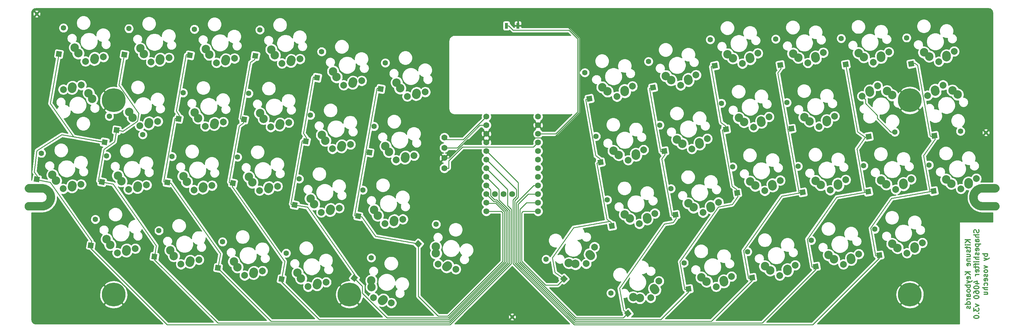
<source format=gbr>
G04 #@! TF.GenerationSoftware,KiCad,Pcbnew,(5.1.5-0-10_14)*
G04 #@! TF.CreationDate,2021-08-13T14:32:23-04:00*
G04 #@! TF.ProjectId,Laptreus-v3,4c617074-7265-4757-932d-76332e6b6963,rev?*
G04 #@! TF.SameCoordinates,Original*
G04 #@! TF.FileFunction,Copper,L2,Bot*
G04 #@! TF.FilePolarity,Positive*
%FSLAX46Y46*%
G04 Gerber Fmt 4.6, Leading zero omitted, Abs format (unit mm)*
G04 Created by KiCad (PCBNEW (5.1.5-0-10_14)) date 2021-08-13 14:32:23*
%MOMM*%
%LPD*%
G04 APERTURE LIST*
%ADD10C,0.300000*%
%ADD11C,2.500000*%
%ADD12C,2.500000*%
%ADD13C,2.000000*%
%ADD14C,7.000000*%
%ADD15C,1.000000*%
%ADD16C,0.100000*%
%ADD17C,1.752600*%
%ADD18C,1.600000*%
%ADD19R,0.900000X1.700000*%
%ADD20C,1.778000*%
%ADD21C,0.800000*%
%ADD22C,0.250000*%
%ADD23C,0.254000*%
G04 APERTURE END LIST*
D10*
X282708571Y-106052857D02*
X281208571Y-106052857D01*
X282708571Y-106910000D02*
X281851428Y-106267142D01*
X281208571Y-106910000D02*
X282065714Y-106052857D01*
X282708571Y-107552857D02*
X281708571Y-107552857D01*
X281208571Y-107552857D02*
X281280000Y-107481428D01*
X281351428Y-107552857D01*
X281280000Y-107624285D01*
X281208571Y-107552857D01*
X281351428Y-107552857D01*
X281708571Y-108052857D02*
X281708571Y-108624285D01*
X281208571Y-108267142D02*
X282494285Y-108267142D01*
X282637142Y-108338571D01*
X282708571Y-108481428D01*
X282708571Y-108624285D01*
X282637142Y-109052857D02*
X282708571Y-109195714D01*
X282708571Y-109481428D01*
X282637142Y-109624285D01*
X282494285Y-109695714D01*
X282422857Y-109695714D01*
X282280000Y-109624285D01*
X282208571Y-109481428D01*
X282208571Y-109267142D01*
X282137142Y-109124285D01*
X281994285Y-109052857D01*
X281922857Y-109052857D01*
X281780000Y-109124285D01*
X281708571Y-109267142D01*
X281708571Y-109481428D01*
X281780000Y-109624285D01*
X281708571Y-110981428D02*
X282708571Y-110981428D01*
X281708571Y-110338571D02*
X282494285Y-110338571D01*
X282637142Y-110410000D01*
X282708571Y-110552857D01*
X282708571Y-110767142D01*
X282637142Y-110910000D01*
X282565714Y-110981428D01*
X281708571Y-111695714D02*
X282708571Y-111695714D01*
X281851428Y-111695714D02*
X281780000Y-111767142D01*
X281708571Y-111910000D01*
X281708571Y-112124285D01*
X281780000Y-112267142D01*
X281922857Y-112338571D01*
X282708571Y-112338571D01*
X282637142Y-113624285D02*
X282708571Y-113481428D01*
X282708571Y-113195714D01*
X282637142Y-113052857D01*
X282494285Y-112981428D01*
X281922857Y-112981428D01*
X281780000Y-113052857D01*
X281708571Y-113195714D01*
X281708571Y-113481428D01*
X281780000Y-113624285D01*
X281922857Y-113695714D01*
X282065714Y-113695714D01*
X282208571Y-112981428D01*
X282708571Y-115481428D02*
X281208571Y-115481428D01*
X282708571Y-116338571D02*
X281851428Y-115695714D01*
X281208571Y-116338571D02*
X282065714Y-115481428D01*
X282637142Y-117552857D02*
X282708571Y-117410000D01*
X282708571Y-117124285D01*
X282637142Y-116981428D01*
X282494285Y-116910000D01*
X281922857Y-116910000D01*
X281780000Y-116981428D01*
X281708571Y-117124285D01*
X281708571Y-117410000D01*
X281780000Y-117552857D01*
X281922857Y-117624285D01*
X282065714Y-117624285D01*
X282208571Y-116910000D01*
X281708571Y-118124285D02*
X282708571Y-118481428D01*
X281708571Y-118838571D02*
X282708571Y-118481428D01*
X283065714Y-118338571D01*
X283137142Y-118267142D01*
X283208571Y-118124285D01*
X282708571Y-119410000D02*
X281208571Y-119410000D01*
X281780000Y-119410000D02*
X281708571Y-119552857D01*
X281708571Y-119838571D01*
X281780000Y-119981428D01*
X281851428Y-120052857D01*
X281994285Y-120124285D01*
X282422857Y-120124285D01*
X282565714Y-120052857D01*
X282637142Y-119981428D01*
X282708571Y-119838571D01*
X282708571Y-119552857D01*
X282637142Y-119410000D01*
X282708571Y-120981428D02*
X282637142Y-120838571D01*
X282565714Y-120767142D01*
X282422857Y-120695714D01*
X281994285Y-120695714D01*
X281851428Y-120767142D01*
X281780000Y-120838571D01*
X281708571Y-120981428D01*
X281708571Y-121195714D01*
X281780000Y-121338571D01*
X281851428Y-121410000D01*
X281994285Y-121481428D01*
X282422857Y-121481428D01*
X282565714Y-121410000D01*
X282637142Y-121338571D01*
X282708571Y-121195714D01*
X282708571Y-120981428D01*
X282708571Y-122767142D02*
X281922857Y-122767142D01*
X281780000Y-122695714D01*
X281708571Y-122552857D01*
X281708571Y-122267142D01*
X281780000Y-122124285D01*
X282637142Y-122767142D02*
X282708571Y-122624285D01*
X282708571Y-122267142D01*
X282637142Y-122124285D01*
X282494285Y-122052857D01*
X282351428Y-122052857D01*
X282208571Y-122124285D01*
X282137142Y-122267142D01*
X282137142Y-122624285D01*
X282065714Y-122767142D01*
X282708571Y-123481428D02*
X281708571Y-123481428D01*
X281994285Y-123481428D02*
X281851428Y-123552857D01*
X281780000Y-123624285D01*
X281708571Y-123767142D01*
X281708571Y-123910000D01*
X282708571Y-125052857D02*
X281208571Y-125052857D01*
X282637142Y-125052857D02*
X282708571Y-124910000D01*
X282708571Y-124624285D01*
X282637142Y-124481428D01*
X282565714Y-124410000D01*
X282422857Y-124338571D01*
X281994285Y-124338571D01*
X281851428Y-124410000D01*
X281780000Y-124481428D01*
X281708571Y-124624285D01*
X281708571Y-124910000D01*
X281780000Y-125052857D01*
X282637142Y-125695714D02*
X282708571Y-125838571D01*
X282708571Y-126124285D01*
X282637142Y-126267142D01*
X282494285Y-126338571D01*
X282422857Y-126338571D01*
X282280000Y-126267142D01*
X282208571Y-126124285D01*
X282208571Y-125910000D01*
X282137142Y-125767142D01*
X281994285Y-125695714D01*
X281922857Y-125695714D01*
X281780000Y-125767142D01*
X281708571Y-125910000D01*
X281708571Y-126124285D01*
X281780000Y-126267142D01*
X285187142Y-103088571D02*
X285258571Y-103302857D01*
X285258571Y-103660000D01*
X285187142Y-103802857D01*
X285115714Y-103874285D01*
X284972857Y-103945714D01*
X284830000Y-103945714D01*
X284687142Y-103874285D01*
X284615714Y-103802857D01*
X284544285Y-103660000D01*
X284472857Y-103374285D01*
X284401428Y-103231428D01*
X284330000Y-103160000D01*
X284187142Y-103088571D01*
X284044285Y-103088571D01*
X283901428Y-103160000D01*
X283830000Y-103231428D01*
X283758571Y-103374285D01*
X283758571Y-103731428D01*
X283830000Y-103945714D01*
X285258571Y-104588571D02*
X283758571Y-104588571D01*
X285258571Y-105231428D02*
X284472857Y-105231428D01*
X284330000Y-105160000D01*
X284258571Y-105017142D01*
X284258571Y-104802857D01*
X284330000Y-104660000D01*
X284401428Y-104588571D01*
X285258571Y-106588571D02*
X284472857Y-106588571D01*
X284330000Y-106517142D01*
X284258571Y-106374285D01*
X284258571Y-106088571D01*
X284330000Y-105945714D01*
X285187142Y-106588571D02*
X285258571Y-106445714D01*
X285258571Y-106088571D01*
X285187142Y-105945714D01*
X285044285Y-105874285D01*
X284901428Y-105874285D01*
X284758571Y-105945714D01*
X284687142Y-106088571D01*
X284687142Y-106445714D01*
X284615714Y-106588571D01*
X284258571Y-107302857D02*
X285758571Y-107302857D01*
X284330000Y-107302857D02*
X284258571Y-107445714D01*
X284258571Y-107731428D01*
X284330000Y-107874285D01*
X284401428Y-107945714D01*
X284544285Y-108017142D01*
X284972857Y-108017142D01*
X285115714Y-107945714D01*
X285187142Y-107874285D01*
X285258571Y-107731428D01*
X285258571Y-107445714D01*
X285187142Y-107302857D01*
X285187142Y-109231428D02*
X285258571Y-109088571D01*
X285258571Y-108802857D01*
X285187142Y-108660000D01*
X285044285Y-108588571D01*
X284472857Y-108588571D01*
X284330000Y-108660000D01*
X284258571Y-108802857D01*
X284258571Y-109088571D01*
X284330000Y-109231428D01*
X284472857Y-109302857D01*
X284615714Y-109302857D01*
X284758571Y-108588571D01*
X285187142Y-109874285D02*
X285258571Y-110017142D01*
X285258571Y-110302857D01*
X285187142Y-110445714D01*
X285044285Y-110517142D01*
X284972857Y-110517142D01*
X284830000Y-110445714D01*
X284758571Y-110302857D01*
X284758571Y-110088571D01*
X284687142Y-109945714D01*
X284544285Y-109874285D01*
X284472857Y-109874285D01*
X284330000Y-109945714D01*
X284258571Y-110088571D01*
X284258571Y-110302857D01*
X284330000Y-110445714D01*
X285258571Y-111160000D02*
X283758571Y-111160000D01*
X285258571Y-111802857D02*
X284472857Y-111802857D01*
X284330000Y-111731428D01*
X284258571Y-111588571D01*
X284258571Y-111374285D01*
X284330000Y-111231428D01*
X284401428Y-111160000D01*
X285258571Y-112517142D02*
X284258571Y-112517142D01*
X283758571Y-112517142D02*
X283830000Y-112445714D01*
X283901428Y-112517142D01*
X283830000Y-112588571D01*
X283758571Y-112517142D01*
X283901428Y-112517142D01*
X284258571Y-113017142D02*
X284258571Y-113588571D01*
X285258571Y-113231428D02*
X283972857Y-113231428D01*
X283830000Y-113302857D01*
X283758571Y-113445714D01*
X283758571Y-113588571D01*
X284258571Y-113874285D02*
X284258571Y-114445714D01*
X283758571Y-114088571D02*
X285044285Y-114088571D01*
X285187142Y-114160000D01*
X285258571Y-114302857D01*
X285258571Y-114445714D01*
X285187142Y-115517142D02*
X285258571Y-115374285D01*
X285258571Y-115088571D01*
X285187142Y-114945714D01*
X285044285Y-114874285D01*
X284472857Y-114874285D01*
X284330000Y-114945714D01*
X284258571Y-115088571D01*
X284258571Y-115374285D01*
X284330000Y-115517142D01*
X284472857Y-115588571D01*
X284615714Y-115588571D01*
X284758571Y-114874285D01*
X285258571Y-116231428D02*
X284258571Y-116231428D01*
X284544285Y-116231428D02*
X284401428Y-116302857D01*
X284330000Y-116374285D01*
X284258571Y-116517142D01*
X284258571Y-116660000D01*
X284258571Y-118945714D02*
X285258571Y-118945714D01*
X283687142Y-118588571D02*
X284758571Y-118231428D01*
X284758571Y-119160000D01*
X283758571Y-120017142D02*
X283758571Y-120160000D01*
X283830000Y-120302857D01*
X283901428Y-120374285D01*
X284044285Y-120445714D01*
X284330000Y-120517142D01*
X284687142Y-120517142D01*
X284972857Y-120445714D01*
X285115714Y-120374285D01*
X285187142Y-120302857D01*
X285258571Y-120160000D01*
X285258571Y-120017142D01*
X285187142Y-119874285D01*
X285115714Y-119802857D01*
X284972857Y-119731428D01*
X284687142Y-119660000D01*
X284330000Y-119660000D01*
X284044285Y-119731428D01*
X283901428Y-119802857D01*
X283830000Y-119874285D01*
X283758571Y-120017142D01*
X283758571Y-121802857D02*
X283758571Y-121517142D01*
X283830000Y-121374285D01*
X283901428Y-121302857D01*
X284115714Y-121160000D01*
X284401428Y-121088571D01*
X284972857Y-121088571D01*
X285115714Y-121160000D01*
X285187142Y-121231428D01*
X285258571Y-121374285D01*
X285258571Y-121660000D01*
X285187142Y-121802857D01*
X285115714Y-121874285D01*
X284972857Y-121945714D01*
X284615714Y-121945714D01*
X284472857Y-121874285D01*
X284401428Y-121802857D01*
X284330000Y-121660000D01*
X284330000Y-121374285D01*
X284401428Y-121231428D01*
X284472857Y-121160000D01*
X284615714Y-121088571D01*
X283758571Y-122874285D02*
X283758571Y-123017142D01*
X283830000Y-123160000D01*
X283901428Y-123231428D01*
X284044285Y-123302857D01*
X284330000Y-123374285D01*
X284687142Y-123374285D01*
X284972857Y-123302857D01*
X285115714Y-123231428D01*
X285187142Y-123160000D01*
X285258571Y-123017142D01*
X285258571Y-122874285D01*
X285187142Y-122731428D01*
X285115714Y-122660000D01*
X284972857Y-122588571D01*
X284687142Y-122517142D01*
X284330000Y-122517142D01*
X284044285Y-122588571D01*
X283901428Y-122660000D01*
X283830000Y-122731428D01*
X283758571Y-122874285D01*
X284258571Y-125017142D02*
X285258571Y-125374285D01*
X284258571Y-125731428D01*
X283758571Y-126160000D02*
X283758571Y-127088571D01*
X284330000Y-126588571D01*
X284330000Y-126802857D01*
X284401428Y-126945714D01*
X284472857Y-127017142D01*
X284615714Y-127088571D01*
X284972857Y-127088571D01*
X285115714Y-127017142D01*
X285187142Y-126945714D01*
X285258571Y-126802857D01*
X285258571Y-126374285D01*
X285187142Y-126231428D01*
X285115714Y-126160000D01*
X285115714Y-127731428D02*
X285187142Y-127802857D01*
X285258571Y-127731428D01*
X285187142Y-127660000D01*
X285115714Y-127731428D01*
X285258571Y-127731428D01*
X283758571Y-128731428D02*
X283758571Y-128874285D01*
X283830000Y-129017142D01*
X283901428Y-129088571D01*
X284044285Y-129160000D01*
X284330000Y-129231428D01*
X284687142Y-129231428D01*
X284972857Y-129160000D01*
X285115714Y-129088571D01*
X285187142Y-129017142D01*
X285258571Y-128874285D01*
X285258571Y-128731428D01*
X285187142Y-128588571D01*
X285115714Y-128517142D01*
X284972857Y-128445714D01*
X284687142Y-128374285D01*
X284330000Y-128374285D01*
X284044285Y-128445714D01*
X283901428Y-128517142D01*
X283830000Y-128588571D01*
X283758571Y-128731428D01*
X287808571Y-110195714D02*
X286308571Y-110195714D01*
X286880000Y-110195714D02*
X286808571Y-110338571D01*
X286808571Y-110624285D01*
X286880000Y-110767142D01*
X286951428Y-110838571D01*
X287094285Y-110910000D01*
X287522857Y-110910000D01*
X287665714Y-110838571D01*
X287737142Y-110767142D01*
X287808571Y-110624285D01*
X287808571Y-110338571D01*
X287737142Y-110195714D01*
X286808571Y-111410000D02*
X287808571Y-111767142D01*
X286808571Y-112124285D02*
X287808571Y-111767142D01*
X288165714Y-111624285D01*
X288237142Y-111552857D01*
X288308571Y-111410000D01*
X286808571Y-113695714D02*
X287808571Y-114052857D01*
X286808571Y-114410000D01*
X287808571Y-115195714D02*
X287737142Y-115052857D01*
X287665714Y-114981428D01*
X287522857Y-114910000D01*
X287094285Y-114910000D01*
X286951428Y-114981428D01*
X286880000Y-115052857D01*
X286808571Y-115195714D01*
X286808571Y-115410000D01*
X286880000Y-115552857D01*
X286951428Y-115624285D01*
X287094285Y-115695714D01*
X287522857Y-115695714D01*
X287665714Y-115624285D01*
X287737142Y-115552857D01*
X287808571Y-115410000D01*
X287808571Y-115195714D01*
X287737142Y-116267142D02*
X287808571Y-116410000D01*
X287808571Y-116695714D01*
X287737142Y-116838571D01*
X287594285Y-116910000D01*
X287522857Y-116910000D01*
X287380000Y-116838571D01*
X287308571Y-116695714D01*
X287308571Y-116481428D01*
X287237142Y-116338571D01*
X287094285Y-116267142D01*
X287022857Y-116267142D01*
X286880000Y-116338571D01*
X286808571Y-116481428D01*
X286808571Y-116695714D01*
X286880000Y-116838571D01*
X287737142Y-118124285D02*
X287808571Y-117981428D01*
X287808571Y-117695714D01*
X287737142Y-117552857D01*
X287594285Y-117481428D01*
X287022857Y-117481428D01*
X286880000Y-117552857D01*
X286808571Y-117695714D01*
X286808571Y-117981428D01*
X286880000Y-118124285D01*
X287022857Y-118195714D01*
X287165714Y-118195714D01*
X287308571Y-117481428D01*
X287737142Y-119481428D02*
X287808571Y-119338571D01*
X287808571Y-119052857D01*
X287737142Y-118910000D01*
X287665714Y-118838571D01*
X287522857Y-118767142D01*
X287094285Y-118767142D01*
X286951428Y-118838571D01*
X286880000Y-118910000D01*
X286808571Y-119052857D01*
X286808571Y-119338571D01*
X286880000Y-119481428D01*
X287808571Y-120124285D02*
X286308571Y-120124285D01*
X287808571Y-120767142D02*
X287022857Y-120767142D01*
X286880000Y-120695714D01*
X286808571Y-120552857D01*
X286808571Y-120338571D01*
X286880000Y-120195714D01*
X286951428Y-120124285D01*
X286808571Y-122124285D02*
X287808571Y-122124285D01*
X286808571Y-121481428D02*
X287594285Y-121481428D01*
X287737142Y-121552857D01*
X287808571Y-121695714D01*
X287808571Y-121910000D01*
X287737142Y-122052857D01*
X287665714Y-122124285D01*
D11*
X277112573Y-89483350D03*
X275568949Y-88273011D03*
D12*
X282162673Y-89101278D02*
X282224307Y-89677994D01*
D13*
X279921889Y-91018847D03*
X284463902Y-87984030D03*
D11*
X13014297Y-88583741D03*
X11977725Y-86918443D03*
D12*
X17890516Y-89951946D02*
X17751184Y-90514962D01*
D13*
X15129020Y-90987478D03*
X20435085Y-89689142D03*
D14*
X264876656Y-122211308D03*
D15*
X266076656Y-119911308D03*
X263676656Y-119911308D03*
X263676656Y-124511308D03*
X266076656Y-124511308D03*
X264876656Y-124511308D03*
X264876656Y-119911308D03*
D14*
X30026656Y-122211308D03*
D15*
X31226656Y-119911308D03*
X28826656Y-119911308D03*
X28826656Y-124511308D03*
X31226656Y-124511308D03*
X30026656Y-124511308D03*
X30026656Y-119911308D03*
D14*
X264876656Y-64911308D03*
X99576656Y-122211308D03*
X30026656Y-64911308D03*
D15*
X264876656Y-62611308D03*
X267176656Y-64911308D03*
X262576656Y-64911308D03*
X264876656Y-67211308D03*
X266503002Y-63284962D03*
X263250310Y-63284962D03*
X266503002Y-66537654D03*
X263250310Y-66537654D03*
X30026656Y-62611308D03*
X30026656Y-67211308D03*
X28826656Y-67211308D03*
X31226656Y-67211308D03*
X31226656Y-62611308D03*
X28826656Y-62594308D03*
X99576656Y-119911308D03*
X99576656Y-124511308D03*
X98376656Y-119911308D03*
X100776656Y-119911308D03*
X100776656Y-124511308D03*
X98376656Y-124511308D03*
X286276656Y-90911308D03*
X286276656Y-96111308D03*
X284438178Y-91672830D03*
X284438178Y-95349786D03*
X288318691Y-90911308D03*
X288318691Y-96111308D03*
X10715134Y-91672830D03*
X8876656Y-90911308D03*
X6834621Y-90911308D03*
X6834621Y-96111308D03*
X8876656Y-96111308D03*
X10715134Y-95349786D03*
G04 #@! TA.AperFunction,ComponentPad*
D16*
G36*
X8894122Y-89609530D02*
G01*
X8915914Y-89610901D01*
X8937765Y-89610901D01*
X9196452Y-89623553D01*
X9213891Y-89624529D01*
X9265927Y-89630366D01*
X9318085Y-89635480D01*
X9574300Y-89673314D01*
X9574306Y-89673315D01*
X9574313Y-89673316D01*
X9591564Y-89675987D01*
X9642803Y-89686878D01*
X9694195Y-89697054D01*
X9945474Y-89759705D01*
X9945498Y-89759710D01*
X9945526Y-89759718D01*
X9962415Y-89764054D01*
X10012332Y-89779889D01*
X10062498Y-89795035D01*
X10306488Y-89881916D01*
X10322902Y-89887890D01*
X10371070Y-89908535D01*
X10419482Y-89928489D01*
X10653829Y-90038764D01*
X10669581Y-90046311D01*
X10715497Y-90071553D01*
X10761742Y-90096142D01*
X10984209Y-90228759D01*
X10999149Y-90237807D01*
X11042388Y-90267413D01*
X11086007Y-90296394D01*
X11294463Y-90450081D01*
X11294470Y-90450086D01*
X11294472Y-90450088D01*
X11308458Y-90460551D01*
X11348597Y-90494231D01*
X11389181Y-90527331D01*
X11581650Y-90700629D01*
X11581657Y-90700635D01*
X11581665Y-90700643D01*
X11594551Y-90712410D01*
X11631176Y-90749811D01*
X11668378Y-90786754D01*
X11843010Y-90978001D01*
X11843020Y-90978011D01*
X11843030Y-90978023D01*
X11854707Y-90990992D01*
X11887496Y-91031774D01*
X11920924Y-91072181D01*
X12076069Y-91279569D01*
X12086434Y-91293627D01*
X12115119Y-91337462D01*
X12144411Y-91380890D01*
X12278578Y-91602426D01*
X12287521Y-91617429D01*
X12311786Y-91663843D01*
X12336707Y-91709934D01*
X12448608Y-91943490D01*
X12448617Y-91943506D01*
X12448625Y-91943526D01*
X12456053Y-91959310D01*
X12475670Y-92007865D01*
X12495977Y-92056174D01*
X12584559Y-92299550D01*
X12590418Y-92316005D01*
X12605198Y-92366224D01*
X12620700Y-92416301D01*
X12685110Y-92667160D01*
X12689335Y-92684107D01*
X12699154Y-92735579D01*
X12709685Y-92786882D01*
X12749308Y-93042830D01*
X12751860Y-93060109D01*
X12756608Y-93112279D01*
X12762084Y-93164381D01*
X12776541Y-93422974D01*
X12777394Y-93440420D01*
X12777226Y-93464432D01*
X12778483Y-93488407D01*
X12778548Y-93506914D01*
X12778488Y-93524381D01*
X12777063Y-93548374D01*
X12777063Y-93572417D01*
X12764411Y-93831104D01*
X12763435Y-93848543D01*
X12757599Y-93900576D01*
X12752484Y-93952737D01*
X12714649Y-94208956D01*
X12711977Y-94226217D01*
X12701084Y-94277463D01*
X12690910Y-94328847D01*
X12628258Y-94580131D01*
X12628254Y-94580150D01*
X12628247Y-94580172D01*
X12623910Y-94597067D01*
X12608073Y-94646993D01*
X12592929Y-94697150D01*
X12506048Y-94941140D01*
X12500074Y-94957553D01*
X12479441Y-95005693D01*
X12459475Y-95054135D01*
X12349200Y-95288481D01*
X12341653Y-95304233D01*
X12316411Y-95350149D01*
X12291822Y-95396394D01*
X12159205Y-95618861D01*
X12150157Y-95633801D01*
X12120573Y-95677007D01*
X12091570Y-95720660D01*
X11937883Y-95929115D01*
X11937878Y-95929122D01*
X11937876Y-95929124D01*
X11927413Y-95943110D01*
X11893750Y-95983229D01*
X11860633Y-96023834D01*
X11687344Y-96216290D01*
X11687329Y-96216309D01*
X11687309Y-96216330D01*
X11675554Y-96229204D01*
X11638117Y-96265865D01*
X11601210Y-96303030D01*
X11409963Y-96477662D01*
X11409953Y-96477672D01*
X11409941Y-96477682D01*
X11396972Y-96489359D01*
X11356166Y-96522168D01*
X11315783Y-96555575D01*
X11108396Y-96710721D01*
X11094337Y-96721085D01*
X11050516Y-96749761D01*
X11007074Y-96779063D01*
X10785538Y-96913230D01*
X10770535Y-96922173D01*
X10724121Y-96946438D01*
X10678030Y-96971359D01*
X10444465Y-97083264D01*
X10444457Y-97083269D01*
X10444446Y-97083273D01*
X10428654Y-97090705D01*
X10380097Y-97110324D01*
X10331790Y-97130630D01*
X10088420Y-97219208D01*
X10088414Y-97219211D01*
X10088406Y-97219213D01*
X10071959Y-97225071D01*
X10021683Y-97239868D01*
X9971663Y-97255352D01*
X9720804Y-97319762D01*
X9703857Y-97323987D01*
X9652393Y-97333805D01*
X9601083Y-97344337D01*
X9345142Y-97383959D01*
X9345131Y-97383961D01*
X9345118Y-97383962D01*
X9327855Y-97386512D01*
X9275688Y-97391260D01*
X9223583Y-97396736D01*
X8964990Y-97411193D01*
X8947544Y-97412046D01*
X8923531Y-97411878D01*
X8899556Y-97413135D01*
X8881050Y-97413200D01*
X8877097Y-97413186D01*
X8876656Y-97413208D01*
X5026656Y-97413208D01*
X5009190Y-97413086D01*
X4887214Y-97405412D01*
X4766569Y-97385872D01*
X4648406Y-97354652D01*
X4533854Y-97312050D01*
X4424006Y-97258474D01*
X4319911Y-97194434D01*
X4222561Y-97120541D01*
X4132886Y-97037502D01*
X4051743Y-96946108D01*
X3979906Y-96847232D01*
X3918060Y-96741818D01*
X3866795Y-96630872D01*
X3826602Y-96515453D01*
X3797864Y-96396663D01*
X3780854Y-96275635D01*
X3775736Y-96153525D01*
X3782559Y-96031498D01*
X3801256Y-95910720D01*
X3831651Y-95792342D01*
X3873451Y-95677495D01*
X3926260Y-95567276D01*
X3989571Y-95462736D01*
X4062782Y-95364872D01*
X4145194Y-95274620D01*
X4236019Y-95192841D01*
X4334391Y-95120315D01*
X4439371Y-95057735D01*
X4549956Y-95005697D01*
X4665092Y-94964699D01*
X4783679Y-94935132D01*
X4904585Y-94917278D01*
X5026656Y-94911308D01*
X8859053Y-94911308D01*
X9022847Y-94902151D01*
X9157859Y-94881250D01*
X9290210Y-94847268D01*
X9418598Y-94800538D01*
X9541816Y-94741502D01*
X9658688Y-94670722D01*
X9768099Y-94588872D01*
X9868997Y-94496740D01*
X9960422Y-94395202D01*
X10041499Y-94285231D01*
X10111463Y-94167865D01*
X10169636Y-94044241D01*
X10215473Y-93915516D01*
X10248526Y-93782947D01*
X10268485Y-93647786D01*
X10275399Y-93506427D01*
X10267499Y-93365118D01*
X10246598Y-93230105D01*
X10212617Y-93097760D01*
X10165886Y-92969367D01*
X10106850Y-92846148D01*
X10036067Y-92729272D01*
X9954218Y-92619863D01*
X9862091Y-92518970D01*
X9760556Y-92427548D01*
X9650578Y-92346464D01*
X9533216Y-92276502D01*
X9409588Y-92218327D01*
X9280864Y-92172491D01*
X9148293Y-92139437D01*
X9013134Y-92119479D01*
X8846073Y-92111308D01*
X5076656Y-92111308D01*
X5059190Y-92111186D01*
X4937214Y-92103512D01*
X4816569Y-92083972D01*
X4698406Y-92052752D01*
X4583854Y-92010150D01*
X4474006Y-91956574D01*
X4369911Y-91892534D01*
X4272561Y-91818641D01*
X4182886Y-91735602D01*
X4101743Y-91644208D01*
X4029906Y-91545332D01*
X3968060Y-91439918D01*
X3916795Y-91328972D01*
X3876602Y-91213553D01*
X3847864Y-91094763D01*
X3830854Y-90973735D01*
X3825736Y-90851625D01*
X3832559Y-90729598D01*
X3851256Y-90608820D01*
X3881651Y-90490442D01*
X3923451Y-90375595D01*
X3976260Y-90265376D01*
X4039571Y-90160836D01*
X4112782Y-90062972D01*
X4195194Y-89972720D01*
X4286019Y-89890941D01*
X4384391Y-89818415D01*
X4489371Y-89755835D01*
X4599956Y-89703797D01*
X4715092Y-89662799D01*
X4833679Y-89633232D01*
X4954585Y-89615378D01*
X5076656Y-89609408D01*
X8876656Y-89609408D01*
X8894122Y-89609530D01*
G37*
G04 #@! TD.AperFunction*
G04 #@! TA.AperFunction,ComponentPad*
G36*
X290094122Y-89609530D02*
G01*
X290216098Y-89617204D01*
X290336743Y-89636744D01*
X290454906Y-89667964D01*
X290569458Y-89710566D01*
X290679306Y-89764142D01*
X290783401Y-89828182D01*
X290880751Y-89902075D01*
X290970426Y-89985114D01*
X291051569Y-90076508D01*
X291123406Y-90175384D01*
X291185252Y-90280798D01*
X291236517Y-90391744D01*
X291276710Y-90507163D01*
X291305448Y-90625953D01*
X291322458Y-90746981D01*
X291327576Y-90869091D01*
X291320753Y-90991118D01*
X291302056Y-91111896D01*
X291271661Y-91230274D01*
X291229861Y-91345121D01*
X291177052Y-91455340D01*
X291113741Y-91559880D01*
X291040530Y-91657744D01*
X290958118Y-91747996D01*
X290867293Y-91829775D01*
X290768921Y-91902301D01*
X290663941Y-91964881D01*
X290553356Y-92016919D01*
X290438220Y-92057917D01*
X290319633Y-92087484D01*
X290198727Y-92105338D01*
X290076656Y-92111308D01*
X286294259Y-92111308D01*
X286130466Y-92120465D01*
X285995453Y-92141366D01*
X285863108Y-92175347D01*
X285734715Y-92222078D01*
X285611496Y-92281114D01*
X285494620Y-92351897D01*
X285385211Y-92433746D01*
X285284318Y-92525873D01*
X285192896Y-92627408D01*
X285111812Y-92737386D01*
X285041850Y-92854748D01*
X284983675Y-92978376D01*
X284937839Y-93107100D01*
X284904785Y-93239671D01*
X284884827Y-93374830D01*
X284877913Y-93516189D01*
X284885813Y-93657499D01*
X284906714Y-93792511D01*
X284940696Y-93924862D01*
X284987426Y-94053250D01*
X285046462Y-94176468D01*
X285117242Y-94293340D01*
X285199092Y-94402751D01*
X285291224Y-94503649D01*
X285392762Y-94595074D01*
X285502733Y-94676151D01*
X285620099Y-94746115D01*
X285743723Y-94804288D01*
X285872448Y-94850125D01*
X286005017Y-94883178D01*
X286140178Y-94903137D01*
X286307239Y-94911308D01*
X290076656Y-94911308D01*
X290094122Y-94911430D01*
X290216098Y-94919104D01*
X290336743Y-94938644D01*
X290454906Y-94969864D01*
X290569458Y-95012466D01*
X290679306Y-95066042D01*
X290783401Y-95130082D01*
X290880751Y-95203975D01*
X290970426Y-95287014D01*
X291051569Y-95378408D01*
X291123406Y-95477284D01*
X291185252Y-95582698D01*
X291236517Y-95693644D01*
X291276710Y-95809063D01*
X291305448Y-95927853D01*
X291322458Y-96048881D01*
X291327576Y-96170991D01*
X291320753Y-96293018D01*
X291302056Y-96413796D01*
X291271661Y-96532174D01*
X291229861Y-96647021D01*
X291177052Y-96757240D01*
X291113741Y-96861780D01*
X291040530Y-96959644D01*
X290958118Y-97049896D01*
X290867293Y-97131675D01*
X290768921Y-97204201D01*
X290663941Y-97266781D01*
X290553356Y-97318819D01*
X290438220Y-97359817D01*
X290319633Y-97389384D01*
X290198727Y-97407238D01*
X290076656Y-97413208D01*
X286276656Y-97413208D01*
X286259190Y-97413086D01*
X286237398Y-97411715D01*
X286215547Y-97411715D01*
X285956860Y-97399063D01*
X285939421Y-97398087D01*
X285887388Y-97392251D01*
X285835227Y-97387136D01*
X285579012Y-97349302D01*
X285579006Y-97349301D01*
X285578999Y-97349300D01*
X285561747Y-97346629D01*
X285510501Y-97335736D01*
X285459117Y-97325562D01*
X285207833Y-97262910D01*
X285207814Y-97262906D01*
X285207792Y-97262899D01*
X285190897Y-97258562D01*
X285140971Y-97242725D01*
X285090814Y-97227581D01*
X284846824Y-97140700D01*
X284830411Y-97134726D01*
X284782271Y-97114093D01*
X284733829Y-97094127D01*
X284499483Y-96983852D01*
X284483731Y-96976305D01*
X284437815Y-96951063D01*
X284391570Y-96926474D01*
X284169103Y-96793857D01*
X284154163Y-96784809D01*
X284110957Y-96755225D01*
X284067304Y-96726222D01*
X283858849Y-96572535D01*
X283858842Y-96572530D01*
X283858835Y-96572524D01*
X283844854Y-96562065D01*
X283804735Y-96528402D01*
X283764130Y-96495285D01*
X283571674Y-96321996D01*
X283571655Y-96321981D01*
X283571634Y-96321961D01*
X283558760Y-96310206D01*
X283522099Y-96272769D01*
X283484934Y-96235862D01*
X283310302Y-96044615D01*
X283310292Y-96044605D01*
X283310282Y-96044593D01*
X283298605Y-96031624D01*
X283265796Y-95990818D01*
X283232389Y-95950435D01*
X283077243Y-95743048D01*
X283066879Y-95728989D01*
X283038203Y-95685168D01*
X283008901Y-95641726D01*
X282874734Y-95420190D01*
X282865791Y-95405187D01*
X282841526Y-95358773D01*
X282816605Y-95312682D01*
X282704696Y-95079110D01*
X282704695Y-95079109D01*
X282704691Y-95079098D01*
X282697259Y-95063306D01*
X282677640Y-95014749D01*
X282657334Y-94966442D01*
X282568753Y-94723065D01*
X282562893Y-94706611D01*
X282548096Y-94656335D01*
X282532612Y-94606315D01*
X282468202Y-94355456D01*
X282463977Y-94338509D01*
X282454159Y-94287045D01*
X282443627Y-94235735D01*
X282404004Y-93979786D01*
X282404003Y-93979783D01*
X282404002Y-93979770D01*
X282401452Y-93962507D01*
X282396704Y-93910340D01*
X282391228Y-93858235D01*
X282376771Y-93599642D01*
X282375918Y-93582196D01*
X282376086Y-93558183D01*
X282374829Y-93534208D01*
X282374764Y-93515702D01*
X282374824Y-93498235D01*
X282376249Y-93474242D01*
X282376249Y-93450199D01*
X282388901Y-93191512D01*
X282389877Y-93174073D01*
X282395714Y-93122037D01*
X282400828Y-93069879D01*
X282438663Y-92813660D01*
X282441335Y-92796400D01*
X282452226Y-92745161D01*
X282462402Y-92693769D01*
X282525053Y-92442490D01*
X282525058Y-92442466D01*
X282525066Y-92442438D01*
X282529402Y-92425549D01*
X282545237Y-92375632D01*
X282560383Y-92325466D01*
X282647264Y-92081476D01*
X282653238Y-92065062D01*
X282673883Y-92016894D01*
X282693837Y-91968482D01*
X282804112Y-91734135D01*
X282811659Y-91718383D01*
X282836901Y-91672467D01*
X282861490Y-91626222D01*
X282994107Y-91403755D01*
X283003155Y-91388815D01*
X283032761Y-91345576D01*
X283061742Y-91301957D01*
X283215429Y-91093501D01*
X283215434Y-91093494D01*
X283215440Y-91093487D01*
X283225899Y-91079506D01*
X283259579Y-91039367D01*
X283292679Y-90998783D01*
X283465980Y-90806311D01*
X283465983Y-90806307D01*
X283465991Y-90806299D01*
X283477758Y-90793413D01*
X283515159Y-90756788D01*
X283552102Y-90719586D01*
X283743349Y-90544954D01*
X283743359Y-90544944D01*
X283743371Y-90544934D01*
X283756340Y-90533257D01*
X283797122Y-90500468D01*
X283837529Y-90467040D01*
X284044914Y-90311897D01*
X284044915Y-90311896D01*
X284044923Y-90311891D01*
X284058975Y-90301530D01*
X284102810Y-90272845D01*
X284146238Y-90243553D01*
X284367774Y-90109386D01*
X284382777Y-90100443D01*
X284429191Y-90076178D01*
X284475282Y-90051257D01*
X284708838Y-89939356D01*
X284708854Y-89939347D01*
X284708874Y-89939339D01*
X284724658Y-89931911D01*
X284773213Y-89912294D01*
X284821522Y-89891987D01*
X285064898Y-89803405D01*
X285081353Y-89797546D01*
X285131572Y-89782766D01*
X285181649Y-89767264D01*
X285432508Y-89702854D01*
X285449455Y-89698629D01*
X285500927Y-89688810D01*
X285552230Y-89678279D01*
X285808174Y-89638657D01*
X285808182Y-89638655D01*
X285808192Y-89638654D01*
X285825457Y-89636104D01*
X285877627Y-89631356D01*
X285929729Y-89625880D01*
X286188322Y-89611423D01*
X286205768Y-89610570D01*
X286229780Y-89610738D01*
X286253755Y-89609481D01*
X286272262Y-89609416D01*
X286276215Y-89609430D01*
X286276656Y-89609408D01*
X290076656Y-89609408D01*
X290094122Y-89609530D01*
G37*
G04 #@! TD.AperFunction*
D17*
X147576182Y-92551358D03*
X145036182Y-92551358D03*
X142496182Y-92551358D03*
X155196182Y-69691358D03*
X139956182Y-97631358D03*
X155196182Y-72231358D03*
X155196182Y-74771358D03*
X155196182Y-77311358D03*
X155196182Y-79851358D03*
X155196182Y-82391358D03*
X155196182Y-84931358D03*
X155196182Y-87471358D03*
X155196182Y-90011358D03*
X155196182Y-92551358D03*
X155196182Y-95091358D03*
X155196182Y-97631358D03*
X139956182Y-95091358D03*
X139956182Y-92551358D03*
X139956182Y-90011358D03*
X139956182Y-87471358D03*
X139956182Y-84931358D03*
X139956182Y-82391358D03*
X139956182Y-79851358D03*
X139956182Y-77311358D03*
X139956182Y-74771358D03*
X139956182Y-72231358D03*
X139956182Y-69691358D03*
D11*
X277441240Y-61987270D03*
X278984864Y-63197609D03*
D12*
X272391140Y-62369342D02*
X272329506Y-61792626D01*
D13*
X274631924Y-60451773D03*
X270089911Y-63486590D03*
D18*
X38591930Y-75038586D03*
G04 #@! TA.AperFunction,ComponentPad*
D16*
G36*
X29983665Y-74333058D02*
G01*
X30261502Y-72757365D01*
X31837195Y-73035202D01*
X31559358Y-74610895D01*
X29983665Y-74333058D01*
G37*
G04 #@! TD.AperFunction*
D18*
X217015649Y-109536874D03*
G04 #@! TA.AperFunction,ComponentPad*
D16*
G36*
X219296870Y-117867302D02*
G01*
X217721177Y-118145139D01*
X217443340Y-116569446D01*
X219019033Y-116291609D01*
X219296870Y-117867302D01*
G37*
G04 #@! TD.AperFunction*
D18*
X198255061Y-112844872D03*
G04 #@! TA.AperFunction,ComponentPad*
D16*
G36*
X200536282Y-121175300D02*
G01*
X198960589Y-121453137D01*
X198682752Y-119877444D01*
X200258445Y-119599607D01*
X200536282Y-121175300D01*
G37*
G04 #@! TD.AperFunction*
D18*
X176694309Y-121773786D03*
G04 #@! TA.AperFunction,ComponentPad*
D16*
G36*
X182835119Y-127847537D02*
G01*
X181609448Y-128875998D01*
X180580987Y-127650327D01*
X181806658Y-126621866D01*
X182835119Y-127847537D01*
G37*
G04 #@! TD.AperFunction*
D18*
X157566378Y-111810975D03*
G04 #@! TA.AperFunction,ComponentPad*
D16*
G36*
X163966276Y-117611089D02*
G01*
X162786632Y-118692033D01*
X161705688Y-117512389D01*
X162885332Y-116431445D01*
X163966276Y-117611089D01*
G37*
G04 #@! TD.AperFunction*
D18*
X125160982Y-101485975D03*
G04 #@! TA.AperFunction,ComponentPad*
D16*
G36*
X119940728Y-108367033D02*
G01*
X118761084Y-107286089D01*
X119842028Y-106106445D01*
X121021672Y-107187389D01*
X119940728Y-108367033D01*
G37*
G04 #@! TD.AperFunction*
D18*
X106033051Y-111348786D03*
G04 #@! TA.AperFunction,ComponentPad*
D16*
G36*
X101117912Y-118450998D02*
G01*
X99892241Y-117422537D01*
X100920702Y-116196866D01*
X102146373Y-117225327D01*
X101117912Y-118450998D01*
G37*
G04 #@! TD.AperFunction*
D18*
X80928408Y-109970609D03*
G04 #@! TA.AperFunction,ComponentPad*
D16*
G36*
X80222880Y-118578874D02*
G01*
X78647187Y-118301037D01*
X78925024Y-116725344D01*
X80500717Y-117003181D01*
X80222880Y-118578874D01*
G37*
G04 #@! TD.AperFunction*
D18*
X62157071Y-106644302D03*
G04 #@! TA.AperFunction,ComponentPad*
D16*
G36*
X61451543Y-115252567D02*
G01*
X59875850Y-114974730D01*
X60153687Y-113399037D01*
X61729380Y-113676874D01*
X61451543Y-115252567D01*
G37*
G04 #@! TD.AperFunction*
D18*
X43396482Y-103336304D03*
G04 #@! TA.AperFunction,ComponentPad*
D16*
G36*
X42690954Y-111944569D02*
G01*
X41115261Y-111666732D01*
X41393098Y-110091039D01*
X42968791Y-110368876D01*
X42690954Y-111944569D01*
G37*
G04 #@! TD.AperFunction*
D18*
X24635897Y-100028304D03*
G04 #@! TA.AperFunction,ComponentPad*
D16*
G36*
X23930369Y-108636569D02*
G01*
X22354676Y-108358732D01*
X22632513Y-106783039D01*
X24208206Y-107060876D01*
X23930369Y-108636569D01*
G37*
G04 #@! TD.AperFunction*
D18*
X28753410Y-69595608D03*
G04 #@! TA.AperFunction,ComponentPad*
D16*
G36*
X28047882Y-78203873D02*
G01*
X26472189Y-77926036D01*
X26750026Y-76350343D01*
X28325719Y-76628180D01*
X28047882Y-78203873D01*
G37*
G04 #@! TD.AperFunction*
D18*
X270548950Y-83970609D03*
G04 #@! TA.AperFunction,ComponentPad*
D16*
G36*
X272830171Y-92301037D02*
G01*
X271254478Y-92578874D01*
X270976641Y-91003181D01*
X272552334Y-90725344D01*
X272830171Y-92301037D01*
G37*
G04 #@! TD.AperFunction*
D18*
X251228827Y-84160292D03*
G04 #@! TA.AperFunction,ComponentPad*
D16*
G36*
X253510048Y-92490720D02*
G01*
X251934355Y-92768557D01*
X251656518Y-91192864D01*
X253232211Y-90915027D01*
X253510048Y-92490720D01*
G37*
G04 #@! TD.AperFunction*
D18*
X231916908Y-84341527D03*
G04 #@! TA.AperFunction,ComponentPad*
D16*
G36*
X234198129Y-92671955D02*
G01*
X232622436Y-92949792D01*
X232344599Y-91374099D01*
X233920292Y-91096262D01*
X234198129Y-92671955D01*
G37*
G04 #@! TD.AperFunction*
D18*
X212604983Y-84522759D03*
G04 #@! TA.AperFunction,ComponentPad*
D16*
G36*
X214886204Y-92853187D02*
G01*
X213310511Y-93131024D01*
X213032674Y-91555331D01*
X214608367Y-91277494D01*
X214886204Y-92853187D01*
G37*
G04 #@! TD.AperFunction*
D18*
X194395732Y-90957521D03*
G04 #@! TA.AperFunction,ComponentPad*
D16*
G36*
X196676953Y-99287949D02*
G01*
X195101260Y-99565786D01*
X194823423Y-97990093D01*
X196399116Y-97712256D01*
X196676953Y-99287949D01*
G37*
G04 #@! TD.AperFunction*
D18*
X175635144Y-94265520D03*
G04 #@! TA.AperFunction,ComponentPad*
D16*
G36*
X177916365Y-102595948D02*
G01*
X176340672Y-102873785D01*
X176062835Y-101298092D01*
X177638528Y-101020255D01*
X177916365Y-102595948D01*
G37*
G04 #@! TD.AperFunction*
D18*
X103537578Y-91372943D03*
G04 #@! TA.AperFunction,ComponentPad*
D16*
G36*
X102832050Y-99981208D02*
G01*
X101256357Y-99703371D01*
X101534194Y-98127678D01*
X103109887Y-98405515D01*
X102832050Y-99981208D01*
G37*
G04 #@! TD.AperFunction*
D18*
X84776991Y-88064945D03*
G04 #@! TA.AperFunction,ComponentPad*
D16*
G36*
X84071463Y-96673210D02*
G01*
X82495770Y-96395373D01*
X82773607Y-94819680D01*
X84349300Y-95097517D01*
X84071463Y-96673210D01*
G37*
G04 #@! TD.AperFunction*
D18*
X66567732Y-81630182D03*
G04 #@! TA.AperFunction,ComponentPad*
D16*
G36*
X65862204Y-90238447D02*
G01*
X64286511Y-89960610D01*
X64564348Y-88384917D01*
X66140041Y-88662754D01*
X65862204Y-90238447D01*
G37*
G04 #@! TD.AperFunction*
D18*
X47255811Y-81448951D03*
G04 #@! TA.AperFunction,ComponentPad*
D16*
G36*
X46550283Y-90057216D02*
G01*
X44974590Y-89779379D01*
X45252427Y-88203686D01*
X46828120Y-88481523D01*
X46550283Y-90057216D01*
G37*
G04 #@! TD.AperFunction*
D18*
X27953410Y-81295609D03*
G04 #@! TA.AperFunction,ComponentPad*
D16*
G36*
X27247882Y-89903874D02*
G01*
X25672189Y-89626037D01*
X25950026Y-88050344D01*
X27525719Y-88328181D01*
X27247882Y-89903874D01*
G37*
G04 #@! TD.AperFunction*
D18*
X8728408Y-80495250D03*
G04 #@! TA.AperFunction,ComponentPad*
D16*
G36*
X8022880Y-89103515D02*
G01*
X6447187Y-88825678D01*
X6725024Y-87249985D01*
X8300717Y-87527822D01*
X8022880Y-89103515D01*
G37*
G04 #@! TD.AperFunction*
D18*
X254536824Y-102920880D03*
G04 #@! TA.AperFunction,ComponentPad*
D16*
G36*
X256818045Y-111251308D02*
G01*
X255242352Y-111529145D01*
X254964515Y-109953452D01*
X256540208Y-109675615D01*
X256818045Y-111251308D01*
G37*
G04 #@! TD.AperFunction*
D18*
X235776237Y-106228878D03*
G04 #@! TA.AperFunction,ComponentPad*
D16*
G36*
X238057458Y-114559306D02*
G01*
X236481765Y-114837143D01*
X236203928Y-113261450D01*
X237779621Y-112983613D01*
X238057458Y-114559306D01*
G37*
G04 #@! TD.AperFunction*
D18*
X263924753Y-46457883D03*
G04 #@! TA.AperFunction,ComponentPad*
D16*
G36*
X266205974Y-54788311D02*
G01*
X264630281Y-55066148D01*
X264352444Y-53490455D01*
X265928137Y-53212618D01*
X266205974Y-54788311D01*
G37*
G04 #@! TD.AperFunction*
D18*
X244612831Y-46639116D03*
G04 #@! TA.AperFunction,ComponentPad*
D16*
G36*
X246894052Y-54969544D02*
G01*
X245318359Y-55247381D01*
X245040522Y-53671688D01*
X246616215Y-53393851D01*
X246894052Y-54969544D01*
G37*
G04 #@! TD.AperFunction*
D18*
X225300909Y-46820349D03*
G04 #@! TA.AperFunction,ComponentPad*
D16*
G36*
X227582130Y-55150777D02*
G01*
X226006437Y-55428614D01*
X225728600Y-53852921D01*
X227304293Y-53575084D01*
X227582130Y-55150777D01*
G37*
G04 #@! TD.AperFunction*
D18*
X205988989Y-47001583D03*
G04 #@! TA.AperFunction,ComponentPad*
D16*
G36*
X208270210Y-55332011D02*
G01*
X206694517Y-55609848D01*
X206416680Y-54034155D01*
X207992373Y-53756318D01*
X208270210Y-55332011D01*
G37*
G04 #@! TD.AperFunction*
D18*
X187779737Y-53436345D03*
G04 #@! TA.AperFunction,ComponentPad*
D16*
G36*
X190060958Y-61766773D02*
G01*
X188485265Y-62044610D01*
X188207428Y-60468917D01*
X189783121Y-60191080D01*
X190060958Y-61766773D01*
G37*
G04 #@! TD.AperFunction*
D18*
X169019147Y-56744345D03*
G04 #@! TA.AperFunction,ComponentPad*
D16*
G36*
X171300368Y-65074773D02*
G01*
X169724675Y-65352610D01*
X169446838Y-63776917D01*
X171022531Y-63499080D01*
X171300368Y-65074773D01*
G37*
G04 #@! TD.AperFunction*
D18*
X110153572Y-53851769D03*
G04 #@! TA.AperFunction,ComponentPad*
D16*
G36*
X109448044Y-62460034D02*
G01*
X107872351Y-62182197D01*
X108150188Y-60606504D01*
X109725881Y-60884341D01*
X109448044Y-62460034D01*
G37*
G04 #@! TD.AperFunction*
D18*
X91392985Y-50543769D03*
G04 #@! TA.AperFunction,ComponentPad*
D16*
G36*
X90687457Y-59152034D02*
G01*
X89111764Y-58874197D01*
X89389601Y-57298504D01*
X90965294Y-57576341D01*
X90687457Y-59152034D01*
G37*
G04 #@! TD.AperFunction*
D18*
X73183730Y-44109009D03*
G04 #@! TA.AperFunction,ComponentPad*
D16*
G36*
X72478202Y-52717274D02*
G01*
X70902509Y-52439437D01*
X71180346Y-50863744D01*
X72756039Y-51141581D01*
X72478202Y-52717274D01*
G37*
G04 #@! TD.AperFunction*
D18*
X53871809Y-43927773D03*
G04 #@! TA.AperFunction,ComponentPad*
D16*
G36*
X53166281Y-52536038D02*
G01*
X51590588Y-52258201D01*
X51868425Y-50682508D01*
X53444118Y-50960345D01*
X53166281Y-52536038D01*
G37*
G04 #@! TD.AperFunction*
D18*
X34559887Y-43746545D03*
G04 #@! TA.AperFunction,ComponentPad*
D16*
G36*
X33854359Y-52354810D02*
G01*
X32278666Y-52076973D01*
X32556503Y-50501280D01*
X34132196Y-50779117D01*
X33854359Y-52354810D01*
G37*
G04 #@! TD.AperFunction*
D18*
X15247966Y-43565308D03*
G04 #@! TA.AperFunction,ComponentPad*
D16*
G36*
X14542438Y-52173573D02*
G01*
X12966745Y-51895736D01*
X13244582Y-50320043D01*
X14820275Y-50597880D01*
X14542438Y-52173573D01*
G37*
G04 #@! TD.AperFunction*
D18*
X279795661Y-73991023D03*
G04 #@! TA.AperFunction,ComponentPad*
D16*
G36*
X271465233Y-76272244D02*
G01*
X271187396Y-74696551D01*
X272763089Y-74418714D01*
X273040926Y-75994407D01*
X271465233Y-76272244D01*
G37*
G04 #@! TD.AperFunction*
D18*
X260416931Y-74234130D03*
G04 #@! TA.AperFunction,ComponentPad*
D16*
G36*
X252086503Y-76515351D02*
G01*
X251808666Y-74939658D01*
X253384359Y-74661821D01*
X253662196Y-76237514D01*
X252086503Y-76515351D01*
G37*
G04 #@! TD.AperFunction*
D18*
X228608907Y-65580937D03*
G04 #@! TA.AperFunction,ComponentPad*
D16*
G36*
X230890128Y-73911365D02*
G01*
X229314435Y-74189202D01*
X229036598Y-72613509D01*
X230612291Y-72335672D01*
X230890128Y-73911365D01*
G37*
G04 #@! TD.AperFunction*
D18*
X209296985Y-65762171D03*
G04 #@! TA.AperFunction,ComponentPad*
D16*
G36*
X211578206Y-74092599D02*
G01*
X210002513Y-74370436D01*
X209724676Y-72794743D01*
X211300369Y-72516906D01*
X211578206Y-74092599D01*
G37*
G04 #@! TD.AperFunction*
D18*
X191087733Y-72196931D03*
G04 #@! TA.AperFunction,ComponentPad*
D16*
G36*
X193368954Y-80527359D02*
G01*
X191793261Y-80805196D01*
X191515424Y-79229503D01*
X193091117Y-78951666D01*
X193368954Y-80527359D01*
G37*
G04 #@! TD.AperFunction*
D18*
X172327143Y-75504931D03*
G04 #@! TA.AperFunction,ComponentPad*
D16*
G36*
X174608364Y-83835359D02*
G01*
X173032671Y-84113196D01*
X172754834Y-82537503D01*
X174330527Y-82259666D01*
X174608364Y-83835359D01*
G37*
G04 #@! TD.AperFunction*
D18*
X106845574Y-72612357D03*
G04 #@! TA.AperFunction,ComponentPad*
D16*
G36*
X106140046Y-81220622D02*
G01*
X104564353Y-80942785D01*
X104842190Y-79367092D01*
X106417883Y-79644929D01*
X106140046Y-81220622D01*
G37*
G04 #@! TD.AperFunction*
D18*
X88084986Y-69304356D03*
G04 #@! TA.AperFunction,ComponentPad*
D16*
G36*
X87379458Y-77912621D02*
G01*
X85803765Y-77634784D01*
X86081602Y-76059091D01*
X87657295Y-76336928D01*
X87379458Y-77912621D01*
G37*
G04 #@! TD.AperFunction*
D18*
X69875732Y-62869597D03*
G04 #@! TA.AperFunction,ComponentPad*
D16*
G36*
X69170204Y-71477862D02*
G01*
X67594511Y-71200025D01*
X67872348Y-69624332D01*
X69448041Y-69902169D01*
X69170204Y-71477862D01*
G37*
G04 #@! TD.AperFunction*
D18*
X50563810Y-62688363D03*
G04 #@! TA.AperFunction,ComponentPad*
D16*
G36*
X49858282Y-71296628D02*
G01*
X48282589Y-71018791D01*
X48560426Y-69443098D01*
X50136119Y-69720935D01*
X49858282Y-71296628D01*
G37*
G04 #@! TD.AperFunction*
D13*
X43055004Y-71109789D03*
X37748939Y-72408125D03*
D12*
X40510435Y-71372593D02*
X40371103Y-71935609D01*
D11*
X34597644Y-68339090D03*
X35634216Y-70004388D03*
D13*
X15214731Y-61707533D03*
X20520796Y-60409197D03*
D12*
X17759300Y-61444729D02*
X17898632Y-60881713D01*
D11*
X23672091Y-64478232D03*
X22635519Y-62812934D03*
D13*
X250777989Y-63667821D03*
X255320002Y-60633004D03*
D12*
X253079218Y-62550573D02*
X253017584Y-61973857D01*
D11*
X259672942Y-63378840D03*
X258129318Y-62168501D03*
X114535898Y-61349024D03*
X113499326Y-59683726D03*
D12*
X119412117Y-62717229D02*
X119272785Y-63280245D01*
D13*
X116650621Y-63752761D03*
X121956686Y-62454425D03*
D11*
X38942212Y-51243801D03*
X37905640Y-49578503D03*
D12*
X43818431Y-52612006D02*
X43679099Y-53175022D01*
D13*
X41056935Y-53647538D03*
X46363000Y-52349202D03*
D11*
X270598384Y-51973380D03*
X269054760Y-50763041D03*
D12*
X275648484Y-51591308D02*
X275710118Y-52168024D01*
D13*
X273407700Y-53508877D03*
X277949713Y-50474060D03*
D11*
X29018220Y-107525562D03*
X27981648Y-105860264D03*
D12*
X33894439Y-108893767D02*
X33755107Y-109456783D01*
D13*
X31132943Y-109929299D03*
X36439008Y-108630963D03*
D11*
X47778806Y-110833561D03*
X46742234Y-109168263D03*
D12*
X52655025Y-112201766D02*
X52515693Y-112764782D01*
D13*
X49893529Y-113237298D03*
X55199594Y-111938962D03*
D11*
X66539395Y-114141560D03*
X65502823Y-112476262D03*
D12*
X71415614Y-115509765D02*
X71276282Y-116072781D01*
D13*
X68654118Y-116545297D03*
X73960183Y-115246961D03*
D11*
X85299983Y-117449557D03*
X84263411Y-115784259D03*
D12*
X90176202Y-118817762D02*
X90036870Y-119380778D01*
D13*
X87414706Y-119853294D03*
X92720771Y-118554958D03*
D11*
X106090131Y-120005359D03*
X106025082Y-118044883D03*
D12*
X109628958Y-123628369D02*
X109226784Y-124046289D01*
D13*
X106719666Y-123144418D03*
X111964021Y-124673059D03*
D11*
X125090176Y-110039031D03*
X125025127Y-108078555D03*
D12*
X128629003Y-113662041D02*
X128226829Y-114079961D01*
D13*
X125719711Y-113178090D03*
X130964066Y-114706731D03*
D11*
X166232034Y-113156506D03*
X164290046Y-112880134D03*
D12*
X170414513Y-110300571D02*
X170756247Y-110769205D01*
D13*
X169432721Y-113081627D03*
X171848811Y-108182392D03*
D11*
X185232441Y-123221312D03*
X183290453Y-122944940D03*
D12*
X189414920Y-120365377D02*
X189756654Y-120834011D01*
D13*
X188433128Y-123146433D03*
X190849218Y-118247198D03*
D11*
X204928698Y-118360370D03*
X203385074Y-117150031D03*
D12*
X209978798Y-117978298D02*
X210040432Y-118555014D01*
D13*
X207738014Y-119895867D03*
X212280027Y-116861050D03*
D11*
X223689282Y-115052372D03*
X222145658Y-113842033D03*
D12*
X228739382Y-114670300D02*
X228801016Y-115247016D01*
D13*
X226498598Y-116587869D03*
X231040611Y-113553052D03*
D11*
X242449872Y-111744374D03*
X240906248Y-110534035D03*
D12*
X247499972Y-111362302D02*
X247561606Y-111939018D01*
D13*
X245259188Y-113279871D03*
X249801201Y-110245054D03*
D11*
X261210459Y-108436379D03*
X259666835Y-107226040D03*
D12*
X266260559Y-108054307D02*
X266322193Y-108631023D01*
D13*
X264019775Y-109971876D03*
X268561788Y-106937059D03*
D11*
X32326217Y-88764975D03*
X31289645Y-87099677D03*
D12*
X37202436Y-90133180D02*
X37063104Y-90696196D01*
D13*
X34440940Y-91168712D03*
X39747005Y-89870376D03*
D11*
X51638138Y-88946209D03*
X50601566Y-87280911D03*
D12*
X56514357Y-90314414D02*
X56375025Y-90877430D01*
D13*
X53752861Y-91349946D03*
X59058926Y-90051610D03*
D11*
X70950057Y-89127441D03*
X69913485Y-87462143D03*
D12*
X75826276Y-90495646D02*
X75686944Y-91058662D01*
D13*
X73064780Y-91531178D03*
X78370845Y-90232842D03*
D11*
X89159315Y-95562203D03*
X88122743Y-93896905D03*
D12*
X94035534Y-96930408D02*
X93896202Y-97493424D01*
D13*
X91274038Y-97965940D03*
X96580103Y-96667604D03*
D11*
X107919901Y-98870203D03*
X106883329Y-97204905D03*
D12*
X112796120Y-100238408D02*
X112656788Y-100801424D01*
D13*
X110034624Y-101273940D03*
X115340689Y-99975604D03*
D11*
X182308776Y-99781016D03*
X180765152Y-98570677D03*
D12*
X187358876Y-99398944D02*
X187420510Y-99975660D01*
D13*
X185118092Y-101316513D03*
X189660105Y-98281696D03*
D11*
X201069367Y-96473017D03*
X199525743Y-95262678D03*
D12*
X206119467Y-96090945D02*
X206181101Y-96667661D01*
D13*
X203878683Y-98008514D03*
X208420696Y-94973697D03*
D11*
X219278623Y-90038256D03*
X217734999Y-88827917D03*
D12*
X224328723Y-89656184D02*
X224390357Y-90232900D01*
D13*
X222087939Y-91573753D03*
X226629952Y-88538936D03*
D11*
X238590539Y-89857023D03*
X237046915Y-88646684D03*
D12*
X243640639Y-89474951D02*
X243702273Y-90051667D01*
D13*
X241399855Y-91392520D03*
X245941868Y-88357703D03*
D11*
X257902460Y-89675791D03*
X256358836Y-88465452D03*
D12*
X262952560Y-89293719D02*
X263014194Y-89870435D01*
D13*
X260711776Y-91211288D03*
X265253789Y-88176471D03*
D11*
X54946138Y-70185618D03*
X53909566Y-68520320D03*
D12*
X59822357Y-71553823D02*
X59683025Y-72116839D01*
D13*
X57060861Y-72589355D03*
X62366926Y-71291019D03*
D11*
X74258057Y-70366855D03*
X73221485Y-68701557D03*
D12*
X79134276Y-71735060D02*
X78994944Y-72298076D01*
D13*
X76372780Y-72770592D03*
X81678845Y-71472256D03*
D11*
X92467312Y-76801614D03*
X91430740Y-75136316D03*
D12*
X97343531Y-78169819D02*
X97204199Y-78732835D01*
D13*
X94582035Y-79205351D03*
X99888100Y-77907015D03*
D11*
X111227900Y-80109612D03*
X110191328Y-78444314D03*
D12*
X116104119Y-81477817D02*
X115964787Y-82040833D01*
D13*
X113342623Y-82513349D03*
X118648688Y-81215013D03*
D11*
X179000781Y-81020427D03*
X177457157Y-79810088D03*
D12*
X184050881Y-80638355D02*
X184112515Y-81215071D01*
D13*
X181810097Y-82555924D03*
X186352110Y-79521107D03*
D11*
X197761368Y-77712433D03*
X196217744Y-76502094D03*
D12*
X202811468Y-77330361D02*
X202873102Y-77907077D01*
D13*
X200570684Y-79247930D03*
X205112697Y-76213113D03*
D11*
X215970623Y-71277668D03*
X214426999Y-70067329D03*
D12*
X221020723Y-70895596D02*
X221082357Y-71472312D01*
D13*
X218779939Y-72813165D03*
X223321952Y-69778348D03*
D11*
X235282543Y-71096435D03*
X233738919Y-69886096D03*
D12*
X240332643Y-70714363D02*
X240394277Y-71291079D01*
D13*
X238091859Y-72631932D03*
X242633872Y-69597115D03*
D11*
X19619569Y-51016468D03*
X18582997Y-49351170D03*
D12*
X24495788Y-52384673D02*
X24356456Y-52947689D01*
D13*
X21734292Y-53420205D03*
X27040357Y-52121869D03*
D11*
X58254134Y-51425031D03*
X57217562Y-49759733D03*
D12*
X63130353Y-52793236D02*
X62991021Y-53356252D01*
D13*
X60368857Y-53828768D03*
X65674922Y-52530432D03*
D11*
X77566053Y-51606266D03*
X76529481Y-49940968D03*
D12*
X82442272Y-52974471D02*
X82302940Y-53537487D01*
D13*
X79680776Y-54010003D03*
X84986841Y-52711667D03*
D11*
X95775309Y-58041027D03*
X94738737Y-56375729D03*
D12*
X100651528Y-59409232D02*
X100512196Y-59972248D01*
D13*
X97890032Y-60444764D03*
X103196097Y-59146428D03*
D11*
X175692782Y-62259841D03*
X174149158Y-61049502D03*
D12*
X180742882Y-61877769D02*
X180804516Y-62454485D01*
D13*
X178502098Y-63795338D03*
X183044111Y-60760521D03*
D11*
X194453370Y-58951843D03*
X192909746Y-57741504D03*
D12*
X199503470Y-58569771D02*
X199565104Y-59146487D01*
D13*
X197262686Y-60487340D03*
X201804699Y-57452523D03*
D11*
X212662622Y-52517082D03*
X211118998Y-51306743D03*
D12*
X217712722Y-52135010D02*
X217774356Y-52711726D01*
D13*
X215471938Y-54052579D03*
X220013951Y-51017762D03*
D11*
X251286466Y-52154615D03*
X249742842Y-50944276D03*
D12*
X256336566Y-51772543D02*
X256398200Y-52349259D01*
D13*
X254095782Y-53690112D03*
X258637795Y-50655295D03*
D11*
X231974546Y-52335848D03*
X230430922Y-51125509D03*
D12*
X237024646Y-51953776D02*
X237086280Y-52530492D01*
D13*
X234783862Y-53871345D03*
X239325875Y-50836528D03*
D19*
X149276181Y-42911358D03*
X145876181Y-42911358D03*
D15*
X287292082Y-74408560D03*
D20*
X127579118Y-75915757D03*
D15*
X147592082Y-128764560D03*
X7382082Y-39424557D03*
D20*
X127579118Y-78915757D03*
X127579118Y-81915758D03*
X127579118Y-84915757D03*
D21*
X26676000Y-117864000D03*
X95510000Y-124976000D03*
X260102000Y-123960000D03*
X281438000Y-95512000D03*
X264674000Y-60460000D03*
X28200000Y-60714000D03*
X18330000Y-95910000D03*
X14330000Y-96410000D03*
D22*
X139079882Y-76435059D02*
X139956182Y-77311357D01*
X134485301Y-76435059D02*
X139079882Y-76435059D01*
X127579118Y-81915758D02*
X129004603Y-81915758D01*
X129004603Y-81915758D02*
X134485301Y-76435059D01*
X139079882Y-75647658D02*
X139079882Y-76435059D01*
X139956182Y-74771358D02*
X139079882Y-75647658D01*
X167334011Y-68520400D02*
X167334011Y-46557600D01*
X163687769Y-42911358D02*
X149976181Y-42911358D01*
X149976181Y-42911358D02*
X149276181Y-42911358D01*
X139956182Y-74771358D02*
X141157483Y-75972659D01*
X141157483Y-75972659D02*
X159881752Y-75972659D01*
X159881752Y-75972659D02*
X167334011Y-68520400D01*
X167334011Y-46557600D02*
X163687769Y-42911358D01*
X271080112Y-75527809D02*
X272114160Y-75345479D01*
X270837736Y-75358096D02*
X271080112Y-75527809D01*
X267169924Y-54556897D02*
X270837736Y-75358096D01*
X266313257Y-53957053D02*
X267169924Y-54556897D01*
X265279209Y-54139384D02*
X266313257Y-53957053D01*
X270782473Y-91773602D02*
X270869358Y-91834440D01*
X268918684Y-81203535D02*
X270782473Y-91773602D01*
X272296491Y-76379527D02*
X268918684Y-81203535D01*
X270869358Y-91834440D02*
X271903406Y-91652109D01*
X272114160Y-75345479D02*
X272296491Y-76379527D01*
X254770346Y-110723873D02*
X254857231Y-110784710D01*
X254857231Y-110784710D02*
X255891280Y-110602380D01*
X253335144Y-102584437D02*
X254770346Y-110723873D01*
X259452825Y-93847482D02*
X253335144Y-102584437D01*
X271903406Y-91652109D02*
X259452825Y-93847482D01*
X148850000Y-93226000D02*
X148850000Y-91194000D01*
X147834000Y-94242000D02*
X148850000Y-93226000D01*
X140047358Y-82391358D02*
X139956182Y-82391358D01*
X147834000Y-113043644D02*
X147834000Y-94242000D01*
X255891280Y-110602380D02*
X255891280Y-111414721D01*
X236234001Y-131072000D02*
X165862356Y-131072000D01*
X148850000Y-91194000D02*
X140047358Y-82391358D01*
X255891280Y-111414721D02*
X236234001Y-131072000D01*
X165862356Y-131072000D02*
X147834000Y-113043644D01*
X243262076Y-93485372D02*
X251549235Y-92024123D01*
X234574557Y-105892435D02*
X243262076Y-93485372D01*
X236009760Y-114031872D02*
X234574557Y-105892435D01*
X236096645Y-114092710D02*
X236009760Y-114031872D01*
X237130693Y-113910379D02*
X236096645Y-114092710D01*
X249229635Y-79300936D02*
X251701382Y-75770916D01*
X251462349Y-91963286D02*
X249229635Y-79300936D01*
X251549235Y-92024123D02*
X251462349Y-91963286D01*
X252583283Y-91841792D02*
X251549235Y-92024123D01*
X246149618Y-55354665D02*
X245967287Y-54320617D01*
X249474626Y-74211725D02*
X246149618Y-55354665D01*
X251701382Y-75770916D02*
X249474626Y-74211725D01*
X252735430Y-75588585D02*
X251701382Y-75770916D01*
X140047358Y-79851358D02*
X139956182Y-79851358D01*
X149358000Y-89162000D02*
X140047358Y-79851358D01*
X148342000Y-112915233D02*
X148342000Y-94496000D01*
X148342000Y-94496000D02*
X149358000Y-93480000D01*
X221289412Y-130564000D02*
X165990767Y-130564000D01*
X237130693Y-114722719D02*
X221289412Y-130564000D01*
X149358000Y-93480000D02*
X149358000Y-89162000D01*
X165990767Y-130564000D02*
X148342000Y-112915233D01*
X237130693Y-113910378D02*
X237130693Y-114722719D01*
X228842430Y-73383930D02*
X228929315Y-73444767D01*
X225925141Y-56839161D02*
X228842430Y-73383930D01*
X226837696Y-55535897D02*
X225925141Y-56839161D01*
X226655366Y-54501850D02*
X226837696Y-55535897D01*
X232150430Y-92144520D02*
X232237315Y-92205358D01*
X232237315Y-92205358D02*
X233271363Y-92023028D01*
X228868479Y-73531650D02*
X232150430Y-92144520D01*
X228929315Y-73444767D02*
X228868479Y-73531650D01*
X229963364Y-73262437D02*
X228929315Y-73444767D01*
X217336057Y-117400706D02*
X218370105Y-117218374D01*
X217249171Y-117339867D02*
X217336057Y-117400706D01*
X215813969Y-109200431D02*
X217249171Y-117339867D01*
X227076917Y-93115275D02*
X215813969Y-109200431D01*
X233271363Y-92023028D02*
X227076917Y-93115275D01*
X148850000Y-95118265D02*
X153956907Y-90011358D01*
X206344820Y-130056000D02*
X166119178Y-130056000D01*
X148850000Y-112786822D02*
X148850000Y-95118265D01*
X166119178Y-130056000D02*
X148850000Y-112786822D01*
X153956907Y-90011358D02*
X155196182Y-90011358D01*
X218370105Y-118030715D02*
X206344820Y-130056000D01*
X218370105Y-117218374D02*
X218370105Y-118030715D01*
X214141769Y-93238308D02*
X213959439Y-92204260D01*
X197053381Y-112508429D02*
X208384813Y-96325466D01*
X212486540Y-95602221D02*
X214141769Y-93238308D01*
X208384813Y-96325466D02*
X212486540Y-95602221D01*
X198488583Y-120647866D02*
X197053381Y-112508429D01*
X198575468Y-120708704D02*
X198488583Y-120647866D01*
X199609516Y-120526372D02*
X198575468Y-120708704D01*
X209617392Y-73626001D02*
X210651441Y-73443671D01*
X209556555Y-73712887D02*
X209617392Y-73626001D01*
X212473844Y-90257656D02*
X209556555Y-73712887D01*
X213777109Y-91170212D02*
X212473844Y-90257656D01*
X213959439Y-92204260D02*
X213777109Y-91170212D01*
X206309397Y-54865414D02*
X207343445Y-54683083D01*
X209165846Y-71497068D02*
X206248557Y-54952302D01*
X206248557Y-54952302D02*
X206309397Y-54865414D01*
X210469110Y-72409623D02*
X209165846Y-71497068D01*
X210651441Y-73443671D02*
X210469110Y-72409623D01*
X149358000Y-95512000D02*
X152318642Y-92551358D01*
X149358000Y-112658411D02*
X149358000Y-95512000D01*
X166247589Y-129548000D02*
X149358000Y-112658411D01*
X191400230Y-129548000D02*
X166247589Y-129548000D01*
X199609517Y-121338713D02*
X191400230Y-129548000D01*
X152318642Y-92551358D02*
X155196182Y-92551358D01*
X199609517Y-120526372D02*
X199609517Y-121338713D01*
X191321255Y-79999924D02*
X191408141Y-80060762D01*
X188100144Y-61300176D02*
X188039305Y-61387063D01*
X191408141Y-80060762D02*
X192442188Y-79878431D01*
X188039305Y-61387063D02*
X191321255Y-79999924D01*
X189134192Y-61117845D02*
X188100144Y-61300176D01*
X194629255Y-98760513D02*
X194716139Y-98821351D01*
X194716139Y-98821351D02*
X195750188Y-98639021D01*
X191711965Y-82215742D02*
X194629255Y-98760513D01*
X192624519Y-80912479D02*
X191711965Y-82215742D01*
X192442188Y-79878431D02*
X192624519Y-80912479D01*
X179237464Y-120286908D02*
X180390554Y-126826409D01*
X192488593Y-101362335D02*
X179237464Y-120286908D01*
X181029615Y-127273884D02*
X181708054Y-127748932D01*
X180390554Y-126826409D02*
X181029615Y-127273884D01*
X195068170Y-100907486D02*
X192488593Y-101362335D01*
X195932519Y-99673069D02*
X195068170Y-100907486D01*
X195750188Y-98639021D02*
X195932519Y-99673069D01*
X149866000Y-112530000D02*
X149866000Y-97036000D01*
X149866000Y-97036000D02*
X151810642Y-95091358D01*
X166376000Y-129040000D02*
X149866000Y-112530000D01*
X151810642Y-95091358D02*
X155196182Y-95091358D01*
X180346000Y-129040000D02*
X166376000Y-129040000D01*
X181637068Y-127748932D02*
X180346000Y-129040000D01*
X181708053Y-127748932D02*
X181637068Y-127748932D01*
X165682343Y-102445427D02*
X176317650Y-100570136D01*
X159421601Y-111386694D02*
X165682343Y-102445427D01*
X176317650Y-100570136D02*
X176807269Y-100912972D01*
X160182859Y-115704003D02*
X159421601Y-111386694D01*
X162835982Y-117561739D02*
X160182859Y-115704003D01*
X172586716Y-83455644D02*
X172647551Y-83368762D01*
X172647551Y-83368762D02*
X173681600Y-83186432D01*
X175504005Y-100000416D02*
X172586716Y-83455644D01*
X176807269Y-100912972D02*
X175504005Y-100000416D01*
X176989601Y-101947020D02*
X176807269Y-100912972D01*
X169339554Y-64608176D02*
X170373603Y-64425846D01*
X172196004Y-81239828D02*
X169278716Y-64695063D01*
X169278716Y-64695063D02*
X169339554Y-64608176D01*
X173499269Y-82152383D02*
X172196004Y-81239828D01*
X173681600Y-83186432D02*
X173499269Y-82152383D01*
X150794642Y-97631358D02*
X155196182Y-97631358D01*
X150374000Y-112338794D02*
X150374000Y-98052000D01*
X161042000Y-119388000D02*
X157423206Y-119388000D01*
X162835982Y-117561739D02*
X162835982Y-117594018D01*
X157423206Y-119388000D02*
X150374000Y-112338794D01*
X150374000Y-98052000D02*
X150794642Y-97631358D01*
X162835982Y-117594018D02*
X161042000Y-119388000D01*
X104396232Y-80024641D02*
X104457070Y-80111527D01*
X107678183Y-61411776D02*
X104396232Y-80024641D01*
X107765068Y-61350938D02*
X107678183Y-61411776D01*
X108799116Y-61533269D02*
X107765068Y-61350938D01*
X104370186Y-80172364D02*
X101088236Y-98785227D01*
X104457070Y-80111527D02*
X104370186Y-80172364D01*
X101149074Y-98872113D02*
X102183122Y-99054443D01*
X101088236Y-98785227D02*
X101149074Y-98872113D01*
X105491118Y-80293857D02*
X104457070Y-80111527D01*
X107259163Y-105009339D02*
X118957238Y-107072025D01*
X118957238Y-107072025D02*
X119891378Y-107236739D01*
X103217170Y-99236774D02*
X107259163Y-105009339D01*
X102183122Y-99054443D02*
X103217170Y-99236774D01*
X144365358Y-97631358D02*
X139956182Y-97631358D01*
X144786000Y-98052000D02*
X144365358Y-97631358D01*
X144786000Y-112395950D02*
X144786000Y-98052000D01*
X125736000Y-128532000D02*
X128649950Y-128532000D01*
X128649950Y-128532000D02*
X144786000Y-112395950D01*
X119891378Y-122687378D02*
X125736000Y-128532000D01*
X119891378Y-107236739D02*
X119891378Y-122687378D01*
X84456583Y-95928776D02*
X83422535Y-95746446D01*
X87170772Y-96407361D02*
X84456583Y-95928776D01*
X101179717Y-116414207D02*
X87170772Y-96407361D01*
X101019307Y-117323933D02*
X101179717Y-116414207D01*
X85696482Y-76803526D02*
X86730530Y-76985857D01*
X82388487Y-95564115D02*
X82327649Y-95477230D01*
X85609600Y-76864361D02*
X85696482Y-76803526D01*
X82327649Y-95477230D02*
X85609600Y-76864361D01*
X83422535Y-95746446D02*
X82388487Y-95564115D01*
X89004481Y-58042938D02*
X90038529Y-58225269D01*
X88917594Y-58103777D02*
X89004481Y-58042938D01*
X86000305Y-74648544D02*
X88917594Y-58103777D01*
X86912861Y-75951808D02*
X86000305Y-74648544D01*
X86730530Y-76985857D02*
X86912861Y-75951808D01*
X140122824Y-95258000D02*
X139956182Y-95091358D01*
X142751180Y-95258000D02*
X140122824Y-95258000D01*
X145294000Y-97800820D02*
X142751180Y-95258000D01*
X145294000Y-112524360D02*
X145294000Y-97800820D01*
X128778360Y-129040000D02*
X145294000Y-112524360D01*
X110654246Y-129040000D02*
X128778360Y-129040000D01*
X103401657Y-121787411D02*
X110654246Y-129040000D01*
X103401657Y-119706282D02*
X103401657Y-121787411D01*
X101019307Y-117323932D02*
X103401657Y-119706282D01*
X67487228Y-70368767D02*
X68521276Y-70551097D01*
X67426390Y-70281881D02*
X67487228Y-70368767D01*
X70343679Y-53737114D02*
X67426390Y-70281881D01*
X71646944Y-52824558D02*
X70343679Y-53737114D01*
X71829275Y-51790510D02*
X71646944Y-52824558D01*
X64179228Y-89129352D02*
X65213276Y-89311683D01*
X67035679Y-72497702D02*
X64118390Y-89042467D01*
X64118390Y-89042467D02*
X64179228Y-89129352D01*
X68338945Y-71585145D02*
X67035679Y-72497702D01*
X68521276Y-70551097D02*
X68338945Y-71585145D01*
X79756282Y-116618061D02*
X79573952Y-117652110D01*
X80494704Y-112430266D02*
X79756282Y-116618061D01*
X65030946Y-90345731D02*
X80494704Y-112430266D01*
X65213276Y-89311683D02*
X65030946Y-90345731D01*
X142154824Y-94750000D02*
X139956182Y-92551358D01*
X145802000Y-97672410D02*
X142879590Y-94750000D01*
X142879590Y-94750000D02*
X142154824Y-94750000D01*
X145802000Y-112652770D02*
X145802000Y-97672410D01*
X90657502Y-129548000D02*
X128906770Y-129548000D01*
X79573952Y-117652109D02*
X79573952Y-118464450D01*
X128906770Y-129548000D02*
X145802000Y-112652770D01*
X79573952Y-118464450D02*
X90657502Y-129548000D01*
X46935404Y-89312782D02*
X45901355Y-89130451D01*
X61536278Y-110164992D02*
X46935404Y-89312782D01*
X60802615Y-114325802D02*
X61536278Y-110164992D01*
X48175306Y-70187532D02*
X49209354Y-70369863D01*
X48088420Y-70248371D02*
X48175306Y-70187532D01*
X44806469Y-88861235D02*
X48088420Y-70248371D01*
X44867307Y-88948121D02*
X44806469Y-88861235D01*
X45901355Y-89130451D02*
X44867307Y-88948121D01*
X51483305Y-51426943D02*
X52517353Y-51609273D01*
X49391685Y-69335815D02*
X48479130Y-68032551D01*
X51396419Y-51487781D02*
X51483305Y-51426943D01*
X48479130Y-68032551D02*
X51396419Y-51487781D01*
X49209354Y-70369863D02*
X49391685Y-69335815D01*
X140832481Y-90887657D02*
X139956182Y-90011358D01*
X141230000Y-91285176D02*
X140832481Y-90887657D01*
X143008000Y-94242000D02*
X142408898Y-94242000D01*
X146310000Y-97544000D02*
X143008000Y-94242000D01*
X141230000Y-93063102D02*
X141230000Y-91285176D01*
X146310000Y-112781180D02*
X146310000Y-97544000D01*
X129035180Y-130056000D02*
X146310000Y-112781180D01*
X76460000Y-130056000D02*
X129035180Y-130056000D01*
X142408898Y-94242000D02*
X141230000Y-93063102D01*
X60802615Y-114398615D02*
X76460000Y-130056000D01*
X60802615Y-114325802D02*
X60802615Y-114398615D01*
X31944478Y-73866461D02*
X30910430Y-73684130D01*
X32781492Y-74014049D02*
X31944478Y-73866461D01*
X37054011Y-71022399D02*
X32781492Y-74014049D01*
X37456493Y-68739811D02*
X37054011Y-71022399D01*
X31622118Y-60407460D02*
X37456493Y-68739811D01*
X33205431Y-51428045D02*
X31622118Y-60407460D01*
X25564906Y-88794778D02*
X26598954Y-88977109D01*
X25504068Y-88707893D02*
X25564906Y-88794778D01*
X27157200Y-79332519D02*
X25504068Y-88707893D01*
X30302845Y-77129914D02*
X27157200Y-79332519D01*
X30910430Y-73684130D02*
X30302845Y-77129914D01*
X42614416Y-107771620D02*
X42224356Y-109983756D01*
X42224356Y-109983756D02*
X42042026Y-111017804D01*
X29856559Y-89551513D02*
X42614416Y-107771620D01*
X26598954Y-88977109D02*
X29856559Y-89551513D01*
X140832481Y-88347657D02*
X139956182Y-87471358D01*
X143697483Y-91212659D02*
X140832481Y-88347657D01*
X143697483Y-94256463D02*
X143697483Y-91212659D01*
X60775881Y-130564000D02*
X129163590Y-130564000D01*
X146818000Y-112909590D02*
X146818000Y-97376980D01*
X129163590Y-130564000D02*
X146818000Y-112909590D01*
X146818000Y-97376980D02*
X143697483Y-94256463D01*
X42042026Y-111830145D02*
X60775881Y-130564000D01*
X42042026Y-111017804D02*
X42042026Y-111830145D01*
X13711179Y-52280857D02*
X13893510Y-51246809D01*
X18204319Y-75655846D02*
X11322520Y-65827618D01*
X11322520Y-65827618D02*
X13711179Y-52280857D01*
X27398954Y-77277108D02*
X18204319Y-75655846D01*
X140832481Y-85807657D02*
X139956182Y-84931358D01*
X146237483Y-91212659D02*
X140832481Y-85807657D01*
X146237483Y-95970258D02*
X146237483Y-91212659D01*
X147326000Y-97058775D02*
X146237483Y-95970258D01*
X129292000Y-131072000D02*
X147326000Y-113038000D01*
X147326000Y-113038000D02*
X147326000Y-97058775D01*
X45831296Y-131072000D02*
X129292000Y-131072000D01*
X23281441Y-108522145D02*
X45831296Y-131072000D01*
X23281441Y-107709804D02*
X23281441Y-108522145D01*
X14716033Y-75040767D02*
X26364906Y-77094778D01*
X7372000Y-79764000D02*
X14716033Y-75040767D01*
X6643728Y-86014795D02*
X7372000Y-79764000D01*
X23505318Y-106440137D02*
X11328150Y-89049339D01*
X7556283Y-87318059D02*
X6643728Y-86014795D01*
X7373953Y-88352107D02*
X7556283Y-87318059D01*
X26364906Y-77094778D02*
X27398954Y-77277108D01*
X11328150Y-89049339D02*
X7373953Y-88352107D01*
X23281441Y-107709805D02*
X23505318Y-106440137D01*
X259285561Y-74234130D02*
X260416931Y-74234130D01*
X250777989Y-63667821D02*
X251777988Y-64667820D01*
X255276000Y-69335175D02*
X255276000Y-70224569D01*
X251777988Y-65837163D02*
X255276000Y-69335175D01*
X251777988Y-64667820D02*
X251777988Y-65837163D01*
X255276000Y-70224569D02*
X259285561Y-74234130D01*
X133179782Y-76467757D02*
X139956182Y-69691357D01*
X128131118Y-76467758D02*
X133179782Y-76467757D01*
X127579118Y-75915757D02*
X128131118Y-76467758D01*
X128836353Y-84915758D02*
X127579118Y-84915757D01*
X128836353Y-82764523D02*
X128836353Y-84915758D01*
X132950819Y-78650056D02*
X128836353Y-82764523D01*
X153857482Y-78650056D02*
X132950819Y-78650056D01*
X155196181Y-77311358D02*
X153857482Y-78650056D01*
X127579118Y-78915757D02*
X131368192Y-78915758D01*
X131368192Y-78915758D02*
X138052592Y-72231357D01*
X138716906Y-72231357D02*
X139956180Y-72231357D01*
X138052592Y-72231357D02*
X138716906Y-72231357D01*
X166884000Y-46744000D02*
X166884000Y-68334000D01*
X146576181Y-42911358D02*
X147868823Y-44204000D01*
X147868823Y-44204000D02*
X164344000Y-44204000D01*
X145876181Y-42911358D02*
X146576181Y-42911358D01*
X164344000Y-44204000D02*
X166884000Y-46744000D01*
X160446642Y-74771358D02*
X155196182Y-74771358D01*
X166884000Y-68334000D02*
X160446642Y-74771358D01*
D23*
G36*
X164541862Y-130826308D02*
G01*
X130612493Y-130826308D01*
X131896075Y-129542726D01*
X146993521Y-129542726D01*
X147028632Y-129756148D01*
X147232908Y-129847018D01*
X147450987Y-129896291D01*
X147674488Y-129902071D01*
X147894822Y-129864137D01*
X148103522Y-129783947D01*
X148155532Y-129756148D01*
X148190643Y-129542726D01*
X147592082Y-128944165D01*
X146993521Y-129542726D01*
X131896075Y-129542726D01*
X132591835Y-128846966D01*
X146454571Y-128846966D01*
X146492505Y-129067300D01*
X146572695Y-129276000D01*
X146600494Y-129328010D01*
X146813916Y-129363121D01*
X147412477Y-128764560D01*
X147771687Y-128764560D01*
X148370248Y-129363121D01*
X148583670Y-129328010D01*
X148674540Y-129123734D01*
X148723813Y-128905655D01*
X148729593Y-128682154D01*
X148691659Y-128461820D01*
X148611469Y-128253120D01*
X148583670Y-128201110D01*
X148370248Y-128165999D01*
X147771687Y-128764560D01*
X147412477Y-128764560D01*
X146813916Y-128165999D01*
X146600494Y-128201110D01*
X146509624Y-128405386D01*
X146460351Y-128623465D01*
X146454571Y-128846966D01*
X132591835Y-128846966D01*
X133452407Y-127986394D01*
X146993521Y-127986394D01*
X147592082Y-128584955D01*
X148190643Y-127986394D01*
X148155532Y-127772972D01*
X147951256Y-127682102D01*
X147733177Y-127632829D01*
X147509676Y-127627049D01*
X147289342Y-127664983D01*
X147080642Y-127745173D01*
X147028632Y-127772972D01*
X146993521Y-127986394D01*
X133452407Y-127986394D01*
X147577179Y-113861624D01*
X164541862Y-130826308D01*
G37*
X164541862Y-130826308D02*
X130612493Y-130826308D01*
X131896075Y-129542726D01*
X146993521Y-129542726D01*
X147028632Y-129756148D01*
X147232908Y-129847018D01*
X147450987Y-129896291D01*
X147674488Y-129902071D01*
X147894822Y-129864137D01*
X148103522Y-129783947D01*
X148155532Y-129756148D01*
X148190643Y-129542726D01*
X147592082Y-128944165D01*
X146993521Y-129542726D01*
X131896075Y-129542726D01*
X132591835Y-128846966D01*
X146454571Y-128846966D01*
X146492505Y-129067300D01*
X146572695Y-129276000D01*
X146600494Y-129328010D01*
X146813916Y-129363121D01*
X147412477Y-128764560D01*
X147771687Y-128764560D01*
X148370248Y-129363121D01*
X148583670Y-129328010D01*
X148674540Y-129123734D01*
X148723813Y-128905655D01*
X148729593Y-128682154D01*
X148691659Y-128461820D01*
X148611469Y-128253120D01*
X148583670Y-128201110D01*
X148370248Y-128165999D01*
X147771687Y-128764560D01*
X147412477Y-128764560D01*
X146813916Y-128165999D01*
X146600494Y-128201110D01*
X146509624Y-128405386D01*
X146460351Y-128623465D01*
X146454571Y-128846966D01*
X132591835Y-128846966D01*
X133452407Y-127986394D01*
X146993521Y-127986394D01*
X147592082Y-128584955D01*
X148190643Y-127986394D01*
X148155532Y-127772972D01*
X147951256Y-127682102D01*
X147733177Y-127632829D01*
X147509676Y-127627049D01*
X147289342Y-127664983D01*
X147080642Y-127745173D01*
X147028632Y-127772972D01*
X146993521Y-127986394D01*
X133452407Y-127986394D01*
X147577179Y-113861624D01*
X164541862Y-130826308D01*
G36*
X22402504Y-106190175D02*
G01*
X22375532Y-106199004D01*
X22266530Y-106260361D01*
X22171593Y-106341804D01*
X22094368Y-106440203D01*
X22037825Y-106551778D01*
X22004135Y-106672239D01*
X21726298Y-108247932D01*
X21716756Y-108372652D01*
X21731729Y-108496836D01*
X21770641Y-108615713D01*
X21831998Y-108724715D01*
X21913441Y-108819652D01*
X22011840Y-108896877D01*
X22123415Y-108953420D01*
X22243876Y-108987110D01*
X22761148Y-109078319D01*
X22770439Y-109085944D01*
X32871425Y-119186931D01*
X32761205Y-119297151D01*
X32365022Y-118776758D01*
X31650044Y-118386560D01*
X30872680Y-118143344D01*
X30062803Y-118056457D01*
X29251538Y-118129239D01*
X28470059Y-118358893D01*
X27748400Y-118736593D01*
X27688290Y-118776758D01*
X27292106Y-119297153D01*
X27707870Y-119712917D01*
X27694925Y-119770213D01*
X27689145Y-119993714D01*
X27701558Y-120065815D01*
X27112501Y-119476758D01*
X26592106Y-119872942D01*
X26201908Y-120587920D01*
X25958692Y-121365284D01*
X25871805Y-122175161D01*
X25944587Y-122986426D01*
X26174241Y-123767905D01*
X26551941Y-124489564D01*
X26592106Y-124549674D01*
X27112501Y-124945858D01*
X27696904Y-124361455D01*
X27694925Y-124370213D01*
X27689145Y-124593714D01*
X27708931Y-124708638D01*
X27292106Y-125125463D01*
X27688290Y-125645858D01*
X28403268Y-126036056D01*
X29180632Y-126279272D01*
X29990509Y-126366159D01*
X30801774Y-126293377D01*
X31583253Y-126063723D01*
X32304912Y-125686023D01*
X32365022Y-125645858D01*
X32761206Y-125125463D01*
X32345442Y-124709699D01*
X32358387Y-124652403D01*
X32364167Y-124428902D01*
X32351754Y-124356801D01*
X32940811Y-124945858D01*
X33461206Y-124549674D01*
X33851404Y-123834696D01*
X34094620Y-123057332D01*
X34181507Y-122247455D01*
X34108725Y-121436190D01*
X33879071Y-120654711D01*
X33501371Y-119933052D01*
X33461206Y-119872942D01*
X32940813Y-119476759D01*
X33051033Y-119366539D01*
X44510802Y-130826308D01*
X7115044Y-130826308D01*
X6841394Y-130799476D01*
X6615091Y-130731151D01*
X6406368Y-130620172D01*
X6223179Y-130470766D01*
X6072497Y-130288622D01*
X5960065Y-130080685D01*
X5890160Y-129854860D01*
X5861656Y-129583661D01*
X5861656Y-98051280D01*
X8876656Y-98051280D01*
X8877068Y-98051262D01*
X8878895Y-98051268D01*
X8883291Y-98051268D01*
X8901797Y-98051203D01*
X8964055Y-98047939D01*
X8984017Y-98045911D01*
X9004078Y-98046051D01*
X9070825Y-98043020D01*
X9088208Y-98041315D01*
X9092618Y-98040867D01*
X9607159Y-97986787D01*
X9668764Y-97977250D01*
X9775502Y-97955340D01*
X9882466Y-97934935D01*
X9947311Y-97919008D01*
X9964032Y-97913960D01*
X9968304Y-97912654D01*
X10462540Y-97759662D01*
X10521117Y-97738342D01*
X10621491Y-97696149D01*
X10722530Y-97655326D01*
X10783060Y-97627100D01*
X10798478Y-97618902D01*
X10795973Y-97614190D01*
X10799830Y-97612022D01*
X10802409Y-97616793D01*
X11257512Y-97370720D01*
X11310833Y-97338428D01*
X11401092Y-97277548D01*
X11492282Y-97217875D01*
X11546180Y-97178427D01*
X11559715Y-97167388D01*
X11563154Y-97164563D01*
X11961799Y-96834776D01*
X12007833Y-96792742D01*
X12084562Y-96715476D01*
X12162415Y-96639236D01*
X12207628Y-96590066D01*
X12218761Y-96576608D01*
X12221581Y-96573175D01*
X12548577Y-96172238D01*
X12585571Y-96122060D01*
X12645821Y-96031376D01*
X12707388Y-95941459D01*
X12742173Y-95884473D01*
X12750481Y-95869109D01*
X12752597Y-95865162D01*
X12995489Y-95408348D01*
X13022031Y-95351944D01*
X13063547Y-95251220D01*
X13106450Y-95151118D01*
X13129510Y-95088444D01*
X13134675Y-95071759D01*
X13135979Y-95067495D01*
X13285517Y-94572202D01*
X13300598Y-94511716D01*
X13321762Y-94404831D01*
X13344402Y-94298317D01*
X13354849Y-94232361D01*
X13356675Y-94214990D01*
X13357126Y-94210550D01*
X13407613Y-93695645D01*
X13410658Y-93633380D01*
X13410658Y-93613267D01*
X13412829Y-93593278D01*
X13416556Y-93526573D01*
X13416616Y-93509106D01*
X13416616Y-93504673D01*
X13416551Y-93486166D01*
X13413287Y-93423908D01*
X13411259Y-93403946D01*
X13411399Y-93383886D01*
X13409731Y-93347163D01*
X22402504Y-106190175D01*
G37*
X22402504Y-106190175D02*
X22375532Y-106199004D01*
X22266530Y-106260361D01*
X22171593Y-106341804D01*
X22094368Y-106440203D01*
X22037825Y-106551778D01*
X22004135Y-106672239D01*
X21726298Y-108247932D01*
X21716756Y-108372652D01*
X21731729Y-108496836D01*
X21770641Y-108615713D01*
X21831998Y-108724715D01*
X21913441Y-108819652D01*
X22011840Y-108896877D01*
X22123415Y-108953420D01*
X22243876Y-108987110D01*
X22761148Y-109078319D01*
X22770439Y-109085944D01*
X32871425Y-119186931D01*
X32761205Y-119297151D01*
X32365022Y-118776758D01*
X31650044Y-118386560D01*
X30872680Y-118143344D01*
X30062803Y-118056457D01*
X29251538Y-118129239D01*
X28470059Y-118358893D01*
X27748400Y-118736593D01*
X27688290Y-118776758D01*
X27292106Y-119297153D01*
X27707870Y-119712917D01*
X27694925Y-119770213D01*
X27689145Y-119993714D01*
X27701558Y-120065815D01*
X27112501Y-119476758D01*
X26592106Y-119872942D01*
X26201908Y-120587920D01*
X25958692Y-121365284D01*
X25871805Y-122175161D01*
X25944587Y-122986426D01*
X26174241Y-123767905D01*
X26551941Y-124489564D01*
X26592106Y-124549674D01*
X27112501Y-124945858D01*
X27696904Y-124361455D01*
X27694925Y-124370213D01*
X27689145Y-124593714D01*
X27708931Y-124708638D01*
X27292106Y-125125463D01*
X27688290Y-125645858D01*
X28403268Y-126036056D01*
X29180632Y-126279272D01*
X29990509Y-126366159D01*
X30801774Y-126293377D01*
X31583253Y-126063723D01*
X32304912Y-125686023D01*
X32365022Y-125645858D01*
X32761206Y-125125463D01*
X32345442Y-124709699D01*
X32358387Y-124652403D01*
X32364167Y-124428902D01*
X32351754Y-124356801D01*
X32940811Y-124945858D01*
X33461206Y-124549674D01*
X33851404Y-123834696D01*
X34094620Y-123057332D01*
X34181507Y-122247455D01*
X34108725Y-121436190D01*
X33879071Y-120654711D01*
X33501371Y-119933052D01*
X33461206Y-119872942D01*
X32940813Y-119476759D01*
X33051033Y-119366539D01*
X44510802Y-130826308D01*
X7115044Y-130826308D01*
X6841394Y-130799476D01*
X6615091Y-130731151D01*
X6406368Y-130620172D01*
X6223179Y-130470766D01*
X6072497Y-130288622D01*
X5960065Y-130080685D01*
X5890160Y-129854860D01*
X5861656Y-129583661D01*
X5861656Y-98051280D01*
X8876656Y-98051280D01*
X8877068Y-98051262D01*
X8878895Y-98051268D01*
X8883291Y-98051268D01*
X8901797Y-98051203D01*
X8964055Y-98047939D01*
X8984017Y-98045911D01*
X9004078Y-98046051D01*
X9070825Y-98043020D01*
X9088208Y-98041315D01*
X9092618Y-98040867D01*
X9607159Y-97986787D01*
X9668764Y-97977250D01*
X9775502Y-97955340D01*
X9882466Y-97934935D01*
X9947311Y-97919008D01*
X9964032Y-97913960D01*
X9968304Y-97912654D01*
X10462540Y-97759662D01*
X10521117Y-97738342D01*
X10621491Y-97696149D01*
X10722530Y-97655326D01*
X10783060Y-97627100D01*
X10798478Y-97618902D01*
X10795973Y-97614190D01*
X10799830Y-97612022D01*
X10802409Y-97616793D01*
X11257512Y-97370720D01*
X11310833Y-97338428D01*
X11401092Y-97277548D01*
X11492282Y-97217875D01*
X11546180Y-97178427D01*
X11559715Y-97167388D01*
X11563154Y-97164563D01*
X11961799Y-96834776D01*
X12007833Y-96792742D01*
X12084562Y-96715476D01*
X12162415Y-96639236D01*
X12207628Y-96590066D01*
X12218761Y-96576608D01*
X12221581Y-96573175D01*
X12548577Y-96172238D01*
X12585571Y-96122060D01*
X12645821Y-96031376D01*
X12707388Y-95941459D01*
X12742173Y-95884473D01*
X12750481Y-95869109D01*
X12752597Y-95865162D01*
X12995489Y-95408348D01*
X13022031Y-95351944D01*
X13063547Y-95251220D01*
X13106450Y-95151118D01*
X13129510Y-95088444D01*
X13134675Y-95071759D01*
X13135979Y-95067495D01*
X13285517Y-94572202D01*
X13300598Y-94511716D01*
X13321762Y-94404831D01*
X13344402Y-94298317D01*
X13354849Y-94232361D01*
X13356675Y-94214990D01*
X13357126Y-94210550D01*
X13407613Y-93695645D01*
X13410658Y-93633380D01*
X13410658Y-93613267D01*
X13412829Y-93593278D01*
X13416556Y-93526573D01*
X13416616Y-93509106D01*
X13416616Y-93504673D01*
X13416551Y-93486166D01*
X13413287Y-93423908D01*
X13411259Y-93403946D01*
X13411399Y-93383886D01*
X13409731Y-93347163D01*
X22402504Y-106190175D01*
G36*
X288311916Y-37823140D02*
G01*
X288538224Y-37891466D01*
X288746944Y-38002445D01*
X288930134Y-38151852D01*
X289080818Y-38333996D01*
X289193248Y-38541932D01*
X289263152Y-38767755D01*
X289291657Y-39038964D01*
X289291656Y-88971336D01*
X286276656Y-88971336D01*
X286276244Y-88971354D01*
X286274417Y-88971348D01*
X286270021Y-88971348D01*
X286251514Y-88971413D01*
X286189256Y-88974677D01*
X286169294Y-88976705D01*
X286149234Y-88976565D01*
X286082487Y-88979596D01*
X286065104Y-88981301D01*
X286060694Y-88981749D01*
X285741208Y-89015328D01*
X285912820Y-88758493D01*
X286036070Y-88460942D01*
X286098902Y-88145063D01*
X286098902Y-87822997D01*
X286036070Y-87507118D01*
X285912820Y-87209567D01*
X285733889Y-86941778D01*
X285506154Y-86714043D01*
X285238365Y-86535112D01*
X284940814Y-86411862D01*
X284624935Y-86349030D01*
X284302869Y-86349030D01*
X283986990Y-86411862D01*
X283689439Y-86535112D01*
X283421650Y-86714043D01*
X283193915Y-86941778D01*
X283014984Y-87209567D01*
X282942929Y-87383523D01*
X282697458Y-87284222D01*
X282332692Y-87214805D01*
X281961394Y-87217883D01*
X281597830Y-87293340D01*
X281255972Y-87438274D01*
X280948957Y-87647118D01*
X280688586Y-87911843D01*
X280484863Y-88222278D01*
X280345617Y-88566493D01*
X280276200Y-88931259D01*
X280278507Y-89209515D01*
X280301791Y-89427383D01*
X280082922Y-89383847D01*
X279760856Y-89383847D01*
X279444977Y-89446679D01*
X279147426Y-89569929D01*
X278997332Y-89670219D01*
X278997573Y-89669006D01*
X278997573Y-89297694D01*
X278925134Y-88933516D01*
X278783039Y-88590468D01*
X278576748Y-88281732D01*
X278314191Y-88019175D01*
X278005455Y-87812884D01*
X277662407Y-87670789D01*
X277332640Y-87605195D01*
X277239415Y-87380129D01*
X277033124Y-87071393D01*
X276770567Y-86808836D01*
X276461831Y-86602545D01*
X276118783Y-86460450D01*
X275754605Y-86388011D01*
X275383293Y-86388011D01*
X275293686Y-86405835D01*
X275347177Y-86136915D01*
X275347177Y-85847351D01*
X275290686Y-85563350D01*
X275179874Y-85295827D01*
X275019001Y-85055062D01*
X274815390Y-84851451D01*
X276254910Y-84851451D01*
X276254910Y-85368549D01*
X276355790Y-85875711D01*
X276553675Y-86353447D01*
X276840959Y-86783398D01*
X277206602Y-87149041D01*
X277636553Y-87436325D01*
X278114289Y-87634210D01*
X278621451Y-87735090D01*
X279138549Y-87735090D01*
X279645711Y-87634210D01*
X280123447Y-87436325D01*
X280553398Y-87149041D01*
X280919041Y-86783398D01*
X281206325Y-86353447D01*
X281404210Y-85875711D01*
X281505090Y-85368549D01*
X281505090Y-84851451D01*
X281404210Y-84344289D01*
X281206325Y-83866553D01*
X281191040Y-83843678D01*
X281568295Y-83999942D01*
X281980772Y-84081989D01*
X282401330Y-84081989D01*
X282413523Y-84079564D01*
X282412823Y-84083085D01*
X282412823Y-84372649D01*
X282469314Y-84656650D01*
X282580126Y-84924173D01*
X282740999Y-85164938D01*
X282945752Y-85369691D01*
X283186517Y-85530564D01*
X283454040Y-85641376D01*
X283738041Y-85697867D01*
X284027605Y-85697867D01*
X284311606Y-85641376D01*
X284579129Y-85530564D01*
X284819894Y-85369691D01*
X285024647Y-85164938D01*
X285185520Y-84924173D01*
X285296332Y-84656650D01*
X285352823Y-84372649D01*
X285352823Y-84083085D01*
X285296332Y-83799084D01*
X285185520Y-83531561D01*
X285024647Y-83290796D01*
X284819894Y-83086043D01*
X284579129Y-82925170D01*
X284311606Y-82814358D01*
X284155540Y-82783315D01*
X284244004Y-82569745D01*
X284326051Y-82157268D01*
X284326051Y-81736710D01*
X284244004Y-81324233D01*
X284083063Y-80935687D01*
X283849414Y-80586006D01*
X283552034Y-80288626D01*
X283202353Y-80054977D01*
X282813807Y-79894036D01*
X282401330Y-79811989D01*
X281980772Y-79811989D01*
X281568295Y-79894036D01*
X281179749Y-80054977D01*
X280830068Y-80288626D01*
X280532688Y-80586006D01*
X280299039Y-80935687D01*
X280138098Y-81324233D01*
X280056051Y-81736710D01*
X280056051Y-82157268D01*
X280138098Y-82569745D01*
X280266228Y-82879078D01*
X280123447Y-82783675D01*
X279645711Y-82585790D01*
X279138549Y-82484910D01*
X278621451Y-82484910D01*
X278114289Y-82585790D01*
X277636553Y-82783675D01*
X277206602Y-83070959D01*
X276840959Y-83436602D01*
X276553675Y-83866553D01*
X276355790Y-84344289D01*
X276254910Y-84851451D01*
X274815390Y-84851451D01*
X274814248Y-84850309D01*
X274573483Y-84689436D01*
X274305960Y-84578624D01*
X274021959Y-84522133D01*
X273732395Y-84522133D01*
X273448394Y-84578624D01*
X273180871Y-84689436D01*
X272940106Y-84850309D01*
X272735353Y-85055062D01*
X272574480Y-85295827D01*
X272463668Y-85563350D01*
X272407177Y-85847351D01*
X272407177Y-86136915D01*
X272463668Y-86420916D01*
X272574480Y-86688439D01*
X272735353Y-86929204D01*
X272940106Y-87133957D01*
X273180871Y-87294830D01*
X273448394Y-87405642D01*
X273732395Y-87462133D01*
X273864516Y-87462133D01*
X273756388Y-87723177D01*
X273683949Y-88087355D01*
X273683949Y-88458667D01*
X273756388Y-88822845D01*
X273898483Y-89165893D01*
X274104774Y-89474629D01*
X274367331Y-89737186D01*
X274676067Y-89943477D01*
X275019115Y-90085572D01*
X275348882Y-90151166D01*
X275442107Y-90376232D01*
X275648398Y-90684968D01*
X275910955Y-90947525D01*
X276219691Y-91153816D01*
X276562739Y-91295911D01*
X276926917Y-91368350D01*
X277298229Y-91368350D01*
X277662407Y-91295911D01*
X278005455Y-91153816D01*
X278286889Y-90965768D01*
X278286889Y-91179880D01*
X278349721Y-91495759D01*
X278472971Y-91793310D01*
X278651902Y-92061099D01*
X278879637Y-92288834D01*
X279147426Y-92467765D01*
X279444977Y-92591015D01*
X279760856Y-92653847D01*
X280082922Y-92653847D01*
X280398801Y-92591015D01*
X280696352Y-92467765D01*
X280964141Y-92288834D01*
X281191876Y-92061099D01*
X281370807Y-91793310D01*
X281494057Y-91495759D01*
X281508744Y-91421920D01*
X281689522Y-91495050D01*
X282054288Y-91564467D01*
X282184878Y-91563384D01*
X282157823Y-91614267D01*
X282131281Y-91670672D01*
X282089765Y-91771396D01*
X282046862Y-91871498D01*
X282023802Y-91934172D01*
X282018637Y-91950857D01*
X282017333Y-91955121D01*
X281867795Y-92450414D01*
X281852714Y-92510902D01*
X281831547Y-92617804D01*
X281808911Y-92724297D01*
X281798463Y-92790255D01*
X281796637Y-92807626D01*
X281796186Y-92812066D01*
X281745699Y-93326972D01*
X281742654Y-93389237D01*
X281742654Y-93409349D01*
X281740483Y-93429338D01*
X281736756Y-93496043D01*
X281736696Y-93513510D01*
X281736696Y-93517943D01*
X281736761Y-93536449D01*
X281740025Y-93598707D01*
X281742053Y-93618669D01*
X281741913Y-93638730D01*
X281744944Y-93705477D01*
X281746649Y-93722860D01*
X281747097Y-93727270D01*
X281801177Y-94241811D01*
X281810714Y-94303416D01*
X281832624Y-94410154D01*
X281853029Y-94517118D01*
X281868956Y-94581963D01*
X281874004Y-94598684D01*
X281875310Y-94602956D01*
X282028302Y-95097192D01*
X282049622Y-95155769D01*
X282091815Y-95256143D01*
X282132638Y-95357182D01*
X282160864Y-95417712D01*
X282169062Y-95433130D01*
X282173774Y-95430625D01*
X282175942Y-95434482D01*
X282171171Y-95437061D01*
X282417244Y-95892164D01*
X282449536Y-95945485D01*
X282510416Y-96035744D01*
X282570089Y-96126934D01*
X282609537Y-96180832D01*
X282620576Y-96194367D01*
X282623401Y-96197806D01*
X282953188Y-96596451D01*
X282995222Y-96642485D01*
X283072488Y-96719214D01*
X283148728Y-96797067D01*
X283197898Y-96842280D01*
X283211356Y-96853413D01*
X283214789Y-96856233D01*
X283615726Y-97183229D01*
X283665904Y-97220223D01*
X283756588Y-97280473D01*
X283846505Y-97342040D01*
X283903491Y-97376825D01*
X283918855Y-97385133D01*
X283922802Y-97387249D01*
X284379616Y-97630141D01*
X284436020Y-97656683D01*
X284536744Y-97698199D01*
X284636846Y-97741102D01*
X284699520Y-97764162D01*
X284716205Y-97769327D01*
X284720469Y-97770631D01*
X285215762Y-97920169D01*
X285276248Y-97935250D01*
X285383133Y-97956414D01*
X285489647Y-97979054D01*
X285555595Y-97989500D01*
X285572964Y-97991326D01*
X285577435Y-97991560D01*
X285577414Y-97991778D01*
X286092319Y-98042265D01*
X286154584Y-98045310D01*
X286154735Y-98045310D01*
X286239928Y-98050222D01*
X286276656Y-98051280D01*
X289291657Y-98051280D01*
X289291657Y-100783000D01*
X279580000Y-100783000D01*
X279555224Y-100785440D01*
X279531399Y-100792667D01*
X279509443Y-100804403D01*
X279490197Y-100820197D01*
X279474403Y-100839443D01*
X279462667Y-100861399D01*
X279455440Y-100885224D01*
X279453000Y-100910000D01*
X279453000Y-130826308D01*
X237554494Y-130826308D01*
X246205641Y-122175161D01*
X260721805Y-122175161D01*
X260794587Y-122986426D01*
X261024241Y-123767905D01*
X261401941Y-124489564D01*
X261442106Y-124549674D01*
X261962501Y-124945858D01*
X262546904Y-124361455D01*
X262544925Y-124370213D01*
X262539145Y-124593714D01*
X262558931Y-124708638D01*
X262142106Y-125125463D01*
X262538290Y-125645858D01*
X263253268Y-126036056D01*
X264030632Y-126279272D01*
X264840509Y-126366159D01*
X265651774Y-126293377D01*
X266433253Y-126063723D01*
X267154912Y-125686023D01*
X267215022Y-125645858D01*
X267611206Y-125125463D01*
X267195442Y-124709699D01*
X267208387Y-124652403D01*
X267214167Y-124428902D01*
X267201754Y-124356801D01*
X267790811Y-124945858D01*
X268311206Y-124549674D01*
X268701404Y-123834696D01*
X268944620Y-123057332D01*
X269031507Y-122247455D01*
X268958725Y-121436190D01*
X268729071Y-120654711D01*
X268351371Y-119933052D01*
X268311206Y-119872942D01*
X267790811Y-119476758D01*
X267206408Y-120061161D01*
X267208387Y-120052403D01*
X267214167Y-119828902D01*
X267194381Y-119713978D01*
X267611206Y-119297153D01*
X267215022Y-118776758D01*
X266500044Y-118386560D01*
X265722680Y-118143344D01*
X264912803Y-118056457D01*
X264101538Y-118129239D01*
X263320059Y-118358893D01*
X262598400Y-118736593D01*
X262538290Y-118776758D01*
X262142106Y-119297153D01*
X262557870Y-119712917D01*
X262544925Y-119770213D01*
X262539145Y-119993714D01*
X262551558Y-120065815D01*
X261962501Y-119476758D01*
X261442106Y-119872942D01*
X261051908Y-120587920D01*
X260808692Y-121365284D01*
X260721805Y-122175161D01*
X246205641Y-122175161D01*
X256402283Y-111978520D01*
X256411575Y-111970895D01*
X256928845Y-111879686D01*
X257049306Y-111845996D01*
X257160881Y-111789453D01*
X257259280Y-111712228D01*
X257340723Y-111617291D01*
X257402080Y-111508289D01*
X257440992Y-111389412D01*
X257455965Y-111265228D01*
X257446423Y-111140508D01*
X257168586Y-109564815D01*
X257134896Y-109444354D01*
X257078353Y-109332779D01*
X257001128Y-109234380D01*
X256906191Y-109152937D01*
X256797189Y-109091580D01*
X256678312Y-109052668D01*
X256554128Y-109037695D01*
X256429408Y-109047237D01*
X255282105Y-109249537D01*
X254497599Y-104800380D01*
X256505063Y-104800380D01*
X256505063Y-105089944D01*
X256561554Y-105373945D01*
X256672366Y-105641468D01*
X256833239Y-105882233D01*
X257037992Y-106086986D01*
X257278757Y-106247859D01*
X257546280Y-106358671D01*
X257830281Y-106415162D01*
X257962402Y-106415162D01*
X257854274Y-106676206D01*
X257781835Y-107040384D01*
X257781835Y-107411696D01*
X257854274Y-107775874D01*
X257996369Y-108118922D01*
X258202660Y-108427658D01*
X258465217Y-108690215D01*
X258773953Y-108896506D01*
X259117001Y-109038601D01*
X259446768Y-109104195D01*
X259539993Y-109329261D01*
X259746284Y-109637997D01*
X260008841Y-109900554D01*
X260317577Y-110106845D01*
X260660625Y-110248940D01*
X261024803Y-110321379D01*
X261396115Y-110321379D01*
X261760293Y-110248940D01*
X262103341Y-110106845D01*
X262384775Y-109918797D01*
X262384775Y-110132909D01*
X262447607Y-110448788D01*
X262570857Y-110746339D01*
X262749788Y-111014128D01*
X262977523Y-111241863D01*
X263245312Y-111420794D01*
X263542863Y-111544044D01*
X263858742Y-111606876D01*
X264180808Y-111606876D01*
X264496687Y-111544044D01*
X264794238Y-111420794D01*
X265062027Y-111241863D01*
X265289762Y-111014128D01*
X265468693Y-110746339D01*
X265591943Y-110448788D01*
X265606630Y-110374949D01*
X265787408Y-110448079D01*
X266152174Y-110517496D01*
X266523472Y-110514418D01*
X266887036Y-110438961D01*
X267228894Y-110294027D01*
X267535909Y-110085183D01*
X267796280Y-109820458D01*
X268000003Y-109510023D01*
X268139249Y-109165808D01*
X268208666Y-108801042D01*
X268206447Y-108533409D01*
X268400755Y-108572059D01*
X268722821Y-108572059D01*
X269038700Y-108509227D01*
X269336251Y-108385977D01*
X269604040Y-108207046D01*
X269831775Y-107979311D01*
X270010706Y-107711522D01*
X270133956Y-107413971D01*
X270196788Y-107098092D01*
X270196788Y-106776026D01*
X270133956Y-106460147D01*
X270010706Y-106162596D01*
X269831775Y-105894807D01*
X269604040Y-105667072D01*
X269336251Y-105488141D01*
X269038700Y-105364891D01*
X268722821Y-105302059D01*
X268400755Y-105302059D01*
X268084876Y-105364891D01*
X267787325Y-105488141D01*
X267519536Y-105667072D01*
X267291801Y-105894807D01*
X267112870Y-106162596D01*
X267040815Y-106336552D01*
X266795344Y-106237251D01*
X266430578Y-106167834D01*
X266059280Y-106170912D01*
X265695716Y-106246369D01*
X265353858Y-106391303D01*
X265046843Y-106600147D01*
X264786472Y-106864872D01*
X264582749Y-107175307D01*
X264443503Y-107519522D01*
X264374086Y-107884288D01*
X264376393Y-108162544D01*
X264399677Y-108380412D01*
X264180808Y-108336876D01*
X263858742Y-108336876D01*
X263542863Y-108399708D01*
X263245312Y-108522958D01*
X263095218Y-108623248D01*
X263095459Y-108622035D01*
X263095459Y-108250723D01*
X263023020Y-107886545D01*
X262880925Y-107543497D01*
X262674634Y-107234761D01*
X262412077Y-106972204D01*
X262103341Y-106765913D01*
X261760293Y-106623818D01*
X261430526Y-106558224D01*
X261337301Y-106333158D01*
X261131010Y-106024422D01*
X260868453Y-105761865D01*
X260559717Y-105555574D01*
X260216669Y-105413479D01*
X259852491Y-105341040D01*
X259481179Y-105341040D01*
X259391572Y-105358864D01*
X259445063Y-105089944D01*
X259445063Y-104800380D01*
X259388572Y-104516379D01*
X259277760Y-104248856D01*
X259116887Y-104008091D01*
X258913276Y-103804480D01*
X260352796Y-103804480D01*
X260352796Y-104321578D01*
X260453676Y-104828740D01*
X260651561Y-105306476D01*
X260938845Y-105736427D01*
X261304488Y-106102070D01*
X261734439Y-106389354D01*
X262212175Y-106587239D01*
X262719337Y-106688119D01*
X263236435Y-106688119D01*
X263743597Y-106587239D01*
X264221333Y-106389354D01*
X264651284Y-106102070D01*
X265016927Y-105736427D01*
X265304211Y-105306476D01*
X265502096Y-104828740D01*
X265602976Y-104321578D01*
X265602976Y-103804480D01*
X265502096Y-103297318D01*
X265304211Y-102819582D01*
X265288926Y-102796707D01*
X265666181Y-102952971D01*
X266078658Y-103035018D01*
X266499216Y-103035018D01*
X266511409Y-103032593D01*
X266510709Y-103036114D01*
X266510709Y-103325678D01*
X266567200Y-103609679D01*
X266678012Y-103877202D01*
X266838885Y-104117967D01*
X267043638Y-104322720D01*
X267284403Y-104483593D01*
X267551926Y-104594405D01*
X267835927Y-104650896D01*
X268125491Y-104650896D01*
X268409492Y-104594405D01*
X268677015Y-104483593D01*
X268917780Y-104322720D01*
X269122533Y-104117967D01*
X269283406Y-103877202D01*
X269394218Y-103609679D01*
X269450709Y-103325678D01*
X269450709Y-103036114D01*
X269394218Y-102752113D01*
X269283406Y-102484590D01*
X269122533Y-102243825D01*
X268917780Y-102039072D01*
X268677015Y-101878199D01*
X268409492Y-101767387D01*
X268253426Y-101736344D01*
X268341890Y-101522774D01*
X268423937Y-101110297D01*
X268423937Y-100689739D01*
X268341890Y-100277262D01*
X268180949Y-99888716D01*
X267947300Y-99539035D01*
X267649920Y-99241655D01*
X267300239Y-99008006D01*
X266911693Y-98847065D01*
X266499216Y-98765018D01*
X266078658Y-98765018D01*
X265666181Y-98847065D01*
X265277635Y-99008006D01*
X264927954Y-99241655D01*
X264630574Y-99539035D01*
X264396925Y-99888716D01*
X264235984Y-100277262D01*
X264153937Y-100689739D01*
X264153937Y-101110297D01*
X264235984Y-101522774D01*
X264364114Y-101832107D01*
X264221333Y-101736704D01*
X263743597Y-101538819D01*
X263236435Y-101437939D01*
X262719337Y-101437939D01*
X262212175Y-101538819D01*
X261734439Y-101736704D01*
X261304488Y-102023988D01*
X260938845Y-102389631D01*
X260651561Y-102819582D01*
X260453676Y-103297318D01*
X260352796Y-103804480D01*
X258913276Y-103804480D01*
X258912134Y-103803338D01*
X258671369Y-103642465D01*
X258403846Y-103531653D01*
X258119845Y-103475162D01*
X257830281Y-103475162D01*
X257546280Y-103531653D01*
X257278757Y-103642465D01*
X257037992Y-103803338D01*
X256833239Y-104008091D01*
X256672366Y-104248856D01*
X256561554Y-104516379D01*
X256505063Y-104800380D01*
X254497599Y-104800380D01*
X254419221Y-104355880D01*
X254678159Y-104355880D01*
X254955398Y-104300733D01*
X255216551Y-104192560D01*
X255451583Y-104035517D01*
X255651461Y-103835639D01*
X255808504Y-103600607D01*
X255916677Y-103339454D01*
X255971824Y-103062215D01*
X255971824Y-102779545D01*
X255916677Y-102502306D01*
X255808504Y-102241153D01*
X255651461Y-102006121D01*
X255451583Y-101806243D01*
X255216551Y-101649200D01*
X254984961Y-101553272D01*
X256569025Y-99290993D01*
X257459342Y-99290993D01*
X257459342Y-99711551D01*
X257541389Y-100124028D01*
X257702330Y-100512574D01*
X257935979Y-100862255D01*
X258233359Y-101159635D01*
X258583040Y-101393284D01*
X258971586Y-101554225D01*
X259384063Y-101636272D01*
X259804621Y-101636272D01*
X260217098Y-101554225D01*
X260605644Y-101393284D01*
X260955325Y-101159635D01*
X261252705Y-100862255D01*
X261486354Y-100512574D01*
X261647295Y-100124028D01*
X261729342Y-99711551D01*
X261729342Y-99290993D01*
X261647295Y-98878516D01*
X261486354Y-98489970D01*
X261252705Y-98140289D01*
X260955325Y-97842909D01*
X260605644Y-97609260D01*
X260217098Y-97448319D01*
X259804621Y-97366272D01*
X259384063Y-97366272D01*
X258971586Y-97448319D01*
X258583040Y-97609260D01*
X258233359Y-97842909D01*
X257935979Y-98140289D01*
X257702330Y-98489970D01*
X257541389Y-98878516D01*
X257459342Y-99290993D01*
X256569025Y-99290993D01*
X259894817Y-94541270D01*
X270619154Y-92650282D01*
X270626100Y-92689674D01*
X270659790Y-92810135D01*
X270716333Y-92921710D01*
X270793558Y-93020109D01*
X270888495Y-93101552D01*
X270997497Y-93162909D01*
X271116374Y-93201821D01*
X271240558Y-93216794D01*
X271365278Y-93207252D01*
X272940971Y-92929415D01*
X273061432Y-92895725D01*
X273173007Y-92839182D01*
X273271406Y-92761957D01*
X273352849Y-92667020D01*
X273414206Y-92558018D01*
X273453118Y-92439141D01*
X273468091Y-92314957D01*
X273458549Y-92190237D01*
X273180712Y-90614544D01*
X273147022Y-90494083D01*
X273090479Y-90382508D01*
X273013254Y-90284109D01*
X272918317Y-90202666D01*
X272809315Y-90141309D01*
X272690438Y-90102397D01*
X272566254Y-90087424D01*
X272441534Y-90096966D01*
X271294231Y-90299266D01*
X270431347Y-85405609D01*
X270690285Y-85405609D01*
X270967524Y-85350462D01*
X271228677Y-85242289D01*
X271463709Y-85085246D01*
X271663587Y-84885368D01*
X271820630Y-84650336D01*
X271928803Y-84389183D01*
X271983950Y-84111944D01*
X271983950Y-83829274D01*
X271928803Y-83552035D01*
X271820630Y-83290882D01*
X271663587Y-83055850D01*
X271463709Y-82855972D01*
X271228677Y-82698929D01*
X270967524Y-82590756D01*
X270690285Y-82535609D01*
X270407615Y-82535609D01*
X270130376Y-82590756D01*
X269948310Y-82666170D01*
X269721803Y-81381582D01*
X270452552Y-80337964D01*
X273361456Y-80337964D01*
X273361456Y-80758522D01*
X273443503Y-81170999D01*
X273604444Y-81559545D01*
X273838093Y-81909226D01*
X274135473Y-82206606D01*
X274485154Y-82440255D01*
X274873700Y-82601196D01*
X275286177Y-82683243D01*
X275706735Y-82683243D01*
X276119212Y-82601196D01*
X276507758Y-82440255D01*
X276857439Y-82206606D01*
X277154819Y-81909226D01*
X277388468Y-81559545D01*
X277549409Y-81170999D01*
X277631456Y-80758522D01*
X277631456Y-80337964D01*
X277549409Y-79925487D01*
X277388468Y-79536941D01*
X277154819Y-79187260D01*
X276857439Y-78889880D01*
X276507758Y-78656231D01*
X276119212Y-78495290D01*
X275706735Y-78413243D01*
X275286177Y-78413243D01*
X274873700Y-78495290D01*
X274485154Y-78656231D01*
X274135473Y-78889880D01*
X273838093Y-79187260D01*
X273604444Y-79536941D01*
X273443503Y-79925487D01*
X273361456Y-80337964D01*
X270452552Y-80337964D01*
X272897641Y-76846015D01*
X272922058Y-76817553D01*
X272940453Y-76784875D01*
X272940460Y-76784864D01*
X272995493Y-76687095D01*
X273008264Y-76648081D01*
X273151726Y-76622785D01*
X273272187Y-76589095D01*
X273383762Y-76532552D01*
X273482161Y-76455327D01*
X273563604Y-76360390D01*
X273624961Y-76251388D01*
X273663873Y-76132511D01*
X273678846Y-76008327D01*
X273669304Y-75883607D01*
X273391467Y-74307914D01*
X273357777Y-74187453D01*
X273301234Y-74075878D01*
X273224009Y-73977479D01*
X273129072Y-73896036D01*
X273020070Y-73834679D01*
X272901193Y-73795767D01*
X272777009Y-73780794D01*
X272652289Y-73790336D01*
X271372802Y-74015944D01*
X270845554Y-71025769D01*
X271001779Y-71181994D01*
X271351460Y-71415643D01*
X271740006Y-71576584D01*
X272152483Y-71658631D01*
X272573041Y-71658631D01*
X272985518Y-71576584D01*
X273374064Y-71415643D01*
X273723745Y-71181994D01*
X274021125Y-70884614D01*
X274136396Y-70712098D01*
X276922357Y-70712098D01*
X276922357Y-71132656D01*
X277004404Y-71545133D01*
X277165345Y-71933679D01*
X277398994Y-72283360D01*
X277696374Y-72580740D01*
X278046055Y-72814389D01*
X278434601Y-72975330D01*
X278724328Y-73032960D01*
X278681024Y-73076264D01*
X278523981Y-73311296D01*
X278415808Y-73572449D01*
X278360661Y-73849688D01*
X278360661Y-74132358D01*
X278415808Y-74409597D01*
X278523981Y-74670750D01*
X278681024Y-74905782D01*
X278880902Y-75105660D01*
X279115934Y-75262703D01*
X279377087Y-75370876D01*
X279654326Y-75426023D01*
X279936996Y-75426023D01*
X280214235Y-75370876D01*
X280475388Y-75262703D01*
X280589095Y-75186726D01*
X286693521Y-75186726D01*
X286728632Y-75400148D01*
X286932908Y-75491018D01*
X287150987Y-75540291D01*
X287374488Y-75546071D01*
X287594822Y-75508137D01*
X287803522Y-75427947D01*
X287855532Y-75400148D01*
X287890643Y-75186726D01*
X287292082Y-74588165D01*
X286693521Y-75186726D01*
X280589095Y-75186726D01*
X280710420Y-75105660D01*
X280910298Y-74905782D01*
X281067341Y-74670750D01*
X281141809Y-74490966D01*
X286154571Y-74490966D01*
X286192505Y-74711300D01*
X286272695Y-74920000D01*
X286300494Y-74972010D01*
X286513916Y-75007121D01*
X287112477Y-74408560D01*
X287471687Y-74408560D01*
X288070248Y-75007121D01*
X288283670Y-74972010D01*
X288374540Y-74767734D01*
X288423813Y-74549655D01*
X288429593Y-74326154D01*
X288391659Y-74105820D01*
X288311469Y-73897120D01*
X288283670Y-73845110D01*
X288070248Y-73809999D01*
X287471687Y-74408560D01*
X287112477Y-74408560D01*
X286513916Y-73809999D01*
X286300494Y-73845110D01*
X286209624Y-74049386D01*
X286160351Y-74267465D01*
X286154571Y-74490966D01*
X281141809Y-74490966D01*
X281175514Y-74409597D01*
X281230661Y-74132358D01*
X281230661Y-73849688D01*
X281187041Y-73630394D01*
X286693521Y-73630394D01*
X287292082Y-74228955D01*
X287890643Y-73630394D01*
X287855532Y-73416972D01*
X287651256Y-73326102D01*
X287433177Y-73276829D01*
X287209676Y-73271049D01*
X286989342Y-73308983D01*
X286780642Y-73389173D01*
X286728632Y-73416972D01*
X286693521Y-73630394D01*
X281187041Y-73630394D01*
X281175514Y-73572449D01*
X281067341Y-73311296D01*
X280910298Y-73076264D01*
X280710420Y-72876386D01*
X280475388Y-72719343D01*
X280312119Y-72651715D01*
X280418340Y-72580740D01*
X280715720Y-72283360D01*
X280949369Y-71933679D01*
X281110310Y-71545133D01*
X281192357Y-71132656D01*
X281192357Y-70712098D01*
X281110310Y-70299621D01*
X280949369Y-69911075D01*
X280715720Y-69561394D01*
X280418340Y-69264014D01*
X280068659Y-69030365D01*
X279680113Y-68869424D01*
X279267636Y-68787377D01*
X278847078Y-68787377D01*
X278434601Y-68869424D01*
X278046055Y-69030365D01*
X277696374Y-69264014D01*
X277398994Y-69561394D01*
X277165345Y-69911075D01*
X277004404Y-70299621D01*
X276922357Y-70712098D01*
X274136396Y-70712098D01*
X274254774Y-70534933D01*
X274415715Y-70146387D01*
X274497762Y-69733910D01*
X274497762Y-69313352D01*
X274415715Y-68900875D01*
X274287585Y-68591542D01*
X274430366Y-68686945D01*
X274908102Y-68884830D01*
X275415264Y-68985710D01*
X275932362Y-68985710D01*
X276439524Y-68884830D01*
X276917260Y-68686945D01*
X277347211Y-68399661D01*
X277712854Y-68034018D01*
X278000138Y-67604067D01*
X278198023Y-67126331D01*
X278298903Y-66619169D01*
X278298903Y-66102071D01*
X278198023Y-65594909D01*
X278000138Y-65117173D01*
X277712854Y-64687222D01*
X277347211Y-64321579D01*
X276917260Y-64034295D01*
X276439524Y-63836410D01*
X275932362Y-63735530D01*
X275415264Y-63735530D01*
X274908102Y-63836410D01*
X274430366Y-64034295D01*
X274000415Y-64321579D01*
X273634772Y-64687222D01*
X273347488Y-65117173D01*
X273149603Y-65594909D01*
X273048723Y-66102071D01*
X273048723Y-66619169D01*
X273149603Y-67126331D01*
X273347488Y-67604067D01*
X273362773Y-67626942D01*
X272985518Y-67470678D01*
X272573041Y-67388631D01*
X272152483Y-67388631D01*
X272140290Y-67391056D01*
X272140990Y-67387535D01*
X272140990Y-67097971D01*
X272084499Y-66813970D01*
X271973687Y-66546447D01*
X271812814Y-66305682D01*
X271608061Y-66100929D01*
X271367296Y-65940056D01*
X271099773Y-65829244D01*
X270815772Y-65772753D01*
X270526208Y-65772753D01*
X270242207Y-65829244D01*
X269974684Y-65940056D01*
X269951533Y-65955525D01*
X269799967Y-65095948D01*
X269928878Y-65121590D01*
X270250944Y-65121590D01*
X270566823Y-65058758D01*
X270864374Y-64935508D01*
X271132163Y-64756577D01*
X271359898Y-64528842D01*
X271538829Y-64261053D01*
X271610884Y-64087097D01*
X271856355Y-64186398D01*
X272221121Y-64255815D01*
X272592419Y-64252737D01*
X272955983Y-64177280D01*
X273297841Y-64032346D01*
X273604856Y-63823502D01*
X273865227Y-63558777D01*
X274068950Y-63248342D01*
X274208196Y-62904127D01*
X274277613Y-62539361D01*
X274275306Y-62261104D01*
X274252022Y-62043237D01*
X274470891Y-62086773D01*
X274792957Y-62086773D01*
X275108836Y-62023941D01*
X275406387Y-61900691D01*
X275556481Y-61800401D01*
X275556240Y-61801614D01*
X275556240Y-62172926D01*
X275628679Y-62537104D01*
X275770774Y-62880152D01*
X275977065Y-63188888D01*
X276239622Y-63451445D01*
X276548358Y-63657736D01*
X276891406Y-63799831D01*
X277221173Y-63865425D01*
X277314398Y-64090491D01*
X277520689Y-64399227D01*
X277783246Y-64661784D01*
X278091982Y-64868075D01*
X278435030Y-65010170D01*
X278799208Y-65082609D01*
X279170520Y-65082609D01*
X279260127Y-65064785D01*
X279206636Y-65333705D01*
X279206636Y-65623269D01*
X279263127Y-65907270D01*
X279373939Y-66174793D01*
X279534812Y-66415558D01*
X279739565Y-66620311D01*
X279980330Y-66781184D01*
X280247853Y-66891996D01*
X280531854Y-66948487D01*
X280821418Y-66948487D01*
X281105419Y-66891996D01*
X281372942Y-66781184D01*
X281613707Y-66620311D01*
X281818460Y-66415558D01*
X281979333Y-66174793D01*
X282090145Y-65907270D01*
X282146636Y-65623269D01*
X282146636Y-65333705D01*
X282090145Y-65049704D01*
X281979333Y-64782181D01*
X281818460Y-64541416D01*
X281613707Y-64336663D01*
X281372942Y-64175790D01*
X281105419Y-64064978D01*
X280821418Y-64008487D01*
X280689297Y-64008487D01*
X280797425Y-63747443D01*
X280869864Y-63383265D01*
X280869864Y-63011953D01*
X280797425Y-62647775D01*
X280655330Y-62304727D01*
X280449039Y-61995991D01*
X280186482Y-61733434D01*
X279877746Y-61527143D01*
X279534698Y-61385048D01*
X279204931Y-61319454D01*
X279111706Y-61094388D01*
X278905415Y-60785652D01*
X278642858Y-60523095D01*
X278334122Y-60316804D01*
X277991074Y-60174709D01*
X277626896Y-60102270D01*
X277255584Y-60102270D01*
X276891406Y-60174709D01*
X276548358Y-60316804D01*
X276266924Y-60504852D01*
X276266924Y-60290740D01*
X276204092Y-59974861D01*
X276080842Y-59677310D01*
X275901911Y-59409521D01*
X275674176Y-59181786D01*
X275406387Y-59002855D01*
X275108836Y-58879605D01*
X274792957Y-58816773D01*
X274470891Y-58816773D01*
X274155012Y-58879605D01*
X273857461Y-59002855D01*
X273589672Y-59181786D01*
X273361937Y-59409521D01*
X273183006Y-59677310D01*
X273059756Y-59974861D01*
X273045069Y-60048700D01*
X272864291Y-59975570D01*
X272499525Y-59906153D01*
X272128227Y-59909231D01*
X271764663Y-59984688D01*
X271422805Y-60129622D01*
X271115790Y-60338466D01*
X270855419Y-60603191D01*
X270651696Y-60913626D01*
X270512450Y-61257841D01*
X270443033Y-61622607D01*
X270445252Y-61890240D01*
X270250944Y-61851590D01*
X269928878Y-61851590D01*
X269612999Y-61914422D01*
X269315448Y-62037672D01*
X269266479Y-62070392D01*
X267924859Y-54461684D01*
X267921998Y-54424285D01*
X267911896Y-54388165D01*
X267911895Y-54388159D01*
X267885011Y-54292036D01*
X267881676Y-54280111D01*
X267814003Y-54146573D01*
X267721576Y-54028804D01*
X267636423Y-53955755D01*
X267636418Y-53955751D01*
X267607950Y-53931330D01*
X267575264Y-53912931D01*
X266779749Y-53355906D01*
X266751283Y-53331486D01*
X266718599Y-53313089D01*
X266718593Y-53313084D01*
X266620824Y-53258051D01*
X266585570Y-53246511D01*
X266581811Y-53245281D01*
X266556515Y-53101818D01*
X266522825Y-52981357D01*
X266466282Y-52869782D01*
X266389057Y-52771383D01*
X266294120Y-52689940D01*
X266185118Y-52628583D01*
X266066241Y-52589671D01*
X265942057Y-52574698D01*
X265817337Y-52584240D01*
X264241644Y-52862077D01*
X264121183Y-52895767D01*
X264009608Y-52952310D01*
X263911209Y-53029535D01*
X263829766Y-53124472D01*
X263768409Y-53233474D01*
X263729497Y-53352351D01*
X263714524Y-53476535D01*
X263724066Y-53601255D01*
X264001903Y-55176948D01*
X264035593Y-55297409D01*
X264092136Y-55408984D01*
X264169361Y-55507383D01*
X264264298Y-55588826D01*
X264373300Y-55650183D01*
X264492177Y-55689095D01*
X264616361Y-55704068D01*
X264741081Y-55694526D01*
X266316774Y-55416689D01*
X266437235Y-55382999D01*
X266535118Y-55333395D01*
X267695290Y-61913066D01*
X267611205Y-61997151D01*
X267215022Y-61476758D01*
X266500044Y-61086560D01*
X265722680Y-60843344D01*
X264912803Y-60756457D01*
X264101538Y-60829239D01*
X263320059Y-61058893D01*
X262598400Y-61436593D01*
X262538290Y-61476758D01*
X262142106Y-61997153D01*
X264876656Y-64731703D01*
X264890799Y-64717561D01*
X265070404Y-64897166D01*
X265056261Y-64911308D01*
X267790811Y-67645858D01*
X268311206Y-67249674D01*
X268556897Y-66799482D01*
X270082802Y-75453321D01*
X270085662Y-75490708D01*
X270095761Y-75526819D01*
X270095764Y-75526834D01*
X270125983Y-75634881D01*
X270193656Y-75768419D01*
X270286083Y-75886188D01*
X270399709Y-75983663D01*
X270432406Y-76002068D01*
X270613611Y-76128949D01*
X270642085Y-76153376D01*
X270674777Y-76171778D01*
X270772545Y-76226811D01*
X270811559Y-76239582D01*
X270836855Y-76383044D01*
X270870545Y-76503505D01*
X270927088Y-76615080D01*
X271004313Y-76713479D01*
X271085875Y-76783448D01*
X268317543Y-80737036D01*
X268293117Y-80765509D01*
X268219682Y-80895967D01*
X268173109Y-81038245D01*
X268155189Y-81186876D01*
X268163317Y-81293104D01*
X268166610Y-81336146D01*
X268176713Y-81372271D01*
X269915070Y-91230983D01*
X261246604Y-92759467D01*
X261486239Y-92660206D01*
X261754028Y-92481275D01*
X261981763Y-92253540D01*
X262160694Y-91985751D01*
X262283944Y-91688200D01*
X262298631Y-91614361D01*
X262479409Y-91687491D01*
X262844175Y-91756908D01*
X263215473Y-91753830D01*
X263579037Y-91678373D01*
X263920895Y-91533439D01*
X264227910Y-91324595D01*
X264488281Y-91059870D01*
X264692004Y-90749435D01*
X264831250Y-90405220D01*
X264900667Y-90040454D01*
X264898448Y-89772821D01*
X265092756Y-89811471D01*
X265414822Y-89811471D01*
X265730701Y-89748639D01*
X266028252Y-89625389D01*
X266296041Y-89446458D01*
X266523776Y-89218723D01*
X266702707Y-88950934D01*
X266825957Y-88653383D01*
X266888789Y-88337504D01*
X266888789Y-88015438D01*
X266825957Y-87699559D01*
X266702707Y-87402008D01*
X266523776Y-87134219D01*
X266296041Y-86906484D01*
X266028252Y-86727553D01*
X265730701Y-86604303D01*
X265414822Y-86541471D01*
X265092756Y-86541471D01*
X264776877Y-86604303D01*
X264479326Y-86727553D01*
X264211537Y-86906484D01*
X263983802Y-87134219D01*
X263804871Y-87402008D01*
X263732816Y-87575964D01*
X263487345Y-87476663D01*
X263122579Y-87407246D01*
X262751281Y-87410324D01*
X262387717Y-87485781D01*
X262045859Y-87630715D01*
X261738844Y-87839559D01*
X261478473Y-88104284D01*
X261274750Y-88414719D01*
X261135504Y-88758934D01*
X261066087Y-89123700D01*
X261068394Y-89401956D01*
X261091678Y-89619824D01*
X260872809Y-89576288D01*
X260550743Y-89576288D01*
X260234864Y-89639120D01*
X259937313Y-89762370D01*
X259787219Y-89862660D01*
X259787460Y-89861447D01*
X259787460Y-89490135D01*
X259715021Y-89125957D01*
X259572926Y-88782909D01*
X259366635Y-88474173D01*
X259104078Y-88211616D01*
X258795342Y-88005325D01*
X258452294Y-87863230D01*
X258122527Y-87797636D01*
X258029302Y-87572570D01*
X257823011Y-87263834D01*
X257560454Y-87001277D01*
X257251718Y-86794986D01*
X256908670Y-86652891D01*
X256544492Y-86580452D01*
X256173180Y-86580452D01*
X256083573Y-86598276D01*
X256137064Y-86329356D01*
X256137064Y-86039792D01*
X256080573Y-85755791D01*
X255969761Y-85488268D01*
X255808888Y-85247503D01*
X255605277Y-85043892D01*
X257044797Y-85043892D01*
X257044797Y-85560990D01*
X257145677Y-86068152D01*
X257343562Y-86545888D01*
X257630846Y-86975839D01*
X257996489Y-87341482D01*
X258426440Y-87628766D01*
X258904176Y-87826651D01*
X259411338Y-87927531D01*
X259928436Y-87927531D01*
X260435598Y-87826651D01*
X260913334Y-87628766D01*
X261343285Y-87341482D01*
X261708928Y-86975839D01*
X261996212Y-86545888D01*
X262194097Y-86068152D01*
X262294977Y-85560990D01*
X262294977Y-85043892D01*
X262194097Y-84536730D01*
X261996212Y-84058994D01*
X261980927Y-84036119D01*
X262358182Y-84192383D01*
X262770659Y-84274430D01*
X263191217Y-84274430D01*
X263203410Y-84272005D01*
X263202710Y-84275526D01*
X263202710Y-84565090D01*
X263259201Y-84849091D01*
X263370013Y-85116614D01*
X263530886Y-85357379D01*
X263735639Y-85562132D01*
X263976404Y-85723005D01*
X264243927Y-85833817D01*
X264527928Y-85890308D01*
X264817492Y-85890308D01*
X265101493Y-85833817D01*
X265369016Y-85723005D01*
X265609781Y-85562132D01*
X265814534Y-85357379D01*
X265975407Y-85116614D01*
X266086219Y-84849091D01*
X266142710Y-84565090D01*
X266142710Y-84275526D01*
X266086219Y-83991525D01*
X265975407Y-83724002D01*
X265814534Y-83483237D01*
X265609781Y-83278484D01*
X265369016Y-83117611D01*
X265101493Y-83006799D01*
X264945427Y-82975756D01*
X265033891Y-82762186D01*
X265115938Y-82349709D01*
X265115938Y-81929151D01*
X265033891Y-81516674D01*
X264872950Y-81128128D01*
X264639301Y-80778447D01*
X264341921Y-80481067D01*
X263992240Y-80247418D01*
X263603694Y-80086477D01*
X263191217Y-80004430D01*
X262770659Y-80004430D01*
X262358182Y-80086477D01*
X261969636Y-80247418D01*
X261619955Y-80481067D01*
X261322575Y-80778447D01*
X261088926Y-81128128D01*
X260927985Y-81516674D01*
X260845938Y-81929151D01*
X260845938Y-82349709D01*
X260927985Y-82762186D01*
X261056115Y-83071519D01*
X260913334Y-82976116D01*
X260435598Y-82778231D01*
X259928436Y-82677351D01*
X259411338Y-82677351D01*
X258904176Y-82778231D01*
X258426440Y-82976116D01*
X257996489Y-83263400D01*
X257630846Y-83629043D01*
X257343562Y-84058994D01*
X257145677Y-84536730D01*
X257044797Y-85043892D01*
X255605277Y-85043892D01*
X255604135Y-85042750D01*
X255363370Y-84881877D01*
X255095847Y-84771065D01*
X254811846Y-84714574D01*
X254522282Y-84714574D01*
X254238281Y-84771065D01*
X253970758Y-84881877D01*
X253729993Y-85042750D01*
X253525240Y-85247503D01*
X253364367Y-85488268D01*
X253253555Y-85755791D01*
X253197064Y-86039792D01*
X253197064Y-86329356D01*
X253253555Y-86613357D01*
X253364367Y-86880880D01*
X253525240Y-87121645D01*
X253729993Y-87326398D01*
X253970758Y-87487271D01*
X254238281Y-87598083D01*
X254522282Y-87654574D01*
X254654403Y-87654574D01*
X254546275Y-87915618D01*
X254473836Y-88279796D01*
X254473836Y-88651108D01*
X254546275Y-89015286D01*
X254688370Y-89358334D01*
X254894661Y-89667070D01*
X255157218Y-89929627D01*
X255465954Y-90135918D01*
X255809002Y-90278013D01*
X256138769Y-90343607D01*
X256231994Y-90568673D01*
X256438285Y-90877409D01*
X256700842Y-91139966D01*
X257009578Y-91346257D01*
X257352626Y-91488352D01*
X257716804Y-91560791D01*
X258088116Y-91560791D01*
X258452294Y-91488352D01*
X258795342Y-91346257D01*
X259076776Y-91158209D01*
X259076776Y-91372321D01*
X259139608Y-91688200D01*
X259262858Y-91985751D01*
X259441789Y-92253540D01*
X259669524Y-92481275D01*
X259937313Y-92660206D01*
X260234864Y-92783456D01*
X260550743Y-92846288D01*
X260754214Y-92846288D01*
X259357610Y-93092547D01*
X259320213Y-93095408D01*
X259284093Y-93105510D01*
X259284087Y-93105511D01*
X259211468Y-93125821D01*
X259176039Y-93135730D01*
X259042501Y-93203403D01*
X258924732Y-93295830D01*
X258851682Y-93380983D01*
X258851674Y-93380994D01*
X258827258Y-93409456D01*
X258808863Y-93442135D01*
X252734003Y-102117938D01*
X252709577Y-102146411D01*
X252636142Y-102276869D01*
X252589569Y-102419147D01*
X252571649Y-102567778D01*
X252579795Y-102674247D01*
X252583070Y-102717048D01*
X252593173Y-102753173D01*
X254015411Y-110819094D01*
X254018272Y-110856487D01*
X254028372Y-110892599D01*
X254028374Y-110892611D01*
X254058593Y-111000658D01*
X254126266Y-111134196D01*
X254218693Y-111251965D01*
X254332319Y-111349440D01*
X254365012Y-111367843D01*
X254390734Y-111385853D01*
X254419204Y-111410277D01*
X254451898Y-111428680D01*
X254549666Y-111483713D01*
X254588678Y-111496483D01*
X254610568Y-111620631D01*
X235919200Y-130312000D01*
X222616213Y-130312000D01*
X237641701Y-115286514D01*
X237650988Y-115278893D01*
X238168258Y-115187684D01*
X238288719Y-115153994D01*
X238400294Y-115097451D01*
X238498693Y-115020226D01*
X238580136Y-114925289D01*
X238641493Y-114816287D01*
X238680405Y-114697410D01*
X238695378Y-114573226D01*
X238685836Y-114448506D01*
X238407999Y-112872813D01*
X238374309Y-112752352D01*
X238317766Y-112640777D01*
X238240541Y-112542378D01*
X238145604Y-112460935D01*
X238036602Y-112399578D01*
X237917725Y-112360666D01*
X237793541Y-112345693D01*
X237668821Y-112355235D01*
X236521518Y-112557535D01*
X235737011Y-108108375D01*
X237744476Y-108108375D01*
X237744476Y-108397939D01*
X237800967Y-108681940D01*
X237911779Y-108949463D01*
X238072652Y-109190228D01*
X238277405Y-109394981D01*
X238518170Y-109555854D01*
X238785693Y-109666666D01*
X239069694Y-109723157D01*
X239201815Y-109723157D01*
X239093687Y-109984201D01*
X239021248Y-110348379D01*
X239021248Y-110719691D01*
X239093687Y-111083869D01*
X239235782Y-111426917D01*
X239442073Y-111735653D01*
X239704630Y-111998210D01*
X240013366Y-112204501D01*
X240356414Y-112346596D01*
X240686181Y-112412190D01*
X240779406Y-112637256D01*
X240985697Y-112945992D01*
X241248254Y-113208549D01*
X241556990Y-113414840D01*
X241900038Y-113556935D01*
X242264216Y-113629374D01*
X242635528Y-113629374D01*
X242999706Y-113556935D01*
X243342754Y-113414840D01*
X243624188Y-113226792D01*
X243624188Y-113440904D01*
X243687020Y-113756783D01*
X243810270Y-114054334D01*
X243989201Y-114322123D01*
X244216936Y-114549858D01*
X244484725Y-114728789D01*
X244782276Y-114852039D01*
X245098155Y-114914871D01*
X245420221Y-114914871D01*
X245736100Y-114852039D01*
X246033651Y-114728789D01*
X246301440Y-114549858D01*
X246529175Y-114322123D01*
X246708106Y-114054334D01*
X246831356Y-113756783D01*
X246846043Y-113682944D01*
X247026821Y-113756074D01*
X247391587Y-113825491D01*
X247762885Y-113822413D01*
X248126449Y-113746956D01*
X248468307Y-113602022D01*
X248775322Y-113393178D01*
X249035693Y-113128453D01*
X249239416Y-112818018D01*
X249378662Y-112473803D01*
X249448079Y-112109037D01*
X249445860Y-111841404D01*
X249640168Y-111880054D01*
X249962234Y-111880054D01*
X250278113Y-111817222D01*
X250575664Y-111693972D01*
X250843453Y-111515041D01*
X251071188Y-111287306D01*
X251250119Y-111019517D01*
X251373369Y-110721966D01*
X251436201Y-110406087D01*
X251436201Y-110084021D01*
X251373369Y-109768142D01*
X251250119Y-109470591D01*
X251071188Y-109202802D01*
X250843453Y-108975067D01*
X250575664Y-108796136D01*
X250278113Y-108672886D01*
X249962234Y-108610054D01*
X249640168Y-108610054D01*
X249324289Y-108672886D01*
X249026738Y-108796136D01*
X248758949Y-108975067D01*
X248531214Y-109202802D01*
X248352283Y-109470591D01*
X248280228Y-109644547D01*
X248034757Y-109545246D01*
X247669991Y-109475829D01*
X247298693Y-109478907D01*
X246935129Y-109554364D01*
X246593271Y-109699298D01*
X246286256Y-109908142D01*
X246025885Y-110172867D01*
X245822162Y-110483302D01*
X245682916Y-110827517D01*
X245613499Y-111192283D01*
X245615806Y-111470539D01*
X245639090Y-111688407D01*
X245420221Y-111644871D01*
X245098155Y-111644871D01*
X244782276Y-111707703D01*
X244484725Y-111830953D01*
X244334631Y-111931243D01*
X244334872Y-111930030D01*
X244334872Y-111558718D01*
X244262433Y-111194540D01*
X244120338Y-110851492D01*
X243914047Y-110542756D01*
X243651490Y-110280199D01*
X243342754Y-110073908D01*
X242999706Y-109931813D01*
X242669939Y-109866219D01*
X242576714Y-109641153D01*
X242370423Y-109332417D01*
X242107866Y-109069860D01*
X241799130Y-108863569D01*
X241456082Y-108721474D01*
X241091904Y-108649035D01*
X240720592Y-108649035D01*
X240630985Y-108666859D01*
X240684476Y-108397939D01*
X240684476Y-108108375D01*
X240627985Y-107824374D01*
X240517173Y-107556851D01*
X240356300Y-107316086D01*
X240152689Y-107112475D01*
X241592209Y-107112475D01*
X241592209Y-107629573D01*
X241693089Y-108136735D01*
X241890974Y-108614471D01*
X242178258Y-109044422D01*
X242543901Y-109410065D01*
X242973852Y-109697349D01*
X243451588Y-109895234D01*
X243958750Y-109996114D01*
X244475848Y-109996114D01*
X244983010Y-109895234D01*
X245460746Y-109697349D01*
X245890697Y-109410065D01*
X246256340Y-109044422D01*
X246543624Y-108614471D01*
X246741509Y-108136735D01*
X246842389Y-107629573D01*
X246842389Y-107112475D01*
X246741509Y-106605313D01*
X246543624Y-106127577D01*
X246528339Y-106104702D01*
X246905594Y-106260966D01*
X247318071Y-106343013D01*
X247738629Y-106343013D01*
X247750822Y-106340588D01*
X247750122Y-106344109D01*
X247750122Y-106633673D01*
X247806613Y-106917674D01*
X247917425Y-107185197D01*
X248078298Y-107425962D01*
X248283051Y-107630715D01*
X248523816Y-107791588D01*
X248791339Y-107902400D01*
X249075340Y-107958891D01*
X249364904Y-107958891D01*
X249648905Y-107902400D01*
X249916428Y-107791588D01*
X250157193Y-107630715D01*
X250361946Y-107425962D01*
X250522819Y-107185197D01*
X250633631Y-106917674D01*
X250690122Y-106633673D01*
X250690122Y-106344109D01*
X250633631Y-106060108D01*
X250522819Y-105792585D01*
X250361946Y-105551820D01*
X250157193Y-105347067D01*
X249916428Y-105186194D01*
X249648905Y-105075382D01*
X249492839Y-105044339D01*
X249581303Y-104830769D01*
X249663350Y-104418292D01*
X249663350Y-103997734D01*
X249581303Y-103585257D01*
X249420362Y-103196711D01*
X249186713Y-102847030D01*
X248889333Y-102549650D01*
X248539652Y-102316001D01*
X248151106Y-102155060D01*
X247738629Y-102073013D01*
X247318071Y-102073013D01*
X246905594Y-102155060D01*
X246517048Y-102316001D01*
X246167367Y-102549650D01*
X245869987Y-102847030D01*
X245636338Y-103196711D01*
X245475397Y-103585257D01*
X245393350Y-103997734D01*
X245393350Y-104418292D01*
X245475397Y-104830769D01*
X245603527Y-105140102D01*
X245460746Y-105044699D01*
X244983010Y-104846814D01*
X244475848Y-104745934D01*
X243958750Y-104745934D01*
X243451588Y-104846814D01*
X242973852Y-105044699D01*
X242543901Y-105331983D01*
X242178258Y-105697626D01*
X241890974Y-106127577D01*
X241693089Y-106605313D01*
X241592209Y-107112475D01*
X240152689Y-107112475D01*
X240151547Y-107111333D01*
X239910782Y-106950460D01*
X239643259Y-106839648D01*
X239359258Y-106783157D01*
X239069694Y-106783157D01*
X238785693Y-106839648D01*
X238518170Y-106950460D01*
X238277405Y-107111333D01*
X238072652Y-107316086D01*
X237911779Y-107556851D01*
X237800967Y-107824374D01*
X237744476Y-108108375D01*
X235737011Y-108108375D01*
X235658634Y-107663878D01*
X235917572Y-107663878D01*
X236194811Y-107608731D01*
X236455964Y-107500558D01*
X236690996Y-107343515D01*
X236890874Y-107143637D01*
X237047917Y-106908605D01*
X237156090Y-106647452D01*
X237211237Y-106370213D01*
X237211237Y-106087543D01*
X237156090Y-105810304D01*
X237047917Y-105549151D01*
X236890874Y-105314119D01*
X236690996Y-105114241D01*
X236455964Y-104957198D01*
X236224374Y-104861270D01*
X237808440Y-102598988D01*
X238698755Y-102598988D01*
X238698755Y-103019546D01*
X238780802Y-103432023D01*
X238941743Y-103820569D01*
X239175392Y-104170250D01*
X239472772Y-104467630D01*
X239822453Y-104701279D01*
X240210999Y-104862220D01*
X240623476Y-104944267D01*
X241044034Y-104944267D01*
X241456511Y-104862220D01*
X241845057Y-104701279D01*
X242194738Y-104467630D01*
X242492118Y-104170250D01*
X242725767Y-103820569D01*
X242886708Y-103432023D01*
X242968755Y-103019546D01*
X242968755Y-102598988D01*
X242886708Y-102186511D01*
X242725767Y-101797965D01*
X242492118Y-101448284D01*
X242194738Y-101150904D01*
X241845057Y-100917255D01*
X241456511Y-100756314D01*
X241044034Y-100674267D01*
X240623476Y-100674267D01*
X240210999Y-100756314D01*
X239822453Y-100917255D01*
X239472772Y-101150904D01*
X239175392Y-101448284D01*
X238941743Y-101797965D01*
X238780802Y-102186511D01*
X238698755Y-102598988D01*
X237808440Y-102598988D01*
X243704068Y-94179160D01*
X251299031Y-92839966D01*
X251305977Y-92879357D01*
X251339667Y-92999818D01*
X251396210Y-93111393D01*
X251473435Y-93209792D01*
X251568372Y-93291235D01*
X251677374Y-93352592D01*
X251796251Y-93391504D01*
X251920435Y-93406477D01*
X252045155Y-93396935D01*
X253620848Y-93119098D01*
X253741309Y-93085408D01*
X253852884Y-93028865D01*
X253951283Y-92951640D01*
X254032726Y-92856703D01*
X254094083Y-92747701D01*
X254132995Y-92628824D01*
X254147968Y-92504640D01*
X254138426Y-92379920D01*
X253860589Y-90804227D01*
X253826899Y-90683766D01*
X253770356Y-90572191D01*
X253693131Y-90473792D01*
X253598194Y-90392349D01*
X253489192Y-90330992D01*
X253370315Y-90292080D01*
X253246131Y-90277107D01*
X253121411Y-90286649D01*
X251974107Y-90488949D01*
X251111224Y-85595292D01*
X251370162Y-85595292D01*
X251647401Y-85540145D01*
X251908554Y-85431972D01*
X252143586Y-85274929D01*
X252343464Y-85075051D01*
X252500507Y-84840019D01*
X252608680Y-84578866D01*
X252663827Y-84301627D01*
X252663827Y-84018957D01*
X252608680Y-83741718D01*
X252500507Y-83480565D01*
X252343464Y-83245533D01*
X252143586Y-83045655D01*
X251908554Y-82888612D01*
X251647401Y-82780439D01*
X251370162Y-82725292D01*
X251087492Y-82725292D01*
X250810253Y-82780439D01*
X250628187Y-82855853D01*
X250218148Y-80530405D01*
X254151343Y-80530405D01*
X254151343Y-80950963D01*
X254233390Y-81363440D01*
X254394331Y-81751986D01*
X254627980Y-82101667D01*
X254925360Y-82399047D01*
X255275041Y-82632696D01*
X255663587Y-82793637D01*
X256076064Y-82875684D01*
X256496622Y-82875684D01*
X256909099Y-82793637D01*
X257297645Y-82632696D01*
X257647326Y-82399047D01*
X257944706Y-82101667D01*
X258178355Y-81751986D01*
X258339296Y-81363440D01*
X258421343Y-80950963D01*
X258421343Y-80530405D01*
X258339296Y-80117928D01*
X258178355Y-79729382D01*
X257944706Y-79379701D01*
X257647326Y-79082321D01*
X257297645Y-78848672D01*
X256909099Y-78687731D01*
X256496622Y-78605684D01*
X256076064Y-78605684D01*
X255663587Y-78687731D01*
X255275041Y-78848672D01*
X254925360Y-79082321D01*
X254627980Y-79379701D01*
X254394331Y-79729382D01*
X254233390Y-80117928D01*
X254151343Y-80530405D01*
X250218148Y-80530405D01*
X250032753Y-79478983D01*
X251735876Y-77046673D01*
X251829522Y-77099386D01*
X251948399Y-77138298D01*
X252072583Y-77153271D01*
X252197303Y-77143729D01*
X253772996Y-76865892D01*
X253893457Y-76832202D01*
X254005032Y-76775659D01*
X254103431Y-76698434D01*
X254184874Y-76603497D01*
X254246231Y-76494495D01*
X254285143Y-76375618D01*
X254300116Y-76251434D01*
X254290574Y-76126714D01*
X254012737Y-74551021D01*
X253979047Y-74430560D01*
X253922504Y-74318985D01*
X253845279Y-74220586D01*
X253750342Y-74139143D01*
X253641340Y-74077786D01*
X253522463Y-74038874D01*
X253398279Y-74023901D01*
X253273559Y-74033443D01*
X251697866Y-74311280D01*
X251577405Y-74344970D01*
X251465830Y-74401513D01*
X251367431Y-74478738D01*
X251297462Y-74560300D01*
X250168415Y-73769734D01*
X248358782Y-63506788D01*
X249142989Y-63506788D01*
X249142989Y-63828854D01*
X249205821Y-64144733D01*
X249329071Y-64442284D01*
X249508002Y-64710073D01*
X249735737Y-64937808D01*
X250003526Y-65116739D01*
X250301077Y-65239989D01*
X250616956Y-65302821D01*
X250939022Y-65302821D01*
X251017989Y-65287114D01*
X251017989Y-65799831D01*
X251014312Y-65837163D01*
X251017989Y-65874496D01*
X251028986Y-65986149D01*
X251030329Y-65990575D01*
X250930285Y-66010475D01*
X250662762Y-66121287D01*
X250421997Y-66282160D01*
X250217244Y-66486913D01*
X250056371Y-66727678D01*
X249945559Y-66995201D01*
X249889068Y-67279202D01*
X249889068Y-67568766D01*
X249945559Y-67852767D01*
X250056371Y-68120290D01*
X250217244Y-68361055D01*
X250421997Y-68565808D01*
X250662762Y-68726681D01*
X250930285Y-68837493D01*
X251086351Y-68868536D01*
X250997887Y-69082106D01*
X250915840Y-69494583D01*
X250915840Y-69915141D01*
X250997887Y-70327618D01*
X251158828Y-70716164D01*
X251392477Y-71065845D01*
X251689857Y-71363225D01*
X252039538Y-71596874D01*
X252428084Y-71757815D01*
X252840561Y-71839862D01*
X253261119Y-71839862D01*
X253673596Y-71757815D01*
X254062142Y-71596874D01*
X254411823Y-71363225D01*
X254709203Y-71065845D01*
X254842693Y-70866063D01*
X258721762Y-74745133D01*
X258745560Y-74774131D01*
X258774558Y-74797929D01*
X258861285Y-74869104D01*
X258993314Y-74939676D01*
X259136575Y-74983133D01*
X259195412Y-74988928D01*
X259302294Y-75148889D01*
X259502172Y-75348767D01*
X259737204Y-75505810D01*
X259998357Y-75613983D01*
X260275596Y-75669130D01*
X260558266Y-75669130D01*
X260835505Y-75613983D01*
X261096658Y-75505810D01*
X261331690Y-75348767D01*
X261531568Y-75148889D01*
X261688611Y-74913857D01*
X261796784Y-74652704D01*
X261851931Y-74375465D01*
X261851931Y-74092795D01*
X261796784Y-73815556D01*
X261688611Y-73554403D01*
X261531568Y-73319371D01*
X261331690Y-73119493D01*
X261096658Y-72962450D01*
X260917464Y-72888226D01*
X261106418Y-72761971D01*
X261403798Y-72464591D01*
X261637447Y-72114910D01*
X261798388Y-71726364D01*
X261880435Y-71313887D01*
X261880435Y-70893329D01*
X261798388Y-70480852D01*
X261637447Y-70092306D01*
X261403798Y-69742625D01*
X261106418Y-69445245D01*
X260756737Y-69211596D01*
X260368191Y-69050655D01*
X259955714Y-68968608D01*
X259535156Y-68968608D01*
X259122679Y-69050655D01*
X258734133Y-69211596D01*
X258384452Y-69445245D01*
X258087072Y-69742625D01*
X257853423Y-70092306D01*
X257692482Y-70480852D01*
X257610435Y-70893329D01*
X257610435Y-71313887D01*
X257652725Y-71526493D01*
X256036000Y-69909768D01*
X256036000Y-69372497D01*
X256039676Y-69335174D01*
X256036000Y-69297852D01*
X256036000Y-69297842D01*
X256025003Y-69186189D01*
X256013759Y-69149122D01*
X256103342Y-69166941D01*
X256620440Y-69166941D01*
X257127602Y-69066061D01*
X257605338Y-68868176D01*
X258035289Y-68580892D01*
X258400932Y-68215249D01*
X258661378Y-67825463D01*
X262142106Y-67825463D01*
X262538290Y-68345858D01*
X263253268Y-68736056D01*
X264030632Y-68979272D01*
X264840509Y-69066159D01*
X265651774Y-68993377D01*
X266433253Y-68763723D01*
X267154912Y-68386023D01*
X267215022Y-68345858D01*
X267611206Y-67825463D01*
X264876656Y-65090913D01*
X262142106Y-67825463D01*
X258661378Y-67825463D01*
X258688216Y-67785298D01*
X258886101Y-67307562D01*
X258986981Y-66800400D01*
X258986981Y-66283302D01*
X258886101Y-65776140D01*
X258688216Y-65298404D01*
X258400932Y-64868453D01*
X258035289Y-64502810D01*
X257605338Y-64215526D01*
X257127602Y-64017641D01*
X256620440Y-63916761D01*
X256103342Y-63916761D01*
X255596180Y-64017641D01*
X255118444Y-64215526D01*
X254688493Y-64502810D01*
X254322850Y-64868453D01*
X254035566Y-65298404D01*
X253837681Y-65776140D01*
X253736801Y-66283302D01*
X253736801Y-66721175D01*
X252537988Y-65522362D01*
X252537988Y-64705142D01*
X252541664Y-64667819D01*
X252537988Y-64630496D01*
X252537988Y-64630487D01*
X252526991Y-64518834D01*
X252483534Y-64375573D01*
X252465032Y-64340958D01*
X252461315Y-64334005D01*
X252544433Y-64367629D01*
X252909199Y-64437046D01*
X253280497Y-64433968D01*
X253644061Y-64358511D01*
X253985919Y-64213577D01*
X254292934Y-64004733D01*
X254553305Y-63740008D01*
X254757028Y-63429573D01*
X254896274Y-63085358D01*
X254965691Y-62720592D01*
X254963384Y-62442335D01*
X254940100Y-62224468D01*
X255158969Y-62268004D01*
X255481035Y-62268004D01*
X255796914Y-62205172D01*
X256094465Y-62081922D01*
X256244559Y-61981632D01*
X256244318Y-61982845D01*
X256244318Y-62354157D01*
X256316757Y-62718335D01*
X256458852Y-63061383D01*
X256665143Y-63370119D01*
X256927700Y-63632676D01*
X257236436Y-63838967D01*
X257579484Y-63981062D01*
X257909251Y-64046656D01*
X258002476Y-64271722D01*
X258208767Y-64580458D01*
X258471324Y-64843015D01*
X258780060Y-65049306D01*
X259123108Y-65191401D01*
X259487286Y-65263840D01*
X259858598Y-65263840D01*
X259948205Y-65246016D01*
X259894714Y-65514936D01*
X259894714Y-65804500D01*
X259951205Y-66088501D01*
X260062017Y-66356024D01*
X260222890Y-66596789D01*
X260427643Y-66801542D01*
X260668408Y-66962415D01*
X260935931Y-67073227D01*
X261219932Y-67129718D01*
X261370619Y-67129718D01*
X261401941Y-67189564D01*
X261442106Y-67249674D01*
X261962501Y-67645858D01*
X264697051Y-64911308D01*
X261962501Y-62176758D01*
X261442106Y-62572942D01*
X261406479Y-62638224D01*
X261343408Y-62485958D01*
X261137117Y-62177222D01*
X260874560Y-61914665D01*
X260565824Y-61708374D01*
X260222776Y-61566279D01*
X259893009Y-61500685D01*
X259799784Y-61275619D01*
X259593493Y-60966883D01*
X259330936Y-60704326D01*
X259022200Y-60498035D01*
X258679152Y-60355940D01*
X258314974Y-60283501D01*
X257943662Y-60283501D01*
X257579484Y-60355940D01*
X257236436Y-60498035D01*
X256955002Y-60686083D01*
X256955002Y-60471971D01*
X256892170Y-60156092D01*
X256768920Y-59858541D01*
X256589989Y-59590752D01*
X256362254Y-59363017D01*
X256094465Y-59184086D01*
X255796914Y-59060836D01*
X255481035Y-58998004D01*
X255158969Y-58998004D01*
X254843090Y-59060836D01*
X254545539Y-59184086D01*
X254277750Y-59363017D01*
X254050015Y-59590752D01*
X253871084Y-59858541D01*
X253747834Y-60156092D01*
X253733147Y-60229931D01*
X253552369Y-60156801D01*
X253187603Y-60087384D01*
X252816305Y-60090462D01*
X252452741Y-60165919D01*
X252110883Y-60310853D01*
X251803868Y-60519697D01*
X251543497Y-60784422D01*
X251339774Y-61094857D01*
X251200528Y-61439072D01*
X251131111Y-61803838D01*
X251133330Y-62071471D01*
X250939022Y-62032821D01*
X250616956Y-62032821D01*
X250301077Y-62095653D01*
X250003526Y-62218903D01*
X249735737Y-62397834D01*
X249508002Y-62625569D01*
X249329071Y-62893358D01*
X249205821Y-63190909D01*
X249142989Y-63506788D01*
X248358782Y-63506788D01*
X246965460Y-55604868D01*
X247004852Y-55597922D01*
X247125313Y-55564232D01*
X247236888Y-55507689D01*
X247335287Y-55430464D01*
X247416730Y-55335527D01*
X247478087Y-55226525D01*
X247516999Y-55107648D01*
X247531972Y-54983464D01*
X247522430Y-54858744D01*
X247244593Y-53283051D01*
X247210903Y-53162590D01*
X247154360Y-53051015D01*
X247077135Y-52952616D01*
X246982198Y-52871173D01*
X246873196Y-52809816D01*
X246754319Y-52770904D01*
X246630135Y-52755931D01*
X246505415Y-52765473D01*
X244929722Y-53043310D01*
X244809261Y-53077000D01*
X244697686Y-53133543D01*
X244599287Y-53210768D01*
X244517844Y-53305705D01*
X244456487Y-53414707D01*
X244417575Y-53533584D01*
X244402602Y-53657768D01*
X244412144Y-53782488D01*
X244689981Y-55358181D01*
X244723671Y-55478642D01*
X244780214Y-55590217D01*
X244857439Y-55688616D01*
X244952376Y-55770059D01*
X245061378Y-55831416D01*
X245180255Y-55870328D01*
X245304439Y-55885301D01*
X245429159Y-55875759D01*
X245468553Y-55868813D01*
X248719692Y-74306949D01*
X248722552Y-74344336D01*
X248732651Y-74380447D01*
X248732654Y-74380462D01*
X248762873Y-74488510D01*
X248830546Y-74622048D01*
X248911974Y-74725801D01*
X248922974Y-74739817D01*
X248986109Y-74793978D01*
X249036598Y-74837291D01*
X249069286Y-74855691D01*
X250642908Y-75957553D01*
X248628494Y-78834437D01*
X248604068Y-78862910D01*
X248530633Y-78993368D01*
X248484060Y-79135646D01*
X248466140Y-79284277D01*
X248474699Y-79396142D01*
X248477561Y-79433547D01*
X248487664Y-79469672D01*
X250594946Y-91420666D01*
X243166861Y-92730437D01*
X243129464Y-92733298D01*
X243093344Y-92743400D01*
X243093338Y-92743401D01*
X243028933Y-92761414D01*
X242985290Y-92773620D01*
X242851752Y-92841293D01*
X242733983Y-92933720D01*
X242660933Y-93018873D01*
X242660928Y-93018880D01*
X242636509Y-93047345D01*
X242618112Y-93080028D01*
X233973416Y-105425936D01*
X233948990Y-105454409D01*
X233875555Y-105584867D01*
X233828982Y-105727145D01*
X233811062Y-105875776D01*
X233819235Y-105982598D01*
X233822483Y-106025046D01*
X233832586Y-106061171D01*
X235254825Y-114127093D01*
X235257685Y-114164480D01*
X235267785Y-114200594D01*
X235267788Y-114200610D01*
X235298007Y-114308657D01*
X235365681Y-114442195D01*
X235458107Y-114559964D01*
X235571733Y-114657439D01*
X235604424Y-114675841D01*
X235630149Y-114693854D01*
X235658619Y-114718277D01*
X235691302Y-114736674D01*
X235691306Y-114736677D01*
X235789074Y-114791710D01*
X235789078Y-114791712D01*
X235828091Y-114804483D01*
X235849981Y-114928628D01*
X220974611Y-129804000D01*
X207671621Y-129804000D01*
X218881108Y-118594514D01*
X218890400Y-118586889D01*
X219407670Y-118495680D01*
X219528131Y-118461990D01*
X219639706Y-118405447D01*
X219738105Y-118328222D01*
X219819548Y-118233285D01*
X219880905Y-118124283D01*
X219919817Y-118005406D01*
X219934790Y-117881222D01*
X219925248Y-117756502D01*
X219647411Y-116180809D01*
X219613721Y-116060348D01*
X219557178Y-115948773D01*
X219479953Y-115850374D01*
X219385016Y-115768931D01*
X219276014Y-115707574D01*
X219157137Y-115668662D01*
X219032953Y-115653689D01*
X218908233Y-115663231D01*
X217760930Y-115865531D01*
X216976424Y-111416373D01*
X218983886Y-111416373D01*
X218983886Y-111705937D01*
X219040377Y-111989938D01*
X219151189Y-112257461D01*
X219312062Y-112498226D01*
X219516815Y-112702979D01*
X219757580Y-112863852D01*
X220025103Y-112974664D01*
X220309104Y-113031155D01*
X220441225Y-113031155D01*
X220333097Y-113292199D01*
X220260658Y-113656377D01*
X220260658Y-114027689D01*
X220333097Y-114391867D01*
X220475192Y-114734915D01*
X220681483Y-115043651D01*
X220944040Y-115306208D01*
X221252776Y-115512499D01*
X221595824Y-115654594D01*
X221925591Y-115720188D01*
X222018816Y-115945254D01*
X222225107Y-116253990D01*
X222487664Y-116516547D01*
X222796400Y-116722838D01*
X223139448Y-116864933D01*
X223503626Y-116937372D01*
X223874938Y-116937372D01*
X224239116Y-116864933D01*
X224582164Y-116722838D01*
X224863598Y-116534790D01*
X224863598Y-116748902D01*
X224926430Y-117064781D01*
X225049680Y-117362332D01*
X225228611Y-117630121D01*
X225456346Y-117857856D01*
X225724135Y-118036787D01*
X226021686Y-118160037D01*
X226337565Y-118222869D01*
X226659631Y-118222869D01*
X226975510Y-118160037D01*
X227273061Y-118036787D01*
X227540850Y-117857856D01*
X227768585Y-117630121D01*
X227947516Y-117362332D01*
X228070766Y-117064781D01*
X228085453Y-116990942D01*
X228266231Y-117064072D01*
X228630997Y-117133489D01*
X229002295Y-117130411D01*
X229365859Y-117054954D01*
X229707717Y-116910020D01*
X230014732Y-116701176D01*
X230275103Y-116436451D01*
X230478826Y-116126016D01*
X230618072Y-115781801D01*
X230687489Y-115417035D01*
X230685270Y-115149402D01*
X230879578Y-115188052D01*
X231201644Y-115188052D01*
X231517523Y-115125220D01*
X231815074Y-115001970D01*
X232082863Y-114823039D01*
X232310598Y-114595304D01*
X232489529Y-114327515D01*
X232612779Y-114029964D01*
X232675611Y-113714085D01*
X232675611Y-113392019D01*
X232612779Y-113076140D01*
X232489529Y-112778589D01*
X232310598Y-112510800D01*
X232082863Y-112283065D01*
X231815074Y-112104134D01*
X231517523Y-111980884D01*
X231201644Y-111918052D01*
X230879578Y-111918052D01*
X230563699Y-111980884D01*
X230266148Y-112104134D01*
X229998359Y-112283065D01*
X229770624Y-112510800D01*
X229591693Y-112778589D01*
X229519638Y-112952545D01*
X229274167Y-112853244D01*
X228909401Y-112783827D01*
X228538103Y-112786905D01*
X228174539Y-112862362D01*
X227832681Y-113007296D01*
X227525666Y-113216140D01*
X227265295Y-113480865D01*
X227061572Y-113791300D01*
X226922326Y-114135515D01*
X226852909Y-114500281D01*
X226855216Y-114778537D01*
X226878500Y-114996405D01*
X226659631Y-114952869D01*
X226337565Y-114952869D01*
X226021686Y-115015701D01*
X225724135Y-115138951D01*
X225574041Y-115239241D01*
X225574282Y-115238028D01*
X225574282Y-114866716D01*
X225501843Y-114502538D01*
X225359748Y-114159490D01*
X225153457Y-113850754D01*
X224890900Y-113588197D01*
X224582164Y-113381906D01*
X224239116Y-113239811D01*
X223909349Y-113174217D01*
X223816124Y-112949151D01*
X223609833Y-112640415D01*
X223347276Y-112377858D01*
X223038540Y-112171567D01*
X222695492Y-112029472D01*
X222331314Y-111957033D01*
X221960002Y-111957033D01*
X221870395Y-111974857D01*
X221923886Y-111705937D01*
X221923886Y-111416373D01*
X221867395Y-111132372D01*
X221756583Y-110864849D01*
X221595710Y-110624084D01*
X221392099Y-110420473D01*
X222831619Y-110420473D01*
X222831619Y-110937571D01*
X222932499Y-111444733D01*
X223130384Y-111922469D01*
X223417668Y-112352420D01*
X223783311Y-112718063D01*
X224213262Y-113005347D01*
X224690998Y-113203232D01*
X225198160Y-113304112D01*
X225715258Y-113304112D01*
X226222420Y-113203232D01*
X226700156Y-113005347D01*
X227130107Y-112718063D01*
X227495750Y-112352420D01*
X227783034Y-111922469D01*
X227980919Y-111444733D01*
X228081799Y-110937571D01*
X228081799Y-110420473D01*
X227980919Y-109913311D01*
X227783034Y-109435575D01*
X227767749Y-109412700D01*
X228145004Y-109568964D01*
X228557481Y-109651011D01*
X228978039Y-109651011D01*
X228990232Y-109648586D01*
X228989532Y-109652107D01*
X228989532Y-109941671D01*
X229046023Y-110225672D01*
X229156835Y-110493195D01*
X229317708Y-110733960D01*
X229522461Y-110938713D01*
X229763226Y-111099586D01*
X230030749Y-111210398D01*
X230314750Y-111266889D01*
X230604314Y-111266889D01*
X230888315Y-111210398D01*
X231155838Y-111099586D01*
X231396603Y-110938713D01*
X231601356Y-110733960D01*
X231762229Y-110493195D01*
X231873041Y-110225672D01*
X231929532Y-109941671D01*
X231929532Y-109652107D01*
X231873041Y-109368106D01*
X231762229Y-109100583D01*
X231601356Y-108859818D01*
X231396603Y-108655065D01*
X231155838Y-108494192D01*
X230888315Y-108383380D01*
X230732249Y-108352337D01*
X230820713Y-108138767D01*
X230902760Y-107726290D01*
X230902760Y-107305732D01*
X230820713Y-106893255D01*
X230659772Y-106504709D01*
X230426123Y-106155028D01*
X230128743Y-105857648D01*
X229779062Y-105623999D01*
X229390516Y-105463058D01*
X228978039Y-105381011D01*
X228557481Y-105381011D01*
X228145004Y-105463058D01*
X227756458Y-105623999D01*
X227406777Y-105857648D01*
X227109397Y-106155028D01*
X226875748Y-106504709D01*
X226714807Y-106893255D01*
X226632760Y-107305732D01*
X226632760Y-107726290D01*
X226714807Y-108138767D01*
X226842937Y-108448100D01*
X226700156Y-108352697D01*
X226222420Y-108154812D01*
X225715258Y-108053932D01*
X225198160Y-108053932D01*
X224690998Y-108154812D01*
X224213262Y-108352697D01*
X223783311Y-108639981D01*
X223417668Y-109005624D01*
X223130384Y-109435575D01*
X222932499Y-109913311D01*
X222831619Y-110420473D01*
X221392099Y-110420473D01*
X221390957Y-110419331D01*
X221150192Y-110258458D01*
X220882669Y-110147646D01*
X220598668Y-110091155D01*
X220309104Y-110091155D01*
X220025103Y-110147646D01*
X219757580Y-110258458D01*
X219516815Y-110419331D01*
X219312062Y-110624084D01*
X219151189Y-110864849D01*
X219040377Y-111132372D01*
X218983886Y-111416373D01*
X216976424Y-111416373D01*
X216898046Y-110971874D01*
X217156984Y-110971874D01*
X217434223Y-110916727D01*
X217695376Y-110808554D01*
X217930408Y-110651511D01*
X218130286Y-110451633D01*
X218287329Y-110216601D01*
X218395502Y-109955448D01*
X218450649Y-109678209D01*
X218450649Y-109395539D01*
X218395502Y-109118300D01*
X218287329Y-108857147D01*
X218130286Y-108622115D01*
X217930408Y-108422237D01*
X217695376Y-108265194D01*
X217463786Y-108169267D01*
X219047852Y-105906986D01*
X219938165Y-105906986D01*
X219938165Y-106327544D01*
X220020212Y-106740021D01*
X220181153Y-107128567D01*
X220414802Y-107478248D01*
X220712182Y-107775628D01*
X221061863Y-108009277D01*
X221450409Y-108170218D01*
X221862886Y-108252265D01*
X222283444Y-108252265D01*
X222695921Y-108170218D01*
X223084467Y-108009277D01*
X223434148Y-107775628D01*
X223731528Y-107478248D01*
X223965177Y-107128567D01*
X224126118Y-106740021D01*
X224208165Y-106327544D01*
X224208165Y-105906986D01*
X224126118Y-105494509D01*
X223965177Y-105105963D01*
X223731528Y-104756282D01*
X223434148Y-104458902D01*
X223084467Y-104225253D01*
X222695921Y-104064312D01*
X222283444Y-103982265D01*
X221862886Y-103982265D01*
X221450409Y-104064312D01*
X221061863Y-104225253D01*
X220712182Y-104458902D01*
X220414802Y-104756282D01*
X220181153Y-105105963D01*
X220020212Y-105494509D01*
X219938165Y-105906986D01*
X219047852Y-105906986D01*
X227518909Y-93809063D01*
X231987112Y-93021201D01*
X231994058Y-93060592D01*
X232027748Y-93181053D01*
X232084291Y-93292628D01*
X232161516Y-93391027D01*
X232256453Y-93472470D01*
X232365455Y-93533827D01*
X232484332Y-93572739D01*
X232608516Y-93587712D01*
X232733236Y-93578170D01*
X234308929Y-93300333D01*
X234429390Y-93266643D01*
X234540965Y-93210100D01*
X234639364Y-93132875D01*
X234720807Y-93037938D01*
X234782164Y-92928936D01*
X234821076Y-92810059D01*
X234836049Y-92685875D01*
X234826507Y-92561155D01*
X234548670Y-90985462D01*
X234514980Y-90865001D01*
X234458437Y-90753426D01*
X234381212Y-90655027D01*
X234286275Y-90573584D01*
X234177273Y-90512227D01*
X234058396Y-90473315D01*
X233934212Y-90458342D01*
X233809492Y-90467884D01*
X232662189Y-90670184D01*
X231877682Y-86221024D01*
X233885143Y-86221024D01*
X233885143Y-86510588D01*
X233941634Y-86794589D01*
X234052446Y-87062112D01*
X234213319Y-87302877D01*
X234418072Y-87507630D01*
X234658837Y-87668503D01*
X234926360Y-87779315D01*
X235210361Y-87835806D01*
X235342482Y-87835806D01*
X235234354Y-88096850D01*
X235161915Y-88461028D01*
X235161915Y-88832340D01*
X235234354Y-89196518D01*
X235376449Y-89539566D01*
X235582740Y-89848302D01*
X235845297Y-90110859D01*
X236154033Y-90317150D01*
X236497081Y-90459245D01*
X236826848Y-90524839D01*
X236920073Y-90749905D01*
X237126364Y-91058641D01*
X237388921Y-91321198D01*
X237697657Y-91527489D01*
X238040705Y-91669584D01*
X238404883Y-91742023D01*
X238776195Y-91742023D01*
X239140373Y-91669584D01*
X239483421Y-91527489D01*
X239764855Y-91339441D01*
X239764855Y-91553553D01*
X239827687Y-91869432D01*
X239950937Y-92166983D01*
X240129868Y-92434772D01*
X240357603Y-92662507D01*
X240625392Y-92841438D01*
X240922943Y-92964688D01*
X241238822Y-93027520D01*
X241560888Y-93027520D01*
X241876767Y-92964688D01*
X242174318Y-92841438D01*
X242442107Y-92662507D01*
X242669842Y-92434772D01*
X242848773Y-92166983D01*
X242972023Y-91869432D01*
X242986710Y-91795593D01*
X243167488Y-91868723D01*
X243532254Y-91938140D01*
X243903552Y-91935062D01*
X244267116Y-91859605D01*
X244608974Y-91714671D01*
X244915989Y-91505827D01*
X245176360Y-91241102D01*
X245380083Y-90930667D01*
X245519329Y-90586452D01*
X245588746Y-90221686D01*
X245586527Y-89954053D01*
X245780835Y-89992703D01*
X246102901Y-89992703D01*
X246418780Y-89929871D01*
X246716331Y-89806621D01*
X246984120Y-89627690D01*
X247211855Y-89399955D01*
X247390786Y-89132166D01*
X247514036Y-88834615D01*
X247576868Y-88518736D01*
X247576868Y-88196670D01*
X247514036Y-87880791D01*
X247390786Y-87583240D01*
X247211855Y-87315451D01*
X246984120Y-87087716D01*
X246716331Y-86908785D01*
X246418780Y-86785535D01*
X246102901Y-86722703D01*
X245780835Y-86722703D01*
X245464956Y-86785535D01*
X245167405Y-86908785D01*
X244899616Y-87087716D01*
X244671881Y-87315451D01*
X244492950Y-87583240D01*
X244420895Y-87757196D01*
X244175424Y-87657895D01*
X243810658Y-87588478D01*
X243439360Y-87591556D01*
X243075796Y-87667013D01*
X242733938Y-87811947D01*
X242426923Y-88020791D01*
X242166552Y-88285516D01*
X241962829Y-88595951D01*
X241823583Y-88940166D01*
X241754166Y-89304932D01*
X241756473Y-89583188D01*
X241779757Y-89801056D01*
X241560888Y-89757520D01*
X241238822Y-89757520D01*
X240922943Y-89820352D01*
X240625392Y-89943602D01*
X240475298Y-90043892D01*
X240475539Y-90042679D01*
X240475539Y-89671367D01*
X240403100Y-89307189D01*
X240261005Y-88964141D01*
X240054714Y-88655405D01*
X239792157Y-88392848D01*
X239483421Y-88186557D01*
X239140373Y-88044462D01*
X238810606Y-87978868D01*
X238717381Y-87753802D01*
X238511090Y-87445066D01*
X238248533Y-87182509D01*
X237939797Y-86976218D01*
X237596749Y-86834123D01*
X237232571Y-86761684D01*
X236861259Y-86761684D01*
X236771652Y-86779508D01*
X236825143Y-86510588D01*
X236825143Y-86221024D01*
X236768652Y-85937023D01*
X236657840Y-85669500D01*
X236496967Y-85428735D01*
X236293356Y-85225124D01*
X237732876Y-85225124D01*
X237732876Y-85742222D01*
X237833756Y-86249384D01*
X238031641Y-86727120D01*
X238318925Y-87157071D01*
X238684568Y-87522714D01*
X239114519Y-87809998D01*
X239592255Y-88007883D01*
X240099417Y-88108763D01*
X240616515Y-88108763D01*
X241123677Y-88007883D01*
X241601413Y-87809998D01*
X242031364Y-87522714D01*
X242397007Y-87157071D01*
X242684291Y-86727120D01*
X242882176Y-86249384D01*
X242983056Y-85742222D01*
X242983056Y-85225124D01*
X242882176Y-84717962D01*
X242684291Y-84240226D01*
X242669006Y-84217351D01*
X243046261Y-84373615D01*
X243458738Y-84455662D01*
X243879296Y-84455662D01*
X243891489Y-84453237D01*
X243890789Y-84456758D01*
X243890789Y-84746322D01*
X243947280Y-85030323D01*
X244058092Y-85297846D01*
X244218965Y-85538611D01*
X244423718Y-85743364D01*
X244664483Y-85904237D01*
X244932006Y-86015049D01*
X245216007Y-86071540D01*
X245505571Y-86071540D01*
X245789572Y-86015049D01*
X246057095Y-85904237D01*
X246297860Y-85743364D01*
X246502613Y-85538611D01*
X246663486Y-85297846D01*
X246774298Y-85030323D01*
X246830789Y-84746322D01*
X246830789Y-84456758D01*
X246774298Y-84172757D01*
X246663486Y-83905234D01*
X246502613Y-83664469D01*
X246297860Y-83459716D01*
X246057095Y-83298843D01*
X245789572Y-83188031D01*
X245633506Y-83156988D01*
X245721970Y-82943418D01*
X245804017Y-82530941D01*
X245804017Y-82110383D01*
X245721970Y-81697906D01*
X245561029Y-81309360D01*
X245327380Y-80959679D01*
X245030000Y-80662299D01*
X244680319Y-80428650D01*
X244291773Y-80267709D01*
X243879296Y-80185662D01*
X243458738Y-80185662D01*
X243046261Y-80267709D01*
X242657715Y-80428650D01*
X242308034Y-80662299D01*
X242010654Y-80959679D01*
X241777005Y-81309360D01*
X241616064Y-81697906D01*
X241534017Y-82110383D01*
X241534017Y-82530941D01*
X241616064Y-82943418D01*
X241744194Y-83252751D01*
X241601413Y-83157348D01*
X241123677Y-82959463D01*
X240616515Y-82858583D01*
X240099417Y-82858583D01*
X239592255Y-82959463D01*
X239114519Y-83157348D01*
X238684568Y-83444632D01*
X238318925Y-83810275D01*
X238031641Y-84240226D01*
X237833756Y-84717962D01*
X237732876Y-85225124D01*
X236293356Y-85225124D01*
X236292214Y-85223982D01*
X236051449Y-85063109D01*
X235783926Y-84952297D01*
X235499925Y-84895806D01*
X235210361Y-84895806D01*
X234926360Y-84952297D01*
X234658837Y-85063109D01*
X234418072Y-85223982D01*
X234213319Y-85428735D01*
X234052446Y-85669500D01*
X233941634Y-85937023D01*
X233885143Y-86221024D01*
X231877682Y-86221024D01*
X231799305Y-85776527D01*
X232058243Y-85776527D01*
X232335482Y-85721380D01*
X232596635Y-85613207D01*
X232831667Y-85456164D01*
X233031545Y-85256286D01*
X233188588Y-85021254D01*
X233296761Y-84760101D01*
X233351908Y-84482862D01*
X233351908Y-84200192D01*
X233296761Y-83922953D01*
X233188588Y-83661800D01*
X233031545Y-83426768D01*
X232831667Y-83226890D01*
X232596635Y-83069847D01*
X232335482Y-82961674D01*
X232058243Y-82906527D01*
X231775573Y-82906527D01*
X231498334Y-82961674D01*
X231316268Y-83037088D01*
X230906229Y-80711637D01*
X234839422Y-80711637D01*
X234839422Y-81132195D01*
X234921469Y-81544672D01*
X235082410Y-81933218D01*
X235316059Y-82282899D01*
X235613439Y-82580279D01*
X235963120Y-82813928D01*
X236351666Y-82974869D01*
X236764143Y-83056916D01*
X237184701Y-83056916D01*
X237597178Y-82974869D01*
X237985724Y-82813928D01*
X238335405Y-82580279D01*
X238632785Y-82282899D01*
X238866434Y-81933218D01*
X239027375Y-81544672D01*
X239109422Y-81132195D01*
X239109422Y-80711637D01*
X239027375Y-80299160D01*
X238866434Y-79910614D01*
X238632785Y-79560933D01*
X238335405Y-79263553D01*
X237985724Y-79029904D01*
X237597178Y-78868963D01*
X237184701Y-78786916D01*
X236764143Y-78786916D01*
X236351666Y-78868963D01*
X235963120Y-79029904D01*
X235613439Y-79263553D01*
X235316059Y-79560933D01*
X235082410Y-79910614D01*
X234921469Y-80299160D01*
X234839422Y-80711637D01*
X230906229Y-80711637D01*
X229853628Y-74742043D01*
X231000928Y-74539743D01*
X231121389Y-74506053D01*
X231232964Y-74449510D01*
X231331363Y-74372285D01*
X231412806Y-74277348D01*
X231474163Y-74168346D01*
X231513075Y-74049469D01*
X231528048Y-73925285D01*
X231518506Y-73800565D01*
X231240669Y-72224872D01*
X231206979Y-72104411D01*
X231150436Y-71992836D01*
X231073211Y-71894437D01*
X230978274Y-71812994D01*
X230869272Y-71751637D01*
X230750395Y-71712725D01*
X230626211Y-71697752D01*
X230501491Y-71707294D01*
X229354188Y-71909594D01*
X228569683Y-67460436D01*
X230577147Y-67460436D01*
X230577147Y-67750000D01*
X230633638Y-68034001D01*
X230744450Y-68301524D01*
X230905323Y-68542289D01*
X231110076Y-68747042D01*
X231350841Y-68907915D01*
X231618364Y-69018727D01*
X231902365Y-69075218D01*
X232034486Y-69075218D01*
X231926358Y-69336262D01*
X231853919Y-69700440D01*
X231853919Y-70071752D01*
X231926358Y-70435930D01*
X232068453Y-70778978D01*
X232274744Y-71087714D01*
X232537301Y-71350271D01*
X232846037Y-71556562D01*
X233189085Y-71698657D01*
X233518852Y-71764251D01*
X233612077Y-71989317D01*
X233818368Y-72298053D01*
X234080925Y-72560610D01*
X234389661Y-72766901D01*
X234732709Y-72908996D01*
X235096887Y-72981435D01*
X235468199Y-72981435D01*
X235832377Y-72908996D01*
X236175425Y-72766901D01*
X236456859Y-72578853D01*
X236456859Y-72792965D01*
X236519691Y-73108844D01*
X236642941Y-73406395D01*
X236821872Y-73674184D01*
X237049607Y-73901919D01*
X237317396Y-74080850D01*
X237614947Y-74204100D01*
X237930826Y-74266932D01*
X238252892Y-74266932D01*
X238568771Y-74204100D01*
X238866322Y-74080850D01*
X239134111Y-73901919D01*
X239361846Y-73674184D01*
X239540777Y-73406395D01*
X239664027Y-73108844D01*
X239678714Y-73035005D01*
X239859492Y-73108135D01*
X240224258Y-73177552D01*
X240595556Y-73174474D01*
X240959120Y-73099017D01*
X241300978Y-72954083D01*
X241607993Y-72745239D01*
X241868364Y-72480514D01*
X242072087Y-72170079D01*
X242211333Y-71825864D01*
X242280750Y-71461098D01*
X242278531Y-71193465D01*
X242472839Y-71232115D01*
X242794905Y-71232115D01*
X243110784Y-71169283D01*
X243408335Y-71046033D01*
X243676124Y-70867102D01*
X243903859Y-70639367D01*
X244082790Y-70371578D01*
X244206040Y-70074027D01*
X244268872Y-69758148D01*
X244268872Y-69436082D01*
X244206040Y-69120203D01*
X244082790Y-68822652D01*
X243903859Y-68554863D01*
X243676124Y-68327128D01*
X243408335Y-68148197D01*
X243110784Y-68024947D01*
X242794905Y-67962115D01*
X242472839Y-67962115D01*
X242156960Y-68024947D01*
X241859409Y-68148197D01*
X241591620Y-68327128D01*
X241363885Y-68554863D01*
X241184954Y-68822652D01*
X241112899Y-68996608D01*
X240867428Y-68897307D01*
X240502662Y-68827890D01*
X240131364Y-68830968D01*
X239767800Y-68906425D01*
X239425942Y-69051359D01*
X239118927Y-69260203D01*
X238858556Y-69524928D01*
X238654833Y-69835363D01*
X238515587Y-70179578D01*
X238446170Y-70544344D01*
X238448477Y-70822600D01*
X238471761Y-71040468D01*
X238252892Y-70996932D01*
X237930826Y-70996932D01*
X237614947Y-71059764D01*
X237317396Y-71183014D01*
X237167302Y-71283304D01*
X237167543Y-71282091D01*
X237167543Y-70910779D01*
X237095104Y-70546601D01*
X236953009Y-70203553D01*
X236746718Y-69894817D01*
X236484161Y-69632260D01*
X236175425Y-69425969D01*
X235832377Y-69283874D01*
X235502610Y-69218280D01*
X235409385Y-68993214D01*
X235203094Y-68684478D01*
X234940537Y-68421921D01*
X234631801Y-68215630D01*
X234288753Y-68073535D01*
X233924575Y-68001096D01*
X233553263Y-68001096D01*
X233463656Y-68018920D01*
X233517147Y-67750000D01*
X233517147Y-67460436D01*
X233460656Y-67176435D01*
X233349844Y-66908912D01*
X233188971Y-66668147D01*
X232985360Y-66464536D01*
X234424880Y-66464536D01*
X234424880Y-66981634D01*
X234525760Y-67488796D01*
X234723645Y-67966532D01*
X235010929Y-68396483D01*
X235376572Y-68762126D01*
X235806523Y-69049410D01*
X236284259Y-69247295D01*
X236791421Y-69348175D01*
X237308519Y-69348175D01*
X237815681Y-69247295D01*
X238293417Y-69049410D01*
X238723368Y-68762126D01*
X239089011Y-68396483D01*
X239376295Y-67966532D01*
X239574180Y-67488796D01*
X239675060Y-66981634D01*
X239675060Y-66464536D01*
X239574180Y-65957374D01*
X239376295Y-65479638D01*
X239361010Y-65456763D01*
X239738265Y-65613027D01*
X240150742Y-65695074D01*
X240571300Y-65695074D01*
X240583493Y-65692649D01*
X240582793Y-65696170D01*
X240582793Y-65985734D01*
X240639284Y-66269735D01*
X240750096Y-66537258D01*
X240910969Y-66778023D01*
X241115722Y-66982776D01*
X241356487Y-67143649D01*
X241624010Y-67254461D01*
X241908011Y-67310952D01*
X242197575Y-67310952D01*
X242481576Y-67254461D01*
X242749099Y-67143649D01*
X242989864Y-66982776D01*
X243194617Y-66778023D01*
X243355490Y-66537258D01*
X243466302Y-66269735D01*
X243522793Y-65985734D01*
X243522793Y-65696170D01*
X243466302Y-65412169D01*
X243355490Y-65144646D01*
X243194617Y-64903881D01*
X242989864Y-64699128D01*
X242749099Y-64538255D01*
X242481576Y-64427443D01*
X242325510Y-64396400D01*
X242413974Y-64182830D01*
X242496021Y-63770353D01*
X242496021Y-63349795D01*
X242413974Y-62937318D01*
X242253033Y-62548772D01*
X242019384Y-62199091D01*
X241722004Y-61901711D01*
X241372323Y-61668062D01*
X240983777Y-61507121D01*
X240571300Y-61425074D01*
X240150742Y-61425074D01*
X239738265Y-61507121D01*
X239349719Y-61668062D01*
X239000038Y-61901711D01*
X238702658Y-62199091D01*
X238469009Y-62548772D01*
X238308068Y-62937318D01*
X238226021Y-63349795D01*
X238226021Y-63770353D01*
X238308068Y-64182830D01*
X238436198Y-64492163D01*
X238293417Y-64396760D01*
X237815681Y-64198875D01*
X237308519Y-64097995D01*
X236791421Y-64097995D01*
X236284259Y-64198875D01*
X235806523Y-64396760D01*
X235376572Y-64684044D01*
X235010929Y-65049687D01*
X234723645Y-65479638D01*
X234525760Y-65957374D01*
X234424880Y-66464536D01*
X232985360Y-66464536D01*
X232984218Y-66463394D01*
X232743453Y-66302521D01*
X232475930Y-66191709D01*
X232191929Y-66135218D01*
X231902365Y-66135218D01*
X231618364Y-66191709D01*
X231350841Y-66302521D01*
X231110076Y-66463394D01*
X230905323Y-66668147D01*
X230744450Y-66908912D01*
X230633638Y-67176435D01*
X230577147Y-67460436D01*
X228569683Y-67460436D01*
X228491305Y-67015937D01*
X228750242Y-67015937D01*
X229027481Y-66960790D01*
X229288634Y-66852617D01*
X229523666Y-66695574D01*
X229723544Y-66495696D01*
X229880587Y-66260664D01*
X229988760Y-65999511D01*
X230043907Y-65722272D01*
X230043907Y-65439602D01*
X229988760Y-65162363D01*
X229880587Y-64901210D01*
X229723544Y-64666178D01*
X229523666Y-64466300D01*
X229288634Y-64309257D01*
X229027481Y-64201084D01*
X228750242Y-64145937D01*
X228467572Y-64145937D01*
X228190333Y-64201084D01*
X228008268Y-64276498D01*
X227598229Y-61951049D01*
X231531426Y-61951049D01*
X231531426Y-62371607D01*
X231613473Y-62784084D01*
X231774414Y-63172630D01*
X232008063Y-63522311D01*
X232305443Y-63819691D01*
X232655124Y-64053340D01*
X233043670Y-64214281D01*
X233456147Y-64296328D01*
X233876705Y-64296328D01*
X234289182Y-64214281D01*
X234677728Y-64053340D01*
X235027409Y-63819691D01*
X235324789Y-63522311D01*
X235558438Y-63172630D01*
X235719379Y-62784084D01*
X235801426Y-62371607D01*
X235801426Y-61951049D01*
X235719379Y-61538572D01*
X235558438Y-61150026D01*
X235324789Y-60800345D01*
X235027409Y-60502965D01*
X234677728Y-60269316D01*
X234289182Y-60108375D01*
X233876705Y-60026328D01*
X233456147Y-60026328D01*
X233043670Y-60108375D01*
X232655124Y-60269316D01*
X232305443Y-60502965D01*
X232008063Y-60800345D01*
X231774414Y-61150026D01*
X231613473Y-61538572D01*
X231531426Y-61951049D01*
X227598229Y-61951049D01*
X226728259Y-57017208D01*
X227438838Y-56002396D01*
X227463263Y-55973924D01*
X227501319Y-55906317D01*
X227536698Y-55843466D01*
X227549469Y-55804451D01*
X227692930Y-55779155D01*
X227813391Y-55745465D01*
X227924966Y-55688922D01*
X228023365Y-55611697D01*
X228104808Y-55516760D01*
X228166165Y-55407758D01*
X228205077Y-55288881D01*
X228220050Y-55164697D01*
X228210508Y-55039977D01*
X227932671Y-53464284D01*
X227898981Y-53343823D01*
X227842438Y-53232248D01*
X227765213Y-53133849D01*
X227670276Y-53052406D01*
X227561274Y-52991049D01*
X227442397Y-52952137D01*
X227318213Y-52937164D01*
X227193493Y-52946706D01*
X225617800Y-53224543D01*
X225497339Y-53258233D01*
X225385764Y-53314776D01*
X225287365Y-53392001D01*
X225205922Y-53486938D01*
X225144565Y-53595940D01*
X225105653Y-53714817D01*
X225090680Y-53839001D01*
X225100222Y-53963721D01*
X225378059Y-55539414D01*
X225411749Y-55659875D01*
X225468292Y-55771450D01*
X225545517Y-55869849D01*
X225627079Y-55939818D01*
X225323999Y-56372663D01*
X225299574Y-56401135D01*
X225226139Y-56531593D01*
X225179566Y-56673871D01*
X225161646Y-56822502D01*
X225169919Y-56930626D01*
X225173067Y-56971772D01*
X225183170Y-57007897D01*
X228087495Y-73479151D01*
X228090356Y-73516544D01*
X228100456Y-73552656D01*
X228100458Y-73552668D01*
X228110657Y-73589133D01*
X228112258Y-73610056D01*
X228116405Y-73664261D01*
X228126508Y-73700387D01*
X231283027Y-91601901D01*
X226981702Y-92360340D01*
X226944305Y-92363201D01*
X226908185Y-92373303D01*
X226908179Y-92373304D01*
X226856403Y-92387785D01*
X226800131Y-92403523D01*
X226666593Y-92471196D01*
X226548824Y-92563623D01*
X226475774Y-92648776D01*
X226475769Y-92648783D01*
X226451350Y-92677248D01*
X226432953Y-92709931D01*
X215212828Y-108733932D01*
X215188402Y-108762405D01*
X215114967Y-108892863D01*
X215068394Y-109035141D01*
X215050474Y-109183772D01*
X215059013Y-109295370D01*
X215061895Y-109333042D01*
X215071998Y-109369167D01*
X216494236Y-117435089D01*
X216497096Y-117472473D01*
X216507196Y-117508586D01*
X216507199Y-117508605D01*
X216537418Y-117616652D01*
X216605091Y-117750190D01*
X216697518Y-117867959D01*
X216811144Y-117965434D01*
X216843834Y-117983835D01*
X216869560Y-118001849D01*
X216898031Y-118026273D01*
X216930716Y-118044671D01*
X216930717Y-118044672D01*
X217028485Y-118099706D01*
X217028488Y-118099707D01*
X217028490Y-118099708D01*
X217067447Y-118112460D01*
X217067503Y-118112478D01*
X217089393Y-118236625D01*
X206030019Y-129296000D01*
X192727031Y-129296000D01*
X200120520Y-121902512D01*
X200129812Y-121894887D01*
X200647082Y-121803678D01*
X200767543Y-121769988D01*
X200879118Y-121713445D01*
X200977517Y-121636220D01*
X201058960Y-121541283D01*
X201120317Y-121432281D01*
X201159229Y-121313404D01*
X201174202Y-121189220D01*
X201164660Y-121064500D01*
X200886823Y-119488807D01*
X200853133Y-119368346D01*
X200796590Y-119256771D01*
X200719365Y-119158372D01*
X200624428Y-119076929D01*
X200515426Y-119015572D01*
X200396549Y-118976660D01*
X200272365Y-118961687D01*
X200147645Y-118971229D01*
X199000341Y-119173529D01*
X198215836Y-114724371D01*
X200223302Y-114724371D01*
X200223302Y-115013935D01*
X200279793Y-115297936D01*
X200390605Y-115565459D01*
X200551478Y-115806224D01*
X200756231Y-116010977D01*
X200996996Y-116171850D01*
X201264519Y-116282662D01*
X201548520Y-116339153D01*
X201680641Y-116339153D01*
X201572513Y-116600197D01*
X201500074Y-116964375D01*
X201500074Y-117335687D01*
X201572513Y-117699865D01*
X201714608Y-118042913D01*
X201920899Y-118351649D01*
X202183456Y-118614206D01*
X202492192Y-118820497D01*
X202835240Y-118962592D01*
X203165007Y-119028186D01*
X203258232Y-119253252D01*
X203464523Y-119561988D01*
X203727080Y-119824545D01*
X204035816Y-120030836D01*
X204378864Y-120172931D01*
X204743042Y-120245370D01*
X205114354Y-120245370D01*
X205478532Y-120172931D01*
X205821580Y-120030836D01*
X206103014Y-119842788D01*
X206103014Y-120056900D01*
X206165846Y-120372779D01*
X206289096Y-120670330D01*
X206468027Y-120938119D01*
X206695762Y-121165854D01*
X206963551Y-121344785D01*
X207261102Y-121468035D01*
X207576981Y-121530867D01*
X207899047Y-121530867D01*
X208214926Y-121468035D01*
X208512477Y-121344785D01*
X208780266Y-121165854D01*
X209008001Y-120938119D01*
X209186932Y-120670330D01*
X209310182Y-120372779D01*
X209324869Y-120298940D01*
X209505647Y-120372070D01*
X209870413Y-120441487D01*
X210241711Y-120438409D01*
X210605275Y-120362952D01*
X210947133Y-120218018D01*
X211254148Y-120009174D01*
X211514519Y-119744449D01*
X211718242Y-119434014D01*
X211857488Y-119089799D01*
X211926905Y-118725033D01*
X211924686Y-118457400D01*
X212118994Y-118496050D01*
X212441060Y-118496050D01*
X212756939Y-118433218D01*
X213054490Y-118309968D01*
X213322279Y-118131037D01*
X213550014Y-117903302D01*
X213728945Y-117635513D01*
X213852195Y-117337962D01*
X213915027Y-117022083D01*
X213915027Y-116700017D01*
X213852195Y-116384138D01*
X213728945Y-116086587D01*
X213550014Y-115818798D01*
X213322279Y-115591063D01*
X213054490Y-115412132D01*
X212756939Y-115288882D01*
X212441060Y-115226050D01*
X212118994Y-115226050D01*
X211803115Y-115288882D01*
X211505564Y-115412132D01*
X211237775Y-115591063D01*
X211010040Y-115818798D01*
X210831109Y-116086587D01*
X210759054Y-116260543D01*
X210513583Y-116161242D01*
X210148817Y-116091825D01*
X209777519Y-116094903D01*
X209413955Y-116170360D01*
X209072097Y-116315294D01*
X208765082Y-116524138D01*
X208504711Y-116788863D01*
X208300988Y-117099298D01*
X208161742Y-117443513D01*
X208092325Y-117808279D01*
X208094632Y-118086535D01*
X208117916Y-118304403D01*
X207899047Y-118260867D01*
X207576981Y-118260867D01*
X207261102Y-118323699D01*
X206963551Y-118446949D01*
X206813457Y-118547239D01*
X206813698Y-118546026D01*
X206813698Y-118174714D01*
X206741259Y-117810536D01*
X206599164Y-117467488D01*
X206392873Y-117158752D01*
X206130316Y-116896195D01*
X205821580Y-116689904D01*
X205478532Y-116547809D01*
X205148765Y-116482215D01*
X205055540Y-116257149D01*
X204849249Y-115948413D01*
X204586692Y-115685856D01*
X204277956Y-115479565D01*
X203934908Y-115337470D01*
X203570730Y-115265031D01*
X203199418Y-115265031D01*
X203109811Y-115282855D01*
X203163302Y-115013935D01*
X203163302Y-114724371D01*
X203106811Y-114440370D01*
X202995999Y-114172847D01*
X202835126Y-113932082D01*
X202631515Y-113728471D01*
X204071035Y-113728471D01*
X204071035Y-114245569D01*
X204171915Y-114752731D01*
X204369800Y-115230467D01*
X204657084Y-115660418D01*
X205022727Y-116026061D01*
X205452678Y-116313345D01*
X205930414Y-116511230D01*
X206437576Y-116612110D01*
X206954674Y-116612110D01*
X207461836Y-116511230D01*
X207939572Y-116313345D01*
X208369523Y-116026061D01*
X208735166Y-115660418D01*
X209022450Y-115230467D01*
X209220335Y-114752731D01*
X209321215Y-114245569D01*
X209321215Y-113728471D01*
X209220335Y-113221309D01*
X209022450Y-112743573D01*
X209007165Y-112720698D01*
X209384420Y-112876962D01*
X209796897Y-112959009D01*
X210217455Y-112959009D01*
X210229648Y-112956584D01*
X210228948Y-112960105D01*
X210228948Y-113249669D01*
X210285439Y-113533670D01*
X210396251Y-113801193D01*
X210557124Y-114041958D01*
X210761877Y-114246711D01*
X211002642Y-114407584D01*
X211270165Y-114518396D01*
X211554166Y-114574887D01*
X211843730Y-114574887D01*
X212127731Y-114518396D01*
X212395254Y-114407584D01*
X212636019Y-114246711D01*
X212840772Y-114041958D01*
X213001645Y-113801193D01*
X213112457Y-113533670D01*
X213168948Y-113249669D01*
X213168948Y-112960105D01*
X213112457Y-112676104D01*
X213001645Y-112408581D01*
X212840772Y-112167816D01*
X212636019Y-111963063D01*
X212395254Y-111802190D01*
X212127731Y-111691378D01*
X211971665Y-111660335D01*
X212060129Y-111446765D01*
X212142176Y-111034288D01*
X212142176Y-110613730D01*
X212060129Y-110201253D01*
X211899188Y-109812707D01*
X211665539Y-109463026D01*
X211368159Y-109165646D01*
X211018478Y-108931997D01*
X210629932Y-108771056D01*
X210217455Y-108689009D01*
X209796897Y-108689009D01*
X209384420Y-108771056D01*
X208995874Y-108931997D01*
X208646193Y-109165646D01*
X208348813Y-109463026D01*
X208115164Y-109812707D01*
X207954223Y-110201253D01*
X207872176Y-110613730D01*
X207872176Y-111034288D01*
X207954223Y-111446765D01*
X208082353Y-111756098D01*
X207939572Y-111660695D01*
X207461836Y-111462810D01*
X206954674Y-111361930D01*
X206437576Y-111361930D01*
X205930414Y-111462810D01*
X205452678Y-111660695D01*
X205022727Y-111947979D01*
X204657084Y-112313622D01*
X204369800Y-112743573D01*
X204171915Y-113221309D01*
X204071035Y-113728471D01*
X202631515Y-113728471D01*
X202630373Y-113727329D01*
X202389608Y-113566456D01*
X202122085Y-113455644D01*
X201838084Y-113399153D01*
X201548520Y-113399153D01*
X201264519Y-113455644D01*
X200996996Y-113566456D01*
X200756231Y-113727329D01*
X200551478Y-113932082D01*
X200390605Y-114172847D01*
X200279793Y-114440370D01*
X200223302Y-114724371D01*
X198215836Y-114724371D01*
X198137458Y-114279872D01*
X198396396Y-114279872D01*
X198673635Y-114224725D01*
X198934788Y-114116552D01*
X199169820Y-113959509D01*
X199369698Y-113759631D01*
X199526741Y-113524599D01*
X199634914Y-113263446D01*
X199690061Y-112986207D01*
X199690061Y-112703537D01*
X199634914Y-112426298D01*
X199526741Y-112165145D01*
X199369698Y-111930113D01*
X199169820Y-111730235D01*
X198934788Y-111573192D01*
X198703198Y-111477265D01*
X200287264Y-109214984D01*
X201177581Y-109214984D01*
X201177581Y-109635542D01*
X201259628Y-110048019D01*
X201420569Y-110436565D01*
X201654218Y-110786246D01*
X201951598Y-111083626D01*
X202301279Y-111317275D01*
X202689825Y-111478216D01*
X203102302Y-111560263D01*
X203522860Y-111560263D01*
X203935337Y-111478216D01*
X204323883Y-111317275D01*
X204673564Y-111083626D01*
X204970944Y-110786246D01*
X205204593Y-110436565D01*
X205365534Y-110048019D01*
X205447581Y-109635542D01*
X205447581Y-109214984D01*
X205365534Y-108802507D01*
X205204593Y-108413961D01*
X204970944Y-108064280D01*
X204673564Y-107766900D01*
X204323883Y-107533251D01*
X203935337Y-107372310D01*
X203522860Y-107290263D01*
X203102302Y-107290263D01*
X202689825Y-107372310D01*
X202301279Y-107533251D01*
X201951598Y-107766900D01*
X201654218Y-108064280D01*
X201420569Y-108413961D01*
X201259628Y-108802507D01*
X201177581Y-109214984D01*
X200287264Y-109214984D01*
X208826806Y-97019254D01*
X212581756Y-96357156D01*
X212619151Y-96354295D01*
X212655270Y-96344193D01*
X212655278Y-96344192D01*
X212763325Y-96313974D01*
X212896864Y-96246300D01*
X213014632Y-96153874D01*
X213112107Y-96040248D01*
X213130509Y-96007557D01*
X214742916Y-93704802D01*
X214767336Y-93676335D01*
X214785732Y-93643653D01*
X214785738Y-93643645D01*
X214840771Y-93545876D01*
X214853542Y-93506861D01*
X214997004Y-93481565D01*
X215117465Y-93447875D01*
X215229040Y-93391332D01*
X215327439Y-93314107D01*
X215408882Y-93219170D01*
X215470239Y-93110168D01*
X215509151Y-92991291D01*
X215524124Y-92867107D01*
X215514582Y-92742387D01*
X215236745Y-91166694D01*
X215203055Y-91046233D01*
X215146512Y-90934658D01*
X215069287Y-90836259D01*
X214974350Y-90754816D01*
X214865348Y-90693459D01*
X214746471Y-90654547D01*
X214622287Y-90639574D01*
X214497567Y-90649116D01*
X214354105Y-90674412D01*
X214328761Y-90642119D01*
X214243608Y-90569069D01*
X214243601Y-90569064D01*
X214215136Y-90544645D01*
X214182454Y-90526249D01*
X213167633Y-89815664D01*
X212565758Y-86402257D01*
X214573227Y-86402257D01*
X214573227Y-86691821D01*
X214629718Y-86975822D01*
X214740530Y-87243345D01*
X214901403Y-87484110D01*
X215106156Y-87688863D01*
X215346921Y-87849736D01*
X215614444Y-87960548D01*
X215898445Y-88017039D01*
X216030566Y-88017039D01*
X215922438Y-88278083D01*
X215849999Y-88642261D01*
X215849999Y-89013573D01*
X215922438Y-89377751D01*
X216064533Y-89720799D01*
X216270824Y-90029535D01*
X216533381Y-90292092D01*
X216842117Y-90498383D01*
X217185165Y-90640478D01*
X217514932Y-90706072D01*
X217608157Y-90931138D01*
X217814448Y-91239874D01*
X218077005Y-91502431D01*
X218385741Y-91708722D01*
X218728789Y-91850817D01*
X219092967Y-91923256D01*
X219464279Y-91923256D01*
X219828457Y-91850817D01*
X220171505Y-91708722D01*
X220452939Y-91520674D01*
X220452939Y-91734786D01*
X220515771Y-92050665D01*
X220639021Y-92348216D01*
X220817952Y-92616005D01*
X221045687Y-92843740D01*
X221313476Y-93022671D01*
X221611027Y-93145921D01*
X221926906Y-93208753D01*
X222248972Y-93208753D01*
X222564851Y-93145921D01*
X222862402Y-93022671D01*
X223130191Y-92843740D01*
X223357926Y-92616005D01*
X223536857Y-92348216D01*
X223660107Y-92050665D01*
X223674794Y-91976826D01*
X223855572Y-92049956D01*
X224220338Y-92119373D01*
X224591636Y-92116295D01*
X224955200Y-92040838D01*
X225297058Y-91895904D01*
X225604073Y-91687060D01*
X225864444Y-91422335D01*
X226068167Y-91111900D01*
X226207413Y-90767685D01*
X226276830Y-90402919D01*
X226274611Y-90135286D01*
X226468919Y-90173936D01*
X226790985Y-90173936D01*
X227106864Y-90111104D01*
X227404415Y-89987854D01*
X227672204Y-89808923D01*
X227899939Y-89581188D01*
X228078870Y-89313399D01*
X228202120Y-89015848D01*
X228264952Y-88699969D01*
X228264952Y-88377903D01*
X228202120Y-88062024D01*
X228078870Y-87764473D01*
X227899939Y-87496684D01*
X227672204Y-87268949D01*
X227404415Y-87090018D01*
X227106864Y-86966768D01*
X226790985Y-86903936D01*
X226468919Y-86903936D01*
X226153040Y-86966768D01*
X225855489Y-87090018D01*
X225587700Y-87268949D01*
X225359965Y-87496684D01*
X225181034Y-87764473D01*
X225108979Y-87938429D01*
X224863508Y-87839128D01*
X224498742Y-87769711D01*
X224127444Y-87772789D01*
X223763880Y-87848246D01*
X223422022Y-87993180D01*
X223115007Y-88202024D01*
X222854636Y-88466749D01*
X222650913Y-88777184D01*
X222511667Y-89121399D01*
X222442250Y-89486165D01*
X222444557Y-89764421D01*
X222467841Y-89982289D01*
X222248972Y-89938753D01*
X221926906Y-89938753D01*
X221611027Y-90001585D01*
X221313476Y-90124835D01*
X221163382Y-90225125D01*
X221163623Y-90223912D01*
X221163623Y-89852600D01*
X221091184Y-89488422D01*
X220949089Y-89145374D01*
X220742798Y-88836638D01*
X220480241Y-88574081D01*
X220171505Y-88367790D01*
X219828457Y-88225695D01*
X219498690Y-88160101D01*
X219405465Y-87935035D01*
X219199174Y-87626299D01*
X218936617Y-87363742D01*
X218627881Y-87157451D01*
X218284833Y-87015356D01*
X217920655Y-86942917D01*
X217549343Y-86942917D01*
X217459736Y-86960741D01*
X217513227Y-86691821D01*
X217513227Y-86402257D01*
X217456736Y-86118256D01*
X217345924Y-85850733D01*
X217185051Y-85609968D01*
X216981440Y-85406357D01*
X218420960Y-85406357D01*
X218420960Y-85923455D01*
X218521840Y-86430617D01*
X218719725Y-86908353D01*
X219007009Y-87338304D01*
X219372652Y-87703947D01*
X219802603Y-87991231D01*
X220280339Y-88189116D01*
X220787501Y-88289996D01*
X221304599Y-88289996D01*
X221811761Y-88189116D01*
X222289497Y-87991231D01*
X222719448Y-87703947D01*
X223085091Y-87338304D01*
X223372375Y-86908353D01*
X223570260Y-86430617D01*
X223671140Y-85923455D01*
X223671140Y-85406357D01*
X223570260Y-84899195D01*
X223372375Y-84421459D01*
X223357090Y-84398584D01*
X223734345Y-84554848D01*
X224146822Y-84636895D01*
X224567380Y-84636895D01*
X224579573Y-84634470D01*
X224578873Y-84637991D01*
X224578873Y-84927555D01*
X224635364Y-85211556D01*
X224746176Y-85479079D01*
X224907049Y-85719844D01*
X225111802Y-85924597D01*
X225352567Y-86085470D01*
X225620090Y-86196282D01*
X225904091Y-86252773D01*
X226193655Y-86252773D01*
X226477656Y-86196282D01*
X226745179Y-86085470D01*
X226985944Y-85924597D01*
X227190697Y-85719844D01*
X227351570Y-85479079D01*
X227462382Y-85211556D01*
X227518873Y-84927555D01*
X227518873Y-84637991D01*
X227462382Y-84353990D01*
X227351570Y-84086467D01*
X227190697Y-83845702D01*
X226985944Y-83640949D01*
X226745179Y-83480076D01*
X226477656Y-83369264D01*
X226321590Y-83338221D01*
X226410054Y-83124651D01*
X226492101Y-82712174D01*
X226492101Y-82291616D01*
X226410054Y-81879139D01*
X226249113Y-81490593D01*
X226015464Y-81140912D01*
X225718084Y-80843532D01*
X225368403Y-80609883D01*
X224979857Y-80448942D01*
X224567380Y-80366895D01*
X224146822Y-80366895D01*
X223734345Y-80448942D01*
X223345799Y-80609883D01*
X222996118Y-80843532D01*
X222698738Y-81140912D01*
X222465089Y-81490593D01*
X222304148Y-81879139D01*
X222222101Y-82291616D01*
X222222101Y-82712174D01*
X222304148Y-83124651D01*
X222432278Y-83433984D01*
X222289497Y-83338581D01*
X221811761Y-83140696D01*
X221304599Y-83039816D01*
X220787501Y-83039816D01*
X220280339Y-83140696D01*
X219802603Y-83338581D01*
X219372652Y-83625865D01*
X219007009Y-83991508D01*
X218719725Y-84421459D01*
X218521840Y-84899195D01*
X218420960Y-85406357D01*
X216981440Y-85406357D01*
X216980298Y-85405215D01*
X216739533Y-85244342D01*
X216472010Y-85133530D01*
X216188009Y-85077039D01*
X215898445Y-85077039D01*
X215614444Y-85133530D01*
X215346921Y-85244342D01*
X215106156Y-85405215D01*
X214901403Y-85609968D01*
X214740530Y-85850733D01*
X214629718Y-86118256D01*
X214573227Y-86402257D01*
X212565758Y-86402257D01*
X212487380Y-85957759D01*
X212746318Y-85957759D01*
X213023557Y-85902612D01*
X213284710Y-85794439D01*
X213519742Y-85637396D01*
X213719620Y-85437518D01*
X213876663Y-85202486D01*
X213984836Y-84941333D01*
X214039983Y-84664094D01*
X214039983Y-84381424D01*
X213984836Y-84104185D01*
X213876663Y-83843032D01*
X213719620Y-83608000D01*
X213519742Y-83408122D01*
X213284710Y-83251079D01*
X213023557Y-83142906D01*
X212746318Y-83087759D01*
X212463648Y-83087759D01*
X212186409Y-83142906D01*
X212004343Y-83218320D01*
X211594304Y-80892870D01*
X215527506Y-80892870D01*
X215527506Y-81313428D01*
X215609553Y-81725905D01*
X215770494Y-82114451D01*
X216004143Y-82464132D01*
X216301523Y-82761512D01*
X216651204Y-82995161D01*
X217039750Y-83156102D01*
X217452227Y-83238149D01*
X217872785Y-83238149D01*
X218285262Y-83156102D01*
X218673808Y-82995161D01*
X219023489Y-82761512D01*
X219320869Y-82464132D01*
X219554518Y-82114451D01*
X219715459Y-81725905D01*
X219797506Y-81313428D01*
X219797506Y-80892870D01*
X219715459Y-80480393D01*
X219554518Y-80091847D01*
X219320869Y-79742166D01*
X219023489Y-79444786D01*
X218673808Y-79211137D01*
X218285262Y-79050196D01*
X217872785Y-78968149D01*
X217452227Y-78968149D01*
X217039750Y-79050196D01*
X216651204Y-79211137D01*
X216301523Y-79444786D01*
X216004143Y-79742166D01*
X215770494Y-80091847D01*
X215609553Y-80480393D01*
X215527506Y-80892870D01*
X211594304Y-80892870D01*
X210541703Y-74923277D01*
X211689006Y-74720977D01*
X211809467Y-74687287D01*
X211921042Y-74630744D01*
X212019441Y-74553519D01*
X212100884Y-74458582D01*
X212162241Y-74349580D01*
X212201153Y-74230703D01*
X212216126Y-74106519D01*
X212206584Y-73981799D01*
X211928747Y-72406106D01*
X211895057Y-72285645D01*
X211838514Y-72174070D01*
X211761289Y-72075671D01*
X211666352Y-71994228D01*
X211557350Y-71932871D01*
X211438473Y-71893959D01*
X211314289Y-71878986D01*
X211189569Y-71888528D01*
X211046107Y-71913824D01*
X211020762Y-71881530D01*
X210935609Y-71808480D01*
X210935598Y-71808472D01*
X210907136Y-71784056D01*
X210874458Y-71765661D01*
X209859634Y-71055076D01*
X209257759Y-67641669D01*
X211265227Y-67641669D01*
X211265227Y-67931233D01*
X211321718Y-68215234D01*
X211432530Y-68482757D01*
X211593403Y-68723522D01*
X211798156Y-68928275D01*
X212038921Y-69089148D01*
X212306444Y-69199960D01*
X212590445Y-69256451D01*
X212722566Y-69256451D01*
X212614438Y-69517495D01*
X212541999Y-69881673D01*
X212541999Y-70252985D01*
X212614438Y-70617163D01*
X212756533Y-70960211D01*
X212962824Y-71268947D01*
X213225381Y-71531504D01*
X213534117Y-71737795D01*
X213877165Y-71879890D01*
X214206932Y-71945484D01*
X214300157Y-72170550D01*
X214506448Y-72479286D01*
X214769005Y-72741843D01*
X215077741Y-72948134D01*
X215420789Y-73090229D01*
X215784967Y-73162668D01*
X216156279Y-73162668D01*
X216520457Y-73090229D01*
X216863505Y-72948134D01*
X217144939Y-72760086D01*
X217144939Y-72974198D01*
X217207771Y-73290077D01*
X217331021Y-73587628D01*
X217509952Y-73855417D01*
X217737687Y-74083152D01*
X218005476Y-74262083D01*
X218303027Y-74385333D01*
X218618906Y-74448165D01*
X218940972Y-74448165D01*
X219256851Y-74385333D01*
X219554402Y-74262083D01*
X219822191Y-74083152D01*
X220049926Y-73855417D01*
X220228857Y-73587628D01*
X220352107Y-73290077D01*
X220366794Y-73216238D01*
X220547572Y-73289368D01*
X220912338Y-73358785D01*
X221283636Y-73355707D01*
X221647200Y-73280250D01*
X221989058Y-73135316D01*
X222296073Y-72926472D01*
X222556444Y-72661747D01*
X222760167Y-72351312D01*
X222899413Y-72007097D01*
X222968830Y-71642331D01*
X222966611Y-71374698D01*
X223160919Y-71413348D01*
X223482985Y-71413348D01*
X223798864Y-71350516D01*
X224096415Y-71227266D01*
X224364204Y-71048335D01*
X224591939Y-70820600D01*
X224770870Y-70552811D01*
X224894120Y-70255260D01*
X224956952Y-69939381D01*
X224956952Y-69617315D01*
X224894120Y-69301436D01*
X224770870Y-69003885D01*
X224591939Y-68736096D01*
X224364204Y-68508361D01*
X224096415Y-68329430D01*
X223798864Y-68206180D01*
X223482985Y-68143348D01*
X223160919Y-68143348D01*
X222845040Y-68206180D01*
X222547489Y-68329430D01*
X222279700Y-68508361D01*
X222051965Y-68736096D01*
X221873034Y-69003885D01*
X221800979Y-69177841D01*
X221555508Y-69078540D01*
X221190742Y-69009123D01*
X220819444Y-69012201D01*
X220455880Y-69087658D01*
X220114022Y-69232592D01*
X219807007Y-69441436D01*
X219546636Y-69706161D01*
X219342913Y-70016596D01*
X219203667Y-70360811D01*
X219134250Y-70725577D01*
X219136557Y-71003833D01*
X219159841Y-71221701D01*
X218940972Y-71178165D01*
X218618906Y-71178165D01*
X218303027Y-71240997D01*
X218005476Y-71364247D01*
X217855382Y-71464537D01*
X217855623Y-71463324D01*
X217855623Y-71092012D01*
X217783184Y-70727834D01*
X217641089Y-70384786D01*
X217434798Y-70076050D01*
X217172241Y-69813493D01*
X216863505Y-69607202D01*
X216520457Y-69465107D01*
X216190690Y-69399513D01*
X216097465Y-69174447D01*
X215891174Y-68865711D01*
X215628617Y-68603154D01*
X215319881Y-68396863D01*
X214976833Y-68254768D01*
X214612655Y-68182329D01*
X214241343Y-68182329D01*
X214151736Y-68200153D01*
X214205227Y-67931233D01*
X214205227Y-67641669D01*
X214148736Y-67357668D01*
X214037924Y-67090145D01*
X213877051Y-66849380D01*
X213673440Y-66645769D01*
X215112960Y-66645769D01*
X215112960Y-67162867D01*
X215213840Y-67670029D01*
X215411725Y-68147765D01*
X215699009Y-68577716D01*
X216064652Y-68943359D01*
X216494603Y-69230643D01*
X216972339Y-69428528D01*
X217479501Y-69529408D01*
X217996599Y-69529408D01*
X218503761Y-69428528D01*
X218981497Y-69230643D01*
X219411448Y-68943359D01*
X219777091Y-68577716D01*
X220064375Y-68147765D01*
X220262260Y-67670029D01*
X220363140Y-67162867D01*
X220363140Y-66645769D01*
X220262260Y-66138607D01*
X220064375Y-65660871D01*
X220049090Y-65637996D01*
X220426345Y-65794260D01*
X220838822Y-65876307D01*
X221259380Y-65876307D01*
X221271573Y-65873882D01*
X221270873Y-65877403D01*
X221270873Y-66166967D01*
X221327364Y-66450968D01*
X221438176Y-66718491D01*
X221599049Y-66959256D01*
X221803802Y-67164009D01*
X222044567Y-67324882D01*
X222312090Y-67435694D01*
X222596091Y-67492185D01*
X222885655Y-67492185D01*
X223169656Y-67435694D01*
X223437179Y-67324882D01*
X223677944Y-67164009D01*
X223882697Y-66959256D01*
X224043570Y-66718491D01*
X224154382Y-66450968D01*
X224210873Y-66166967D01*
X224210873Y-65877403D01*
X224154382Y-65593402D01*
X224043570Y-65325879D01*
X223882697Y-65085114D01*
X223677944Y-64880361D01*
X223437179Y-64719488D01*
X223169656Y-64608676D01*
X223013590Y-64577633D01*
X223102054Y-64364063D01*
X223184101Y-63951586D01*
X223184101Y-63531028D01*
X223102054Y-63118551D01*
X222941113Y-62730005D01*
X222707464Y-62380324D01*
X222410084Y-62082944D01*
X222060403Y-61849295D01*
X221671857Y-61688354D01*
X221259380Y-61606307D01*
X220838822Y-61606307D01*
X220426345Y-61688354D01*
X220037799Y-61849295D01*
X219688118Y-62082944D01*
X219390738Y-62380324D01*
X219157089Y-62730005D01*
X218996148Y-63118551D01*
X218914101Y-63531028D01*
X218914101Y-63951586D01*
X218996148Y-64364063D01*
X219124278Y-64673396D01*
X218981497Y-64577993D01*
X218503761Y-64380108D01*
X217996599Y-64279228D01*
X217479501Y-64279228D01*
X216972339Y-64380108D01*
X216494603Y-64577993D01*
X216064652Y-64865277D01*
X215699009Y-65230920D01*
X215411725Y-65660871D01*
X215213840Y-66138607D01*
X215112960Y-66645769D01*
X213673440Y-66645769D01*
X213672298Y-66644627D01*
X213431533Y-66483754D01*
X213164010Y-66372942D01*
X212880009Y-66316451D01*
X212590445Y-66316451D01*
X212306444Y-66372942D01*
X212038921Y-66483754D01*
X211798156Y-66644627D01*
X211593403Y-66849380D01*
X211432530Y-67090145D01*
X211321718Y-67357668D01*
X211265227Y-67641669D01*
X209257759Y-67641669D01*
X209179382Y-67197171D01*
X209438320Y-67197171D01*
X209715559Y-67142024D01*
X209976712Y-67033851D01*
X210211744Y-66876808D01*
X210411622Y-66676930D01*
X210568665Y-66441898D01*
X210676838Y-66180745D01*
X210731985Y-65903506D01*
X210731985Y-65620836D01*
X210676838Y-65343597D01*
X210568665Y-65082444D01*
X210411622Y-64847412D01*
X210211744Y-64647534D01*
X209976712Y-64490491D01*
X209715559Y-64382318D01*
X209438320Y-64327171D01*
X209155650Y-64327171D01*
X208878411Y-64382318D01*
X208696345Y-64457732D01*
X208286306Y-62132282D01*
X212219506Y-62132282D01*
X212219506Y-62552840D01*
X212301553Y-62965317D01*
X212462494Y-63353863D01*
X212696143Y-63703544D01*
X212993523Y-64000924D01*
X213343204Y-64234573D01*
X213731750Y-64395514D01*
X214144227Y-64477561D01*
X214564785Y-64477561D01*
X214977262Y-64395514D01*
X215365808Y-64234573D01*
X215715489Y-64000924D01*
X216012869Y-63703544D01*
X216246518Y-63353863D01*
X216407459Y-62965317D01*
X216489506Y-62552840D01*
X216489506Y-62132282D01*
X216407459Y-61719805D01*
X216246518Y-61331259D01*
X216012869Y-60981578D01*
X215715489Y-60684198D01*
X215365808Y-60450549D01*
X214977262Y-60289608D01*
X214564785Y-60207561D01*
X214144227Y-60207561D01*
X213731750Y-60289608D01*
X213343204Y-60450549D01*
X212993523Y-60684198D01*
X212696143Y-60981578D01*
X212462494Y-61331259D01*
X212301553Y-61719805D01*
X212219506Y-62132282D01*
X208286306Y-62132282D01*
X207233705Y-56162690D01*
X208381010Y-55960389D01*
X208501471Y-55926699D01*
X208613046Y-55870156D01*
X208711445Y-55792931D01*
X208792888Y-55697994D01*
X208854245Y-55588992D01*
X208893157Y-55470115D01*
X208908130Y-55345931D01*
X208898588Y-55221211D01*
X208620751Y-53645518D01*
X208587061Y-53525057D01*
X208530518Y-53413482D01*
X208453293Y-53315083D01*
X208358356Y-53233640D01*
X208249354Y-53172283D01*
X208130477Y-53133371D01*
X208006293Y-53118398D01*
X207881573Y-53127940D01*
X206305880Y-53405777D01*
X206185419Y-53439467D01*
X206073844Y-53496010D01*
X205975445Y-53573235D01*
X205894002Y-53668172D01*
X205832645Y-53777174D01*
X205793733Y-53896051D01*
X205778760Y-54020235D01*
X205788302Y-54144955D01*
X205813598Y-54288418D01*
X205781307Y-54313760D01*
X205781305Y-54313762D01*
X205763404Y-54334629D01*
X205708257Y-54398913D01*
X205708255Y-54398916D01*
X205683830Y-54427388D01*
X205665430Y-54460076D01*
X205647415Y-54485804D01*
X205622990Y-54514276D01*
X205549555Y-54644734D01*
X205502982Y-54787012D01*
X205485062Y-54935643D01*
X205492180Y-55028680D01*
X205496482Y-55084910D01*
X205506587Y-55121040D01*
X208410912Y-71592294D01*
X208413772Y-71629679D01*
X208423871Y-71665788D01*
X208423874Y-71665806D01*
X208454093Y-71773853D01*
X208521767Y-71907392D01*
X208614193Y-72025160D01*
X208727819Y-72122635D01*
X208760510Y-72141037D01*
X209193354Y-72444117D01*
X209140641Y-72537762D01*
X209101729Y-72656639D01*
X209086756Y-72780823D01*
X209096298Y-72905543D01*
X209121594Y-73049004D01*
X209089295Y-73074353D01*
X209019222Y-73156038D01*
X208991825Y-73187974D01*
X208973423Y-73220667D01*
X208955409Y-73246394D01*
X208930988Y-73274861D01*
X208912585Y-73307554D01*
X208912583Y-73307557D01*
X208908501Y-73314809D01*
X208857553Y-73405319D01*
X208857552Y-73405323D01*
X208857550Y-73405326D01*
X208832686Y-73481285D01*
X208810980Y-73547597D01*
X208810980Y-73547600D01*
X208810978Y-73547605D01*
X208803166Y-73612409D01*
X208793060Y-73696228D01*
X208793060Y-73696235D01*
X208797353Y-73752334D01*
X208800261Y-73790336D01*
X208804482Y-73845505D01*
X208814586Y-73881630D01*
X211718910Y-90352882D01*
X211721770Y-90390267D01*
X211731869Y-90426376D01*
X211731872Y-90426394D01*
X211762091Y-90534441D01*
X211829765Y-90667980D01*
X211922191Y-90785748D01*
X212035817Y-90883223D01*
X212068508Y-90901625D01*
X212501352Y-91204705D01*
X212448639Y-91298350D01*
X212409727Y-91417227D01*
X212394754Y-91541411D01*
X212404296Y-91666131D01*
X212682133Y-93241824D01*
X212715823Y-93362285D01*
X212772366Y-93473860D01*
X212849591Y-93572259D01*
X212931153Y-93642228D01*
X212044548Y-94908432D01*
X210030054Y-95263642D01*
X210055696Y-95134730D01*
X210055696Y-94812664D01*
X209992864Y-94496785D01*
X209869614Y-94199234D01*
X209690683Y-93931445D01*
X209462948Y-93703710D01*
X209195159Y-93524779D01*
X208897608Y-93401529D01*
X208581729Y-93338697D01*
X208259663Y-93338697D01*
X207943784Y-93401529D01*
X207646233Y-93524779D01*
X207378444Y-93703710D01*
X207150709Y-93931445D01*
X206971778Y-94199234D01*
X206899723Y-94373190D01*
X206654252Y-94273889D01*
X206289486Y-94204472D01*
X205918188Y-94207550D01*
X205554624Y-94283007D01*
X205212766Y-94427941D01*
X204905751Y-94636785D01*
X204645380Y-94901510D01*
X204441657Y-95211945D01*
X204302411Y-95556160D01*
X204232994Y-95920926D01*
X204235301Y-96199182D01*
X204258585Y-96417050D01*
X204039716Y-96373514D01*
X203717650Y-96373514D01*
X203401771Y-96436346D01*
X203104220Y-96559596D01*
X202954126Y-96659886D01*
X202954367Y-96658673D01*
X202954367Y-96287361D01*
X202881928Y-95923183D01*
X202739833Y-95580135D01*
X202533542Y-95271399D01*
X202270985Y-95008842D01*
X201962249Y-94802551D01*
X201619201Y-94660456D01*
X201289434Y-94594862D01*
X201196209Y-94369796D01*
X200989918Y-94061060D01*
X200727361Y-93798503D01*
X200418625Y-93592212D01*
X200075577Y-93450117D01*
X199711399Y-93377678D01*
X199340087Y-93377678D01*
X199250480Y-93395502D01*
X199303971Y-93126582D01*
X199303971Y-92837018D01*
X199247480Y-92553017D01*
X199136668Y-92285494D01*
X198975795Y-92044729D01*
X198772184Y-91841118D01*
X200211704Y-91841118D01*
X200211704Y-92358216D01*
X200312584Y-92865378D01*
X200510469Y-93343114D01*
X200797753Y-93773065D01*
X201163396Y-94138708D01*
X201593347Y-94425992D01*
X202071083Y-94623877D01*
X202578245Y-94724757D01*
X203095343Y-94724757D01*
X203602505Y-94623877D01*
X204080241Y-94425992D01*
X204510192Y-94138708D01*
X204875835Y-93773065D01*
X205163119Y-93343114D01*
X205361004Y-92865378D01*
X205461884Y-92358216D01*
X205461884Y-91841118D01*
X205361004Y-91333956D01*
X205163119Y-90856220D01*
X205147834Y-90833345D01*
X205525089Y-90989609D01*
X205937566Y-91071656D01*
X206358124Y-91071656D01*
X206370317Y-91069231D01*
X206369617Y-91072752D01*
X206369617Y-91362316D01*
X206426108Y-91646317D01*
X206536920Y-91913840D01*
X206697793Y-92154605D01*
X206902546Y-92359358D01*
X207143311Y-92520231D01*
X207410834Y-92631043D01*
X207694835Y-92687534D01*
X207984399Y-92687534D01*
X208268400Y-92631043D01*
X208535923Y-92520231D01*
X208776688Y-92359358D01*
X208981441Y-92154605D01*
X209142314Y-91913840D01*
X209253126Y-91646317D01*
X209309617Y-91362316D01*
X209309617Y-91072752D01*
X209253126Y-90788751D01*
X209142314Y-90521228D01*
X208981441Y-90280463D01*
X208776688Y-90075710D01*
X208535923Y-89914837D01*
X208268400Y-89804025D01*
X208112334Y-89772982D01*
X208200798Y-89559412D01*
X208282845Y-89146935D01*
X208282845Y-88726377D01*
X208200798Y-88313900D01*
X208039857Y-87925354D01*
X207806208Y-87575673D01*
X207508828Y-87278293D01*
X207159147Y-87044644D01*
X206770601Y-86883703D01*
X206358124Y-86801656D01*
X205937566Y-86801656D01*
X205525089Y-86883703D01*
X205136543Y-87044644D01*
X204786862Y-87278293D01*
X204489482Y-87575673D01*
X204255833Y-87925354D01*
X204094892Y-88313900D01*
X204012845Y-88726377D01*
X204012845Y-89146935D01*
X204094892Y-89559412D01*
X204223022Y-89868745D01*
X204080241Y-89773342D01*
X203602505Y-89575457D01*
X203095343Y-89474577D01*
X202578245Y-89474577D01*
X202071083Y-89575457D01*
X201593347Y-89773342D01*
X201163396Y-90060626D01*
X200797753Y-90426269D01*
X200510469Y-90856220D01*
X200312584Y-91333956D01*
X200211704Y-91841118D01*
X198772184Y-91841118D01*
X198771042Y-91839976D01*
X198530277Y-91679103D01*
X198262754Y-91568291D01*
X197978753Y-91511800D01*
X197689189Y-91511800D01*
X197405188Y-91568291D01*
X197137665Y-91679103D01*
X196896900Y-91839976D01*
X196692147Y-92044729D01*
X196531274Y-92285494D01*
X196420462Y-92553017D01*
X196363971Y-92837018D01*
X196363971Y-93126582D01*
X196420462Y-93410583D01*
X196531274Y-93678106D01*
X196692147Y-93918871D01*
X196896900Y-94123624D01*
X197137665Y-94284497D01*
X197405188Y-94395309D01*
X197689189Y-94451800D01*
X197821310Y-94451800D01*
X197713182Y-94712844D01*
X197640743Y-95077022D01*
X197640743Y-95448334D01*
X197713182Y-95812512D01*
X197855277Y-96155560D01*
X198061568Y-96464296D01*
X198324125Y-96726853D01*
X198632861Y-96933144D01*
X198975909Y-97075239D01*
X199305676Y-97140833D01*
X199398901Y-97365899D01*
X199605192Y-97674635D01*
X199867749Y-97937192D01*
X200176485Y-98143483D01*
X200519533Y-98285578D01*
X200883711Y-98358017D01*
X201255023Y-98358017D01*
X201619201Y-98285578D01*
X201962249Y-98143483D01*
X202243683Y-97955435D01*
X202243683Y-98169547D01*
X202306515Y-98485426D01*
X202429765Y-98782977D01*
X202608696Y-99050766D01*
X202836431Y-99278501D01*
X203104220Y-99457432D01*
X203401771Y-99580682D01*
X203717650Y-99643514D01*
X204039716Y-99643514D01*
X204355595Y-99580682D01*
X204653146Y-99457432D01*
X204920935Y-99278501D01*
X205148670Y-99050766D01*
X205327601Y-98782977D01*
X205450851Y-98485426D01*
X205465538Y-98411587D01*
X205646316Y-98484717D01*
X205909968Y-98534891D01*
X196452243Y-112041926D01*
X196427814Y-112070402D01*
X196354379Y-112200861D01*
X196307806Y-112343139D01*
X196289886Y-112491770D01*
X196298445Y-112603635D01*
X196301307Y-112641040D01*
X196311410Y-112677165D01*
X197733648Y-120743086D01*
X197736508Y-120780474D01*
X197746608Y-120816588D01*
X197746611Y-120816604D01*
X197776830Y-120924651D01*
X197844503Y-121058189D01*
X197936930Y-121175958D01*
X198050556Y-121273433D01*
X198083247Y-121291835D01*
X198108972Y-121309848D01*
X198137442Y-121334271D01*
X198170125Y-121352668D01*
X198170129Y-121352671D01*
X198254106Y-121399941D01*
X198267901Y-121407706D01*
X198306915Y-121420477D01*
X198328805Y-121544623D01*
X191085429Y-128788000D01*
X182706983Y-128788000D01*
X183245264Y-128336328D01*
X183332742Y-128246921D01*
X183401096Y-128142166D01*
X183447700Y-128026088D01*
X183470763Y-127903148D01*
X183469398Y-127778072D01*
X183443659Y-127655665D01*
X183394534Y-127540631D01*
X183323910Y-127437392D01*
X182295449Y-126211721D01*
X182206042Y-126124243D01*
X182101287Y-126055889D01*
X181985209Y-126009285D01*
X181862269Y-125986222D01*
X181737193Y-125987587D01*
X181614786Y-126013326D01*
X181499752Y-126062451D01*
X181396513Y-126133075D01*
X181091229Y-126389239D01*
X181084342Y-126384417D01*
X180537845Y-123285076D01*
X180540114Y-123285527D01*
X180829678Y-123285527D01*
X181113679Y-123229036D01*
X181381202Y-123118224D01*
X181405453Y-123102020D01*
X181405453Y-123130596D01*
X181477892Y-123494774D01*
X181619987Y-123837822D01*
X181826278Y-124146558D01*
X182088835Y-124409115D01*
X182397571Y-124615406D01*
X182740619Y-124757501D01*
X183104797Y-124829940D01*
X183476109Y-124829940D01*
X183840287Y-124757501D01*
X184025938Y-124680602D01*
X184030823Y-124685487D01*
X184339559Y-124891778D01*
X184682607Y-125033873D01*
X185046785Y-125106312D01*
X185418097Y-125106312D01*
X185782275Y-125033873D01*
X186125323Y-124891778D01*
X186434059Y-124685487D01*
X186696616Y-124422930D01*
X186902907Y-124114194D01*
X186983592Y-123919404D01*
X186984210Y-123920896D01*
X187163141Y-124188685D01*
X187390876Y-124416420D01*
X187658665Y-124595351D01*
X187956216Y-124718601D01*
X188272095Y-124781433D01*
X188594161Y-124781433D01*
X188910040Y-124718601D01*
X189207591Y-124595351D01*
X189475380Y-124416420D01*
X189703115Y-124188685D01*
X189882046Y-123920896D01*
X190005296Y-123623345D01*
X190068128Y-123307466D01*
X190068128Y-122985400D01*
X190011694Y-122701688D01*
X190202042Y-122675021D01*
X190552647Y-122552756D01*
X190872663Y-122364440D01*
X191149790Y-122117311D01*
X191373381Y-121820865D01*
X191534842Y-121486494D01*
X191627968Y-121127050D01*
X191649181Y-120756344D01*
X191597664Y-120388622D01*
X191475398Y-120038018D01*
X191342694Y-119812505D01*
X191623681Y-119696116D01*
X191891470Y-119517185D01*
X192119205Y-119289450D01*
X192298136Y-119021661D01*
X192421386Y-118724110D01*
X192484218Y-118408231D01*
X192484218Y-118086165D01*
X192421386Y-117770286D01*
X192298136Y-117472735D01*
X192119205Y-117204946D01*
X191891470Y-116977211D01*
X191623681Y-116798280D01*
X191326130Y-116675030D01*
X191010251Y-116612198D01*
X190688185Y-116612198D01*
X190372306Y-116675030D01*
X190074755Y-116798280D01*
X189806966Y-116977211D01*
X189579231Y-117204946D01*
X189400300Y-117472735D01*
X189277050Y-117770286D01*
X189214218Y-118086165D01*
X189214218Y-118408231D01*
X189230059Y-118487868D01*
X188969532Y-118524367D01*
X188618927Y-118646633D01*
X188298911Y-118834948D01*
X188021784Y-119082077D01*
X187798193Y-119378523D01*
X187636732Y-119712894D01*
X187543606Y-120072338D01*
X187522393Y-120443043D01*
X187573910Y-120810765D01*
X187696176Y-121161370D01*
X187837302Y-121401195D01*
X187962583Y-121572998D01*
X187956216Y-121574265D01*
X187658665Y-121697515D01*
X187390876Y-121876446D01*
X187163141Y-122104181D01*
X186984210Y-122371970D01*
X186952576Y-122448341D01*
X186902907Y-122328430D01*
X186696616Y-122019694D01*
X186434059Y-121757137D01*
X186125323Y-121550846D01*
X185782275Y-121408751D01*
X185418097Y-121336312D01*
X185046785Y-121336312D01*
X184682607Y-121408751D01*
X184496956Y-121485650D01*
X184492071Y-121480765D01*
X184183335Y-121274474D01*
X183840287Y-121132379D01*
X183476109Y-121059940D01*
X183104797Y-121059940D01*
X182740619Y-121132379D01*
X182397571Y-121274474D01*
X182113790Y-121464091D01*
X182098405Y-121386744D01*
X181987593Y-121119221D01*
X181826720Y-120878456D01*
X181621967Y-120673703D01*
X181381202Y-120512830D01*
X181113679Y-120402018D01*
X180829678Y-120345527D01*
X180540114Y-120345527D01*
X180256113Y-120402018D01*
X180044911Y-120489501D01*
X180040582Y-120464955D01*
X182247288Y-117313453D01*
X182052192Y-117784455D01*
X181951312Y-118291617D01*
X181951312Y-118808715D01*
X182052192Y-119315877D01*
X182250077Y-119793613D01*
X182537361Y-120223564D01*
X182903004Y-120589207D01*
X183332955Y-120876491D01*
X183810691Y-121074376D01*
X184317853Y-121175256D01*
X184834951Y-121175256D01*
X185342113Y-121074376D01*
X185819849Y-120876491D01*
X186249800Y-120589207D01*
X186615443Y-120223564D01*
X186902727Y-119793613D01*
X187100612Y-119315877D01*
X187201492Y-118808715D01*
X187201492Y-118291617D01*
X187100612Y-117784455D01*
X186902727Y-117306719D01*
X186615443Y-116876768D01*
X186249800Y-116511125D01*
X185919450Y-116290392D01*
X186072630Y-116290392D01*
X186485107Y-116208345D01*
X186873653Y-116047404D01*
X187123516Y-115880451D01*
X187165211Y-115981111D01*
X187326084Y-116221876D01*
X187530837Y-116426629D01*
X187771602Y-116587502D01*
X188039125Y-116698314D01*
X188323126Y-116754805D01*
X188612690Y-116754805D01*
X188896691Y-116698314D01*
X189164214Y-116587502D01*
X189404979Y-116426629D01*
X189609732Y-116221876D01*
X189770605Y-115981111D01*
X189881417Y-115713588D01*
X189937908Y-115429587D01*
X189937908Y-115140023D01*
X189881417Y-114856022D01*
X189770605Y-114588499D01*
X189609732Y-114347734D01*
X189404979Y-114142981D01*
X189164214Y-113982108D01*
X188896691Y-113871296D01*
X188612690Y-113814805D01*
X188323126Y-113814805D01*
X188039125Y-113871296D01*
X187986965Y-113892901D01*
X187915304Y-113532636D01*
X187754363Y-113144090D01*
X187520714Y-112794409D01*
X187223334Y-112497029D01*
X186873653Y-112263380D01*
X186485107Y-112102439D01*
X186072630Y-112020392D01*
X185953529Y-112020392D01*
X192930585Y-102056123D01*
X195163386Y-101662421D01*
X195200780Y-101659560D01*
X195236898Y-101649459D01*
X195236908Y-101649457D01*
X195344955Y-101619238D01*
X195478493Y-101551565D01*
X195596262Y-101459138D01*
X195693737Y-101345514D01*
X195712143Y-101312814D01*
X196533667Y-100139560D01*
X196558086Y-100111095D01*
X196576482Y-100078414D01*
X196576487Y-100078407D01*
X196631520Y-99980638D01*
X196644291Y-99941623D01*
X196787753Y-99916327D01*
X196908214Y-99882637D01*
X197019789Y-99826094D01*
X197118188Y-99748869D01*
X197199631Y-99653932D01*
X197260988Y-99544930D01*
X197299900Y-99426053D01*
X197314873Y-99301869D01*
X197305331Y-99177149D01*
X197027494Y-97601456D01*
X196993804Y-97480995D01*
X196937261Y-97369420D01*
X196860036Y-97271021D01*
X196765099Y-97189578D01*
X196656097Y-97128221D01*
X196537220Y-97089309D01*
X196413036Y-97074336D01*
X196288316Y-97083878D01*
X195141014Y-97286178D01*
X194278130Y-92392521D01*
X194537067Y-92392521D01*
X194814306Y-92337374D01*
X195075459Y-92229201D01*
X195310491Y-92072158D01*
X195510369Y-91872280D01*
X195667412Y-91637248D01*
X195775585Y-91376095D01*
X195830732Y-91098856D01*
X195830732Y-90816186D01*
X195775585Y-90538947D01*
X195667412Y-90277794D01*
X195510369Y-90042762D01*
X195310491Y-89842884D01*
X195075459Y-89685841D01*
X194814306Y-89577668D01*
X194537067Y-89522521D01*
X194254397Y-89522521D01*
X193977158Y-89577668D01*
X193795093Y-89653082D01*
X193385053Y-87327631D01*
X197318250Y-87327631D01*
X197318250Y-87748189D01*
X197400297Y-88160666D01*
X197561238Y-88549212D01*
X197794887Y-88898893D01*
X198092267Y-89196273D01*
X198441948Y-89429922D01*
X198830494Y-89590863D01*
X199242971Y-89672910D01*
X199663529Y-89672910D01*
X200076006Y-89590863D01*
X200464552Y-89429922D01*
X200814233Y-89196273D01*
X201111613Y-88898893D01*
X201345262Y-88549212D01*
X201506203Y-88160666D01*
X201588250Y-87748189D01*
X201588250Y-87327631D01*
X201506203Y-86915154D01*
X201345262Y-86526608D01*
X201111613Y-86176927D01*
X200814233Y-85879547D01*
X200464552Y-85645898D01*
X200076006Y-85484957D01*
X199663529Y-85402910D01*
X199242971Y-85402910D01*
X198830494Y-85484957D01*
X198441948Y-85645898D01*
X198092267Y-85879547D01*
X197794887Y-86176927D01*
X197561238Y-86526608D01*
X197400297Y-86915154D01*
X197318250Y-87327631D01*
X193385053Y-87327631D01*
X192515083Y-82393789D01*
X193225664Y-81378973D01*
X193250086Y-81350505D01*
X193272194Y-81311230D01*
X193323521Y-81220048D01*
X193336292Y-81181033D01*
X193479754Y-81155737D01*
X193600215Y-81122047D01*
X193711790Y-81065504D01*
X193810189Y-80988279D01*
X193891632Y-80893342D01*
X193952989Y-80784340D01*
X193991901Y-80665463D01*
X194006874Y-80541279D01*
X193997332Y-80416559D01*
X193719495Y-78840866D01*
X193685805Y-78720405D01*
X193629262Y-78608830D01*
X193552037Y-78510431D01*
X193457100Y-78428988D01*
X193348098Y-78367631D01*
X193229221Y-78328719D01*
X193105037Y-78313746D01*
X192980317Y-78323288D01*
X191833014Y-78525588D01*
X191048508Y-74076434D01*
X193055972Y-74076434D01*
X193055972Y-74365998D01*
X193112463Y-74649999D01*
X193223275Y-74917522D01*
X193384148Y-75158287D01*
X193588901Y-75363040D01*
X193829666Y-75523913D01*
X194097189Y-75634725D01*
X194381190Y-75691216D01*
X194513311Y-75691216D01*
X194405183Y-75952260D01*
X194332744Y-76316438D01*
X194332744Y-76687750D01*
X194405183Y-77051928D01*
X194547278Y-77394976D01*
X194753569Y-77703712D01*
X195016126Y-77966269D01*
X195324862Y-78172560D01*
X195667910Y-78314655D01*
X195997677Y-78380249D01*
X196090902Y-78605315D01*
X196297193Y-78914051D01*
X196559750Y-79176608D01*
X196868486Y-79382899D01*
X197211534Y-79524994D01*
X197575712Y-79597433D01*
X197947024Y-79597433D01*
X198311202Y-79524994D01*
X198654250Y-79382899D01*
X198935684Y-79194851D01*
X198935684Y-79408963D01*
X198998516Y-79724842D01*
X199121766Y-80022393D01*
X199300697Y-80290182D01*
X199528432Y-80517917D01*
X199796221Y-80696848D01*
X200093772Y-80820098D01*
X200409651Y-80882930D01*
X200731717Y-80882930D01*
X201047596Y-80820098D01*
X201345147Y-80696848D01*
X201612936Y-80517917D01*
X201840671Y-80290182D01*
X202019602Y-80022393D01*
X202142852Y-79724842D01*
X202157539Y-79651003D01*
X202338317Y-79724133D01*
X202703083Y-79793550D01*
X203074381Y-79790472D01*
X203437945Y-79715015D01*
X203779803Y-79570081D01*
X204086818Y-79361237D01*
X204347189Y-79096512D01*
X204550912Y-78786077D01*
X204690158Y-78441862D01*
X204759575Y-78077096D01*
X204757356Y-77809463D01*
X204951664Y-77848113D01*
X205273730Y-77848113D01*
X205589609Y-77785281D01*
X205887160Y-77662031D01*
X206154949Y-77483100D01*
X206382684Y-77255365D01*
X206561615Y-76987576D01*
X206684865Y-76690025D01*
X206747697Y-76374146D01*
X206747697Y-76052080D01*
X206684865Y-75736201D01*
X206561615Y-75438650D01*
X206382684Y-75170861D01*
X206154949Y-74943126D01*
X205887160Y-74764195D01*
X205589609Y-74640945D01*
X205273730Y-74578113D01*
X204951664Y-74578113D01*
X204635785Y-74640945D01*
X204338234Y-74764195D01*
X204070445Y-74943126D01*
X203842710Y-75170861D01*
X203663779Y-75438650D01*
X203591724Y-75612606D01*
X203346253Y-75513305D01*
X202981487Y-75443888D01*
X202610189Y-75446966D01*
X202246625Y-75522423D01*
X201904767Y-75667357D01*
X201597752Y-75876201D01*
X201337381Y-76140926D01*
X201133658Y-76451361D01*
X200994412Y-76795576D01*
X200924995Y-77160342D01*
X200927302Y-77438598D01*
X200950586Y-77656466D01*
X200731717Y-77612930D01*
X200409651Y-77612930D01*
X200093772Y-77675762D01*
X199796221Y-77799012D01*
X199646127Y-77899302D01*
X199646368Y-77898089D01*
X199646368Y-77526777D01*
X199573929Y-77162599D01*
X199431834Y-76819551D01*
X199225543Y-76510815D01*
X198962986Y-76248258D01*
X198654250Y-76041967D01*
X198311202Y-75899872D01*
X197981435Y-75834278D01*
X197888210Y-75609212D01*
X197681919Y-75300476D01*
X197419362Y-75037919D01*
X197110626Y-74831628D01*
X196767578Y-74689533D01*
X196403400Y-74617094D01*
X196032088Y-74617094D01*
X195942481Y-74634918D01*
X195995972Y-74365998D01*
X195995972Y-74076434D01*
X195939481Y-73792433D01*
X195828669Y-73524910D01*
X195667796Y-73284145D01*
X195464185Y-73080534D01*
X196903705Y-73080534D01*
X196903705Y-73597632D01*
X197004585Y-74104794D01*
X197202470Y-74582530D01*
X197489754Y-75012481D01*
X197855397Y-75378124D01*
X198285348Y-75665408D01*
X198763084Y-75863293D01*
X199270246Y-75964173D01*
X199787344Y-75964173D01*
X200294506Y-75863293D01*
X200772242Y-75665408D01*
X201202193Y-75378124D01*
X201567836Y-75012481D01*
X201855120Y-74582530D01*
X202053005Y-74104794D01*
X202153885Y-73597632D01*
X202153885Y-73080534D01*
X202053005Y-72573372D01*
X201855120Y-72095636D01*
X201839835Y-72072761D01*
X202217090Y-72229025D01*
X202629567Y-72311072D01*
X203050125Y-72311072D01*
X203062318Y-72308647D01*
X203061618Y-72312168D01*
X203061618Y-72601732D01*
X203118109Y-72885733D01*
X203228921Y-73153256D01*
X203389794Y-73394021D01*
X203594547Y-73598774D01*
X203835312Y-73759647D01*
X204102835Y-73870459D01*
X204386836Y-73926950D01*
X204676400Y-73926950D01*
X204960401Y-73870459D01*
X205227924Y-73759647D01*
X205468689Y-73598774D01*
X205673442Y-73394021D01*
X205834315Y-73153256D01*
X205945127Y-72885733D01*
X206001618Y-72601732D01*
X206001618Y-72312168D01*
X205945127Y-72028167D01*
X205834315Y-71760644D01*
X205673442Y-71519879D01*
X205468689Y-71315126D01*
X205227924Y-71154253D01*
X204960401Y-71043441D01*
X204804335Y-71012398D01*
X204892799Y-70798828D01*
X204974846Y-70386351D01*
X204974846Y-69965793D01*
X204892799Y-69553316D01*
X204731858Y-69164770D01*
X204498209Y-68815089D01*
X204200829Y-68517709D01*
X203851148Y-68284060D01*
X203462602Y-68123119D01*
X203050125Y-68041072D01*
X202629567Y-68041072D01*
X202217090Y-68123119D01*
X201828544Y-68284060D01*
X201478863Y-68517709D01*
X201181483Y-68815089D01*
X200947834Y-69164770D01*
X200786893Y-69553316D01*
X200704846Y-69965793D01*
X200704846Y-70386351D01*
X200786893Y-70798828D01*
X200915023Y-71108161D01*
X200772242Y-71012758D01*
X200294506Y-70814873D01*
X199787344Y-70713993D01*
X199270246Y-70713993D01*
X198763084Y-70814873D01*
X198285348Y-71012758D01*
X197855397Y-71300042D01*
X197489754Y-71665685D0
... [701335 chars truncated]
</source>
